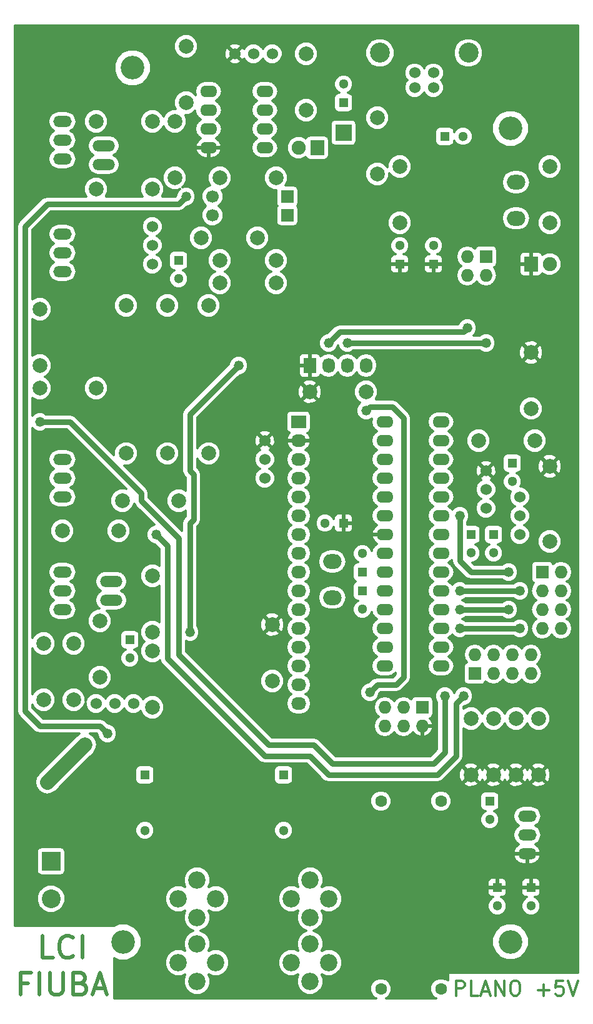
<source format=gtl>
G04 #@! TF.FileFunction,Copper,L1,Top,Signal*
%FSLAX46Y46*%
G04 Gerber Fmt 4.6, Leading zero omitted, Abs format (unit mm)*
G04 Created by KiCad (PCBNEW 4.0.4+e1-6308~48~ubuntu16.04.1-stable) date Sun Dec 18 11:50:34 2016*
%MOMM*%
%LPD*%
G01*
G04 APERTURE LIST*
%ADD10C,0.100000*%
%ADD11C,0.300000*%
%ADD12C,0.500000*%
%ADD13C,1.998980*%
%ADD14R,1.300000X1.300000*%
%ADD15C,1.300000*%
%ADD16R,1.900000X2.000000*%
%ADD17C,1.900000*%
%ADD18C,1.524000*%
%ADD19C,1.699260*%
%ADD20R,1.699260X1.699260*%
%ADD21R,2.032000X1.727200*%
%ADD22O,2.032000X1.727200*%
%ADD23C,2.349500*%
%ADD24O,2.300000X1.600000*%
%ADD25R,2.540000X2.540000*%
%ADD26C,2.540000*%
%ADD27R,1.727200X1.727200*%
%ADD28O,1.727200X1.727200*%
%ADD29R,1.727200X2.032000*%
%ADD30O,1.727200X2.032000*%
%ADD31C,2.700020*%
%ADD32R,2.235200X2.235200*%
%ADD33O,2.499360X1.501140*%
%ADD34C,2.000000*%
%ADD35O,2.499360X1.998980*%
%ADD36C,1.600000*%
%ADD37O,3.014980X1.506220*%
%ADD38C,3.200000*%
%ADD39C,1.320800*%
%ADD40C,2.032000*%
%ADD41C,0.762000*%
%ADD42C,0.304800*%
G04 APERTURE END LIST*
D10*
D11*
X261652761Y-152288762D02*
X261652761Y-150288762D01*
X262414666Y-150288762D01*
X262605142Y-150384000D01*
X262700381Y-150479238D01*
X262795619Y-150669714D01*
X262795619Y-150955429D01*
X262700381Y-151145905D01*
X262605142Y-151241143D01*
X262414666Y-151336381D01*
X261652761Y-151336381D01*
X264605142Y-152288762D02*
X263652761Y-152288762D01*
X263652761Y-150288762D01*
X265176571Y-151717333D02*
X266128952Y-151717333D01*
X264986095Y-152288762D02*
X265652762Y-150288762D01*
X266319429Y-152288762D01*
X266986095Y-152288762D02*
X266986095Y-150288762D01*
X268128953Y-152288762D01*
X268128953Y-150288762D01*
X269462286Y-150288762D02*
X269843238Y-150288762D01*
X270033714Y-150384000D01*
X270224191Y-150574476D01*
X270319429Y-150955429D01*
X270319429Y-151622095D01*
X270224191Y-152003048D01*
X270033714Y-152193524D01*
X269843238Y-152288762D01*
X269462286Y-152288762D01*
X269271810Y-152193524D01*
X269081333Y-152003048D01*
X268986095Y-151622095D01*
X268986095Y-150955429D01*
X269081333Y-150574476D01*
X269271810Y-150384000D01*
X269462286Y-150288762D01*
X272700381Y-151526857D02*
X274224191Y-151526857D01*
X273462286Y-152288762D02*
X273462286Y-150764952D01*
X276128952Y-150288762D02*
X275176571Y-150288762D01*
X275081333Y-151241143D01*
X275176571Y-151145905D01*
X275367048Y-151050667D01*
X275843238Y-151050667D01*
X276033714Y-151145905D01*
X276128952Y-151241143D01*
X276224191Y-151431619D01*
X276224191Y-151907810D01*
X276128952Y-152098286D01*
X276033714Y-152193524D01*
X275843238Y-152288762D01*
X275367048Y-152288762D01*
X275176571Y-152193524D01*
X275081333Y-152098286D01*
X276795619Y-150288762D02*
X277462286Y-152288762D01*
X278128953Y-150288762D01*
D12*
X206994286Y-147193143D02*
X205565715Y-147193143D01*
X205565715Y-144193143D01*
X209708571Y-146907429D02*
X209565714Y-147050286D01*
X209137143Y-147193143D01*
X208851429Y-147193143D01*
X208422857Y-147050286D01*
X208137143Y-146764571D01*
X207994286Y-146478857D01*
X207851429Y-145907429D01*
X207851429Y-145478857D01*
X207994286Y-144907429D01*
X208137143Y-144621714D01*
X208422857Y-144336000D01*
X208851429Y-144193143D01*
X209137143Y-144193143D01*
X209565714Y-144336000D01*
X209708571Y-144478857D01*
X210994286Y-147193143D02*
X210994286Y-144193143D01*
X203637143Y-150621714D02*
X202637143Y-150621714D01*
X202637143Y-152193143D02*
X202637143Y-149193143D01*
X204065714Y-149193143D01*
X205208572Y-152193143D02*
X205208572Y-149193143D01*
X206637143Y-149193143D02*
X206637143Y-151621714D01*
X206780000Y-151907429D01*
X206922857Y-152050286D01*
X207208571Y-152193143D01*
X207780000Y-152193143D01*
X208065714Y-152050286D01*
X208208571Y-151907429D01*
X208351428Y-151621714D01*
X208351428Y-149193143D01*
X210780000Y-150621714D02*
X211208571Y-150764571D01*
X211351428Y-150907429D01*
X211494285Y-151193143D01*
X211494285Y-151621714D01*
X211351428Y-151907429D01*
X211208571Y-152050286D01*
X210922857Y-152193143D01*
X209780000Y-152193143D01*
X209780000Y-149193143D01*
X210780000Y-149193143D01*
X211065714Y-149336000D01*
X211208571Y-149478857D01*
X211351428Y-149764571D01*
X211351428Y-150050286D01*
X211208571Y-150336000D01*
X211065714Y-150478857D01*
X210780000Y-150621714D01*
X209780000Y-150621714D01*
X212637143Y-151336000D02*
X214065714Y-151336000D01*
X212351428Y-152193143D02*
X213351428Y-149193143D01*
X214351428Y-152193143D01*
D13*
X227076000Y-49784000D03*
X234696000Y-49784000D03*
D14*
X224028000Y-52832000D03*
D15*
X224028000Y-55332000D03*
D13*
X220472000Y-34036000D03*
X212852000Y-34036000D03*
D16*
X271780000Y-53340000D03*
D17*
X274320000Y-53340000D03*
D18*
X235712000Y-79756000D03*
X235712000Y-82296000D03*
X235712000Y-77216000D03*
D13*
X222504000Y-58928000D03*
X222504000Y-78928000D03*
D14*
X266192000Y-125984000D03*
D15*
X266192000Y-128484000D03*
D14*
X267208000Y-137668000D03*
D15*
X267208000Y-140168000D03*
D14*
X271780000Y-137668000D03*
D15*
X271780000Y-140168000D03*
D14*
X246380000Y-31496000D03*
D15*
X246380000Y-28996000D03*
D14*
X254000000Y-53340000D03*
D15*
X254000000Y-50840000D03*
D14*
X217424000Y-104140000D03*
D15*
X217424000Y-106640000D03*
D14*
X238252000Y-122428000D03*
D15*
X238252000Y-129928000D03*
D16*
X242824000Y-37592000D03*
D17*
X240284000Y-37592000D03*
D19*
X228599480Y-46738540D03*
D20*
X238759480Y-46738540D03*
D19*
X228599480Y-44198540D03*
D20*
X238759480Y-44198540D03*
D21*
X240284000Y-74676000D03*
D22*
X240284000Y-77216000D03*
X240284000Y-79756000D03*
X240284000Y-82296000D03*
X240284000Y-84836000D03*
X240284000Y-87376000D03*
X240284000Y-89916000D03*
X240284000Y-92456000D03*
X240284000Y-94996000D03*
X240284000Y-97536000D03*
X240284000Y-100076000D03*
X240284000Y-102616000D03*
X240284000Y-105156000D03*
X240284000Y-107696000D03*
X240284000Y-110236000D03*
X240284000Y-112776000D03*
D23*
X239308640Y-139192000D03*
X244388640Y-139192000D03*
X229069900Y-139192000D03*
X223989900Y-139192000D03*
X241848640Y-136652000D03*
X241848640Y-141732000D03*
X226529900Y-136652000D03*
X226529900Y-141732000D03*
X239308640Y-147828000D03*
X244388640Y-147828000D03*
X229069900Y-147828000D03*
X223989900Y-147828000D03*
X241848640Y-145288000D03*
X241848640Y-150368000D03*
X226529900Y-145288000D03*
X226529900Y-150368000D03*
D24*
X251968000Y-74676000D03*
X251968000Y-77216000D03*
X251968000Y-79756000D03*
X251968000Y-82296000D03*
X251968000Y-84836000D03*
X251968000Y-87376000D03*
X251968000Y-89916000D03*
X251968000Y-92456000D03*
X251968000Y-94996000D03*
X251968000Y-97536000D03*
X251968000Y-100076000D03*
X251968000Y-102616000D03*
X251968000Y-105156000D03*
X251968000Y-107696000D03*
X259588000Y-107696000D03*
X259588000Y-105156000D03*
X259588000Y-102616000D03*
X259588000Y-100076000D03*
X259588000Y-97536000D03*
X259588000Y-94996000D03*
X259588000Y-92456000D03*
X259588000Y-89916000D03*
X259588000Y-87376000D03*
X259588000Y-84836000D03*
X259588000Y-82296000D03*
X259588000Y-79756000D03*
X259588000Y-77216000D03*
X259588000Y-74676000D03*
D13*
X274320000Y-90853260D03*
X274320000Y-80693260D03*
D25*
X206756000Y-134112000D03*
D26*
X206756000Y-139192000D03*
D27*
X257048000Y-113284000D03*
D28*
X257048000Y-115824000D03*
X254508000Y-113284000D03*
X254508000Y-115824000D03*
X251968000Y-113284000D03*
X251968000Y-115824000D03*
D29*
X241808000Y-67056000D03*
D30*
X244348000Y-67056000D03*
X246888000Y-67056000D03*
X249428000Y-67056000D03*
D27*
X265684000Y-52324000D03*
D28*
X265684000Y-54864000D03*
X263144000Y-52324000D03*
X263144000Y-54864000D03*
D18*
X258572000Y-29464000D03*
X256032000Y-29464000D03*
X256032000Y-27465020D03*
X258572000Y-27465020D03*
D31*
X263301480Y-24765000D03*
X251302520Y-24765000D03*
D32*
X246380000Y-35560000D03*
D27*
X273304000Y-94996000D03*
D28*
X275844000Y-94996000D03*
X273304000Y-97536000D03*
X275844000Y-97536000D03*
X273304000Y-100076000D03*
X275844000Y-100076000D03*
X273304000Y-102616000D03*
X275844000Y-102616000D03*
D33*
X208280000Y-36576000D03*
X208280000Y-39116000D03*
X208280000Y-34036000D03*
X208280000Y-97536000D03*
X208280000Y-100076000D03*
X208280000Y-94996000D03*
D18*
X220472000Y-50800000D03*
X220472000Y-48260000D03*
X220472000Y-53340000D03*
X215392000Y-112776000D03*
X212852000Y-112776000D03*
X217932000Y-112776000D03*
D33*
X208280000Y-51816000D03*
X208280000Y-54356000D03*
X208280000Y-49276000D03*
X208280000Y-82296000D03*
X208280000Y-84836000D03*
X208280000Y-79756000D03*
D13*
X225044000Y-23876000D03*
X225044000Y-31496000D03*
X223520000Y-41656000D03*
X223520000Y-34036000D03*
X229616000Y-55880000D03*
X237236000Y-55880000D03*
X237236000Y-41656000D03*
X229616000Y-41656000D03*
X229616000Y-52832000D03*
X237236000Y-52832000D03*
X205232000Y-70104000D03*
X212852000Y-70104000D03*
X205232000Y-59436000D03*
X205232000Y-67056000D03*
X220472000Y-43180000D03*
X212852000Y-43180000D03*
X228092000Y-58928000D03*
X228092000Y-78928000D03*
X216916000Y-58928000D03*
X216916000Y-78928000D03*
X209804000Y-112268000D03*
X209804000Y-104648000D03*
X208280000Y-89408000D03*
X215900000Y-89408000D03*
X205740000Y-112268000D03*
X205740000Y-104648000D03*
X216408000Y-85344000D03*
X224028000Y-85344000D03*
X213360000Y-109220000D03*
X213360000Y-101600000D03*
X220472000Y-113284000D03*
X220472000Y-105664000D03*
X241808000Y-70612000D03*
X249428000Y-70612000D03*
X272796000Y-122428000D03*
X272796000Y-114808000D03*
X269748000Y-122428000D03*
X269748000Y-114808000D03*
X266700000Y-122428000D03*
X266700000Y-114808000D03*
X272288000Y-77216000D03*
X264668000Y-77216000D03*
X263652000Y-122428000D03*
X263652000Y-114808000D03*
X250952000Y-33528000D03*
X250952000Y-41148000D03*
X254000000Y-40132000D03*
X254000000Y-47752000D03*
X274320000Y-47752000D03*
X274320000Y-40132000D03*
X236728000Y-102108000D03*
X236728000Y-109728000D03*
X241300000Y-24892000D03*
X241300000Y-32512000D03*
X220472000Y-95504000D03*
X220472000Y-103124000D03*
D18*
X265684000Y-83820000D03*
X265684000Y-81280000D03*
X265684000Y-86360000D03*
X234188000Y-24892000D03*
X236728000Y-24892000D03*
X231648000Y-24892000D03*
D34*
X271780000Y-65288160D03*
X271780000Y-72887840D03*
D24*
X235712000Y-37592000D03*
X235712000Y-35052000D03*
X235712000Y-32512000D03*
X235712000Y-29972000D03*
X228092000Y-29972000D03*
X228092000Y-32512000D03*
X228092000Y-35052000D03*
X228092000Y-37592000D03*
D35*
X244856000Y-93571060D03*
X244856000Y-98452940D03*
X269748000Y-47144940D03*
X269748000Y-42263060D03*
D33*
X271272000Y-130556000D03*
X271272000Y-128016000D03*
X271272000Y-133096000D03*
D36*
X259588000Y-125984000D03*
X259588000Y-151384000D03*
X251460000Y-125984000D03*
X251460000Y-151384000D03*
D14*
X219456000Y-122428000D03*
D15*
X219456000Y-129928000D03*
D14*
X248920000Y-94996000D03*
D15*
X248920000Y-92496000D03*
D14*
X248920000Y-97536000D03*
D15*
X248920000Y-100036000D03*
D14*
X266700000Y-89916000D03*
D15*
X266700000Y-92416000D03*
D14*
X263652000Y-89916000D03*
D15*
X263652000Y-92416000D03*
D14*
X246380000Y-88392000D03*
D15*
X243880000Y-88392000D03*
D14*
X269240000Y-80264000D03*
D15*
X269240000Y-82764000D03*
D14*
X258572000Y-53340000D03*
D15*
X258572000Y-50840000D03*
D14*
X260096000Y-36068000D03*
D15*
X262596000Y-36068000D03*
D18*
X270256000Y-87376000D03*
X270256000Y-89916000D03*
X270256000Y-84836000D03*
D37*
X213868000Y-39878000D03*
X213868000Y-37338000D03*
X214884000Y-98806000D03*
X214884000Y-96266000D03*
D27*
X264160000Y-108712000D03*
D28*
X264160000Y-106172000D03*
X266700000Y-108712000D03*
X266700000Y-106172000D03*
X269240000Y-108712000D03*
X269240000Y-106172000D03*
X271780000Y-108712000D03*
X271780000Y-106172000D03*
D38*
X217805000Y-26797000D03*
X269000000Y-35000000D03*
X269000000Y-145000000D03*
X216535000Y-145034000D03*
D39*
X206248000Y-123444000D03*
X211328000Y-118364000D03*
X226060000Y-39624000D03*
X228092000Y-25908000D03*
X248920000Y-81788000D03*
X248920000Y-88392000D03*
X269748000Y-61468000D03*
X258572000Y-55880000D03*
X236728000Y-99568000D03*
X257048000Y-118872000D03*
X246380000Y-118872000D03*
X232664000Y-76200000D03*
X225044000Y-44196000D03*
X214376000Y-116840000D03*
X249428000Y-73152000D03*
X249936000Y-111252000D03*
X265684000Y-64008000D03*
X246888000Y-64008000D03*
X263144000Y-61976000D03*
X244348000Y-64008000D03*
X260096000Y-111760000D03*
X205232000Y-74676000D03*
X220980000Y-89916000D03*
X262636000Y-111760000D03*
X262128000Y-102616000D03*
X270256000Y-102616000D03*
X268732000Y-100076000D03*
X262128000Y-100076000D03*
X262128000Y-97536000D03*
X270256000Y-97536000D03*
X232156000Y-67056000D03*
X225552000Y-103124000D03*
X262128000Y-87376000D03*
X268732000Y-94996000D03*
D40*
X206248000Y-123444000D02*
X211328000Y-118364000D01*
X246380000Y-118872000D02*
X243840000Y-116332000D01*
X237744000Y-116332000D02*
X232664000Y-111252000D01*
X243840000Y-116332000D02*
X237744000Y-116332000D01*
D41*
X231648000Y-39624000D02*
X232156000Y-39116000D01*
X226060000Y-39624000D02*
X231648000Y-39624000D01*
X229616000Y-27432000D02*
X228092000Y-25908000D01*
X248920000Y-88392000D02*
X248920000Y-81788000D01*
X269748000Y-58928000D02*
X269748000Y-61468000D01*
X258572000Y-55880000D02*
X258572000Y-58928000D01*
X258572000Y-58928000D02*
X258572000Y-58420000D01*
X258572000Y-58420000D02*
X258572000Y-58928000D01*
D40*
X263144000Y-58928000D02*
X269748000Y-58928000D01*
X269748000Y-58928000D02*
X276860000Y-58928000D01*
X258572000Y-58928000D02*
X263144000Y-58928000D01*
X232156000Y-58928000D02*
X258572000Y-58928000D01*
X232156000Y-29972000D02*
X232156000Y-39116000D01*
D41*
X229616000Y-27432000D02*
X232156000Y-29972000D01*
X229616000Y-27432000D02*
X229616000Y-27432000D01*
D40*
X232664000Y-76200000D02*
X232664000Y-70612000D01*
X232156000Y-58928000D02*
X232156000Y-44704000D01*
X232156000Y-44704000D02*
X232156000Y-39116000D01*
X234696000Y-61468000D02*
X232156000Y-58928000D01*
X234696000Y-68580000D02*
X234696000Y-66548000D01*
X234696000Y-66548000D02*
X234696000Y-61468000D01*
X232664000Y-70612000D02*
X234696000Y-68580000D01*
D41*
X236728000Y-99568000D02*
X232664000Y-99568000D01*
X232664000Y-99568000D02*
X233172000Y-99568000D01*
X233172000Y-99568000D02*
X232664000Y-99568000D01*
X257048000Y-118872000D02*
X246380000Y-118872000D01*
D40*
X232664000Y-111252000D02*
X232664000Y-99568000D01*
X232664000Y-99568000D02*
X232664000Y-76200000D01*
D41*
X207264000Y-115824000D02*
X205232000Y-115824000D01*
X203200000Y-113792000D02*
X203200000Y-111760000D01*
X205232000Y-115824000D02*
X203200000Y-113792000D01*
X203200000Y-66040000D02*
X203200000Y-48260000D01*
X224028000Y-45212000D02*
X225044000Y-44196000D01*
X206248000Y-45212000D02*
X224028000Y-45212000D01*
X203200000Y-48260000D02*
X206248000Y-45212000D01*
X213360000Y-115824000D02*
X207264000Y-115824000D01*
X214376000Y-116840000D02*
X213360000Y-115824000D01*
X203200000Y-71628000D02*
X203200000Y-66040000D01*
X203200000Y-71628000D02*
X203200000Y-111760000D01*
X252984000Y-72644000D02*
X254508000Y-74168000D01*
X249936000Y-72644000D02*
X252984000Y-72644000D01*
X249428000Y-73152000D02*
X249936000Y-72644000D01*
X254508000Y-77724000D02*
X254508000Y-74168000D01*
X254508000Y-109220000D02*
X254508000Y-77724000D01*
X253492000Y-110236000D02*
X254508000Y-109220000D01*
X250952000Y-110236000D02*
X253492000Y-110236000D01*
X249936000Y-111252000D02*
X250952000Y-110236000D01*
X258064000Y-64008000D02*
X265684000Y-64008000D01*
X246888000Y-64008000D02*
X258064000Y-64008000D01*
X244348000Y-64008000D02*
X245872000Y-62484000D01*
X262636000Y-62484000D02*
X263144000Y-61976000D01*
X245872000Y-62484000D02*
X262636000Y-62484000D01*
X244856000Y-120904000D02*
X242316000Y-118364000D01*
X236220000Y-118364000D02*
X224028000Y-106172000D01*
X242316000Y-118364000D02*
X236220000Y-118364000D01*
X224028000Y-97536000D02*
X224028000Y-90424000D01*
X224028000Y-106172000D02*
X224028000Y-97536000D01*
X258572000Y-120904000D02*
X244856000Y-120904000D01*
X260096000Y-119380000D02*
X258572000Y-120904000D01*
X260096000Y-111760000D02*
X260096000Y-119380000D01*
X209296000Y-74676000D02*
X205232000Y-74676000D01*
X218948000Y-84328000D02*
X209296000Y-74676000D01*
X218948000Y-85344000D02*
X218948000Y-84328000D01*
X224028000Y-90424000D02*
X218948000Y-85344000D01*
X244348000Y-122428000D02*
X241808000Y-119888000D01*
X235712000Y-119888000D02*
X222504000Y-106680000D01*
X241808000Y-119888000D02*
X235712000Y-119888000D01*
X258064000Y-122428000D02*
X259080000Y-122428000D01*
X259080000Y-122428000D02*
X261620000Y-119888000D01*
X222504000Y-91440000D02*
X220980000Y-89916000D01*
X222504000Y-106680000D02*
X222504000Y-91440000D01*
X258064000Y-122428000D02*
X244348000Y-122428000D01*
X262636000Y-111760000D02*
X261620000Y-112776000D01*
X261620000Y-112776000D02*
X261620000Y-115824000D01*
X261620000Y-115824000D02*
X261620000Y-119888000D01*
X270256000Y-102616000D02*
X262128000Y-102616000D01*
X268732000Y-100076000D02*
X262128000Y-100076000D01*
X270256000Y-97536000D02*
X262128000Y-97536000D01*
X225552000Y-103124000D02*
X225552000Y-88392000D01*
X225552000Y-88392000D02*
X226060000Y-87884000D01*
X226060000Y-81788000D02*
X226060000Y-82296000D01*
X228854000Y-70358000D02*
X232156000Y-67056000D01*
X225552000Y-81280000D02*
X226060000Y-81788000D01*
X225552000Y-79756000D02*
X225552000Y-75692000D01*
X225552000Y-79756000D02*
X225552000Y-81280000D01*
X228854000Y-70358000D02*
X225552000Y-73660000D01*
X225552000Y-73660000D02*
X225552000Y-75692000D01*
X226060000Y-87884000D02*
X226060000Y-82296000D01*
X262128000Y-87376000D02*
X262128000Y-93472000D01*
X262128000Y-93472000D02*
X263652000Y-94996000D01*
X263652000Y-94996000D02*
X268732000Y-94996000D01*
D42*
G36*
X278156600Y-149173600D02*
X260516171Y-149173600D01*
X260516171Y-150246670D01*
X260416330Y-150146655D01*
X259879766Y-149923854D01*
X259298783Y-149923347D01*
X258761831Y-150145211D01*
X258350655Y-150555670D01*
X258127854Y-151092234D01*
X258127347Y-151673217D01*
X258349211Y-152210169D01*
X258759670Y-152621345D01*
X258902372Y-152680600D01*
X252146256Y-152680600D01*
X252286169Y-152622789D01*
X252697345Y-152212330D01*
X252920146Y-151675766D01*
X252920653Y-151094783D01*
X252698789Y-150557831D01*
X252288330Y-150146655D01*
X251751766Y-149923854D01*
X251170783Y-149923347D01*
X250633831Y-150145211D01*
X250222655Y-150555670D01*
X249999854Y-151092234D01*
X249999347Y-151673217D01*
X250221211Y-152210169D01*
X250631670Y-152621345D01*
X250774372Y-152680600D01*
X215297543Y-152680600D01*
X215297543Y-147238806D01*
X216033382Y-147544353D01*
X217032236Y-147545225D01*
X217955390Y-147163785D01*
X218662303Y-146458105D01*
X219045353Y-145535618D01*
X219046225Y-144536764D01*
X218664785Y-143613610D01*
X217959105Y-142906697D01*
X217036618Y-142523647D01*
X216037764Y-142522775D01*
X215297543Y-142828629D01*
X215297543Y-142825600D01*
X201903400Y-142825600D01*
X201903400Y-139574296D01*
X204825265Y-139574296D01*
X205118532Y-140284055D01*
X205661088Y-140827559D01*
X206370335Y-141122064D01*
X207138296Y-141122735D01*
X207848055Y-140829468D01*
X208391559Y-140286912D01*
X208686064Y-139577665D01*
X208686083Y-139555432D01*
X222154432Y-139555432D01*
X222433228Y-140230171D01*
X222949014Y-140746858D01*
X223623265Y-141026831D01*
X224353332Y-141027468D01*
X224935209Y-140787042D01*
X224695069Y-141365365D01*
X224694432Y-142095432D01*
X224973228Y-142770171D01*
X225489014Y-143286858D01*
X226026891Y-143510204D01*
X225491729Y-143731328D01*
X224975042Y-144247114D01*
X224695069Y-144921365D01*
X224694432Y-145651432D01*
X224934858Y-146233309D01*
X224356535Y-145993169D01*
X223626468Y-145992532D01*
X222951729Y-146271328D01*
X222435042Y-146787114D01*
X222155069Y-147461365D01*
X222154432Y-148191432D01*
X222433228Y-148866171D01*
X222949014Y-149382858D01*
X223623265Y-149662831D01*
X224353332Y-149663468D01*
X224935209Y-149423042D01*
X224695069Y-150001365D01*
X224694432Y-150731432D01*
X224973228Y-151406171D01*
X225489014Y-151922858D01*
X226163265Y-152202831D01*
X226893332Y-152203468D01*
X227568071Y-151924672D01*
X228084758Y-151408886D01*
X228364731Y-150734635D01*
X228365368Y-150004568D01*
X228124942Y-149422691D01*
X228703265Y-149662831D01*
X229433332Y-149663468D01*
X230108071Y-149384672D01*
X230624758Y-148868886D01*
X230904731Y-148194635D01*
X230905368Y-147464568D01*
X230626572Y-146789829D01*
X230110786Y-146273142D01*
X229436535Y-145993169D01*
X228706468Y-145992532D01*
X228124591Y-146232958D01*
X228364731Y-145654635D01*
X228365368Y-144924568D01*
X228086572Y-144249829D01*
X227570786Y-143733142D01*
X227032909Y-143509796D01*
X227568071Y-143288672D01*
X228084758Y-142772886D01*
X228364731Y-142098635D01*
X228365368Y-141368568D01*
X228124942Y-140786691D01*
X228703265Y-141026831D01*
X229433332Y-141027468D01*
X230108071Y-140748672D01*
X230624758Y-140232886D01*
X230904731Y-139558635D01*
X230904733Y-139555432D01*
X237473172Y-139555432D01*
X237751968Y-140230171D01*
X238267754Y-140746858D01*
X238942005Y-141026831D01*
X239672072Y-141027468D01*
X240253949Y-140787042D01*
X240013809Y-141365365D01*
X240013172Y-142095432D01*
X240291968Y-142770171D01*
X240807754Y-143286858D01*
X241345631Y-143510204D01*
X240810469Y-143731328D01*
X240293782Y-144247114D01*
X240013809Y-144921365D01*
X240013172Y-145651432D01*
X240253598Y-146233309D01*
X239675275Y-145993169D01*
X238945208Y-145992532D01*
X238270469Y-146271328D01*
X237753782Y-146787114D01*
X237473809Y-147461365D01*
X237473172Y-148191432D01*
X237751968Y-148866171D01*
X238267754Y-149382858D01*
X238942005Y-149662831D01*
X239672072Y-149663468D01*
X240253949Y-149423042D01*
X240013809Y-150001365D01*
X240013172Y-150731432D01*
X240291968Y-151406171D01*
X240807754Y-151922858D01*
X241482005Y-152202831D01*
X242212072Y-152203468D01*
X242886811Y-151924672D01*
X243403498Y-151408886D01*
X243683471Y-150734635D01*
X243684108Y-150004568D01*
X243443682Y-149422691D01*
X244022005Y-149662831D01*
X244752072Y-149663468D01*
X245426811Y-149384672D01*
X245943498Y-148868886D01*
X246223471Y-148194635D01*
X246224108Y-147464568D01*
X245945312Y-146789829D01*
X245429526Y-146273142D01*
X244755275Y-145993169D01*
X244025208Y-145992532D01*
X243443331Y-146232958D01*
X243683471Y-145654635D01*
X243683608Y-145497236D01*
X266488775Y-145497236D01*
X266870215Y-146420390D01*
X267575895Y-147127303D01*
X268498382Y-147510353D01*
X269497236Y-147511225D01*
X270420390Y-147129785D01*
X271127303Y-146424105D01*
X271510353Y-145501618D01*
X271511225Y-144502764D01*
X271129785Y-143579610D01*
X270424105Y-142872697D01*
X269501618Y-142489647D01*
X268502764Y-142488775D01*
X267579610Y-142870215D01*
X266872697Y-143575895D01*
X266489647Y-144498382D01*
X266488775Y-145497236D01*
X243683608Y-145497236D01*
X243684108Y-144924568D01*
X243405312Y-144249829D01*
X242889526Y-143733142D01*
X242351649Y-143509796D01*
X242886811Y-143288672D01*
X243403498Y-142772886D01*
X243683471Y-142098635D01*
X243684108Y-141368568D01*
X243443682Y-140786691D01*
X244022005Y-141026831D01*
X244752072Y-141027468D01*
X245426811Y-140748672D01*
X245748533Y-140427511D01*
X265897373Y-140427511D01*
X266096449Y-140909312D01*
X266464749Y-141278255D01*
X266946202Y-141478172D01*
X267467511Y-141478627D01*
X267949312Y-141279551D01*
X268318255Y-140911251D01*
X268518172Y-140429798D01*
X268518173Y-140427511D01*
X270469373Y-140427511D01*
X270668449Y-140909312D01*
X271036749Y-141278255D01*
X271518202Y-141478172D01*
X272039511Y-141478627D01*
X272521312Y-141279551D01*
X272890255Y-140911251D01*
X273090172Y-140429798D01*
X273090627Y-139908489D01*
X272891551Y-139426688D01*
X272523251Y-139057745D01*
X272332167Y-138978400D01*
X272561361Y-138978400D01*
X272804086Y-138877860D01*
X272989860Y-138692087D01*
X273090400Y-138449362D01*
X273090400Y-137934700D01*
X272925300Y-137769600D01*
X271881600Y-137769600D01*
X271881600Y-137789600D01*
X271678400Y-137789600D01*
X271678400Y-137769600D01*
X270634700Y-137769600D01*
X270469600Y-137934700D01*
X270469600Y-138449362D01*
X270570140Y-138692087D01*
X270755914Y-138877860D01*
X270998639Y-138978400D01*
X271227581Y-138978400D01*
X271038688Y-139056449D01*
X270669745Y-139424749D01*
X270469828Y-139906202D01*
X270469373Y-140427511D01*
X268518173Y-140427511D01*
X268518627Y-139908489D01*
X268319551Y-139426688D01*
X267951251Y-139057745D01*
X267760167Y-138978400D01*
X267989361Y-138978400D01*
X268232086Y-138877860D01*
X268417860Y-138692087D01*
X268518400Y-138449362D01*
X268518400Y-137934700D01*
X268353300Y-137769600D01*
X267309600Y-137769600D01*
X267309600Y-137789600D01*
X267106400Y-137789600D01*
X267106400Y-137769600D01*
X266062700Y-137769600D01*
X265897600Y-137934700D01*
X265897600Y-138449362D01*
X265998140Y-138692087D01*
X266183914Y-138877860D01*
X266426639Y-138978400D01*
X266655581Y-138978400D01*
X266466688Y-139056449D01*
X266097745Y-139424749D01*
X265897828Y-139906202D01*
X265897373Y-140427511D01*
X245748533Y-140427511D01*
X245943498Y-140232886D01*
X246223471Y-139558635D01*
X246224108Y-138828568D01*
X245945312Y-138153829D01*
X245429526Y-137637142D01*
X244755275Y-137357169D01*
X244025208Y-137356532D01*
X243443331Y-137596958D01*
X243683471Y-137018635D01*
X243683586Y-136886638D01*
X265897600Y-136886638D01*
X265897600Y-137401300D01*
X266062700Y-137566400D01*
X267106400Y-137566400D01*
X267106400Y-136522700D01*
X267309600Y-136522700D01*
X267309600Y-137566400D01*
X268353300Y-137566400D01*
X268518400Y-137401300D01*
X268518400Y-136886638D01*
X270469600Y-136886638D01*
X270469600Y-137401300D01*
X270634700Y-137566400D01*
X271678400Y-137566400D01*
X271678400Y-136522700D01*
X271881600Y-136522700D01*
X271881600Y-137566400D01*
X272925300Y-137566400D01*
X273090400Y-137401300D01*
X273090400Y-136886638D01*
X272989860Y-136643913D01*
X272804086Y-136458140D01*
X272561361Y-136357600D01*
X272046700Y-136357600D01*
X271881600Y-136522700D01*
X271678400Y-136522700D01*
X271513300Y-136357600D01*
X270998639Y-136357600D01*
X270755914Y-136458140D01*
X270570140Y-136643913D01*
X270469600Y-136886638D01*
X268518400Y-136886638D01*
X268417860Y-136643913D01*
X268232086Y-136458140D01*
X267989361Y-136357600D01*
X267474700Y-136357600D01*
X267309600Y-136522700D01*
X267106400Y-136522700D01*
X266941300Y-136357600D01*
X266426639Y-136357600D01*
X266183914Y-136458140D01*
X265998140Y-136643913D01*
X265897600Y-136886638D01*
X243683586Y-136886638D01*
X243684108Y-136288568D01*
X243405312Y-135613829D01*
X242889526Y-135097142D01*
X242215275Y-134817169D01*
X241485208Y-134816532D01*
X240810469Y-135095328D01*
X240293782Y-135611114D01*
X240013809Y-136285365D01*
X240013172Y-137015432D01*
X240253598Y-137597309D01*
X239675275Y-137357169D01*
X238945208Y-137356532D01*
X238270469Y-137635328D01*
X237753782Y-138151114D01*
X237473809Y-138825365D01*
X237473172Y-139555432D01*
X230904733Y-139555432D01*
X230905368Y-138828568D01*
X230626572Y-138153829D01*
X230110786Y-137637142D01*
X229436535Y-137357169D01*
X228706468Y-137356532D01*
X228124591Y-137596958D01*
X228364731Y-137018635D01*
X228365368Y-136288568D01*
X228086572Y-135613829D01*
X227570786Y-135097142D01*
X226896535Y-134817169D01*
X226166468Y-134816532D01*
X225491729Y-135095328D01*
X224975042Y-135611114D01*
X224695069Y-136285365D01*
X224694432Y-137015432D01*
X224934858Y-137597309D01*
X224356535Y-137357169D01*
X223626468Y-137356532D01*
X222951729Y-137635328D01*
X222435042Y-138151114D01*
X222155069Y-138825365D01*
X222154432Y-139555432D01*
X208686083Y-139555432D01*
X208686735Y-138809704D01*
X208393468Y-138099945D01*
X207850912Y-137556441D01*
X207141665Y-137261936D01*
X206373704Y-137261265D01*
X205663945Y-137554532D01*
X205120441Y-138097088D01*
X204825936Y-138806335D01*
X204825265Y-139574296D01*
X201903400Y-139574296D01*
X201903400Y-132842000D01*
X204812662Y-132842000D01*
X204812662Y-135382000D01*
X204858711Y-135626730D01*
X205003346Y-135851499D01*
X205224034Y-136002288D01*
X205486000Y-136055338D01*
X208026000Y-136055338D01*
X208270730Y-136009289D01*
X208495499Y-135864654D01*
X208646288Y-135643966D01*
X208699338Y-135382000D01*
X208699338Y-133416500D01*
X269398803Y-133416500D01*
X269430442Y-133542089D01*
X269703341Y-134021865D01*
X270139069Y-134360686D01*
X270671290Y-134506970D01*
X271170400Y-134506970D01*
X271170400Y-133197600D01*
X271373600Y-133197600D01*
X271373600Y-134506970D01*
X271872710Y-134506970D01*
X272404931Y-134360686D01*
X272840659Y-134021865D01*
X273113558Y-133542089D01*
X273145197Y-133416500D01*
X273012830Y-133197600D01*
X271373600Y-133197600D01*
X271170400Y-133197600D01*
X269531170Y-133197600D01*
X269398803Y-133416500D01*
X208699338Y-133416500D01*
X208699338Y-132842000D01*
X208653289Y-132597270D01*
X208508654Y-132372501D01*
X208287966Y-132221712D01*
X208026000Y-132168662D01*
X205486000Y-132168662D01*
X205241270Y-132214711D01*
X205016501Y-132359346D01*
X204865712Y-132580034D01*
X204812662Y-132842000D01*
X201903400Y-132842000D01*
X201903400Y-130187511D01*
X218145373Y-130187511D01*
X218344449Y-130669312D01*
X218712749Y-131038255D01*
X219194202Y-131238172D01*
X219715511Y-131238627D01*
X220197312Y-131039551D01*
X220566255Y-130671251D01*
X220766172Y-130189798D01*
X220766173Y-130187511D01*
X236941373Y-130187511D01*
X237140449Y-130669312D01*
X237508749Y-131038255D01*
X237990202Y-131238172D01*
X238511511Y-131238627D01*
X238993312Y-131039551D01*
X239362255Y-130671251D01*
X239562172Y-130189798D01*
X239562627Y-129668489D01*
X239363551Y-129186688D01*
X238995251Y-128817745D01*
X238513798Y-128617828D01*
X237992489Y-128617373D01*
X237510688Y-128816449D01*
X237141745Y-129184749D01*
X236941828Y-129666202D01*
X236941373Y-130187511D01*
X220766173Y-130187511D01*
X220766627Y-129668489D01*
X220567551Y-129186688D01*
X220199251Y-128817745D01*
X219717798Y-128617828D01*
X219196489Y-128617373D01*
X218714688Y-128816449D01*
X218345745Y-129184749D01*
X218145828Y-129666202D01*
X218145373Y-130187511D01*
X201903400Y-130187511D01*
X201903400Y-126273217D01*
X249999347Y-126273217D01*
X250221211Y-126810169D01*
X250631670Y-127221345D01*
X251168234Y-127444146D01*
X251749217Y-127444653D01*
X252286169Y-127222789D01*
X252697345Y-126812330D01*
X252920146Y-126275766D01*
X252920148Y-126273217D01*
X258127347Y-126273217D01*
X258349211Y-126810169D01*
X258759670Y-127221345D01*
X259296234Y-127444146D01*
X259877217Y-127444653D01*
X260414169Y-127222789D01*
X260825345Y-126812330D01*
X261048146Y-126275766D01*
X261048653Y-125694783D01*
X260899581Y-125334000D01*
X264868662Y-125334000D01*
X264868662Y-126634000D01*
X264914711Y-126878730D01*
X265059346Y-127103499D01*
X265280034Y-127254288D01*
X265542000Y-127307338D01*
X265608269Y-127307338D01*
X265450688Y-127372449D01*
X265081745Y-127740749D01*
X264881828Y-128222202D01*
X264881373Y-128743511D01*
X265080449Y-129225312D01*
X265448749Y-129594255D01*
X265930202Y-129794172D01*
X266451511Y-129794627D01*
X266933312Y-129595551D01*
X267302255Y-129227251D01*
X267502172Y-128745798D01*
X267502627Y-128224489D01*
X267416482Y-128016000D01*
X269324499Y-128016000D01*
X269431903Y-128555955D01*
X269737763Y-129013706D01*
X270145279Y-129286000D01*
X269737763Y-129558294D01*
X269431903Y-130016045D01*
X269324499Y-130556000D01*
X269431903Y-131095955D01*
X269737763Y-131553706D01*
X270149104Y-131828556D01*
X270139069Y-131831314D01*
X269703341Y-132170135D01*
X269430442Y-132649911D01*
X269398803Y-132775500D01*
X269531170Y-132994400D01*
X271170400Y-132994400D01*
X271170400Y-132974400D01*
X271373600Y-132974400D01*
X271373600Y-132994400D01*
X273012830Y-132994400D01*
X273145197Y-132775500D01*
X273113558Y-132649911D01*
X272840659Y-132170135D01*
X272404931Y-131831314D01*
X272394896Y-131828556D01*
X272806237Y-131553706D01*
X273112097Y-131095955D01*
X273219501Y-130556000D01*
X273112097Y-130016045D01*
X272806237Y-129558294D01*
X272398721Y-129286000D01*
X272806237Y-129013706D01*
X273112097Y-128555955D01*
X273219501Y-128016000D01*
X273112097Y-127476045D01*
X272806237Y-127018294D01*
X272348486Y-126712434D01*
X271808531Y-126605030D01*
X270735469Y-126605030D01*
X270195514Y-126712434D01*
X269737763Y-127018294D01*
X269431903Y-127476045D01*
X269324499Y-128016000D01*
X267416482Y-128016000D01*
X267303551Y-127742688D01*
X266935251Y-127373745D01*
X266775325Y-127307338D01*
X266842000Y-127307338D01*
X267086730Y-127261289D01*
X267311499Y-127116654D01*
X267462288Y-126895966D01*
X267515338Y-126634000D01*
X267515338Y-125334000D01*
X267469289Y-125089270D01*
X267324654Y-124864501D01*
X267103966Y-124713712D01*
X266842000Y-124660662D01*
X265542000Y-124660662D01*
X265297270Y-124706711D01*
X265072501Y-124851346D01*
X264921712Y-125072034D01*
X264868662Y-125334000D01*
X260899581Y-125334000D01*
X260826789Y-125157831D01*
X260416330Y-124746655D01*
X259879766Y-124523854D01*
X259298783Y-124523347D01*
X258761831Y-124745211D01*
X258350655Y-125155670D01*
X258127854Y-125692234D01*
X258127347Y-126273217D01*
X252920148Y-126273217D01*
X252920653Y-125694783D01*
X252698789Y-125157831D01*
X252288330Y-124746655D01*
X251751766Y-124523854D01*
X251170783Y-124523347D01*
X250633831Y-124745211D01*
X250222655Y-125155670D01*
X249999854Y-125692234D01*
X249999347Y-126273217D01*
X201903400Y-126273217D01*
X201903400Y-48260000D01*
X202158600Y-48260000D01*
X202158600Y-113792000D01*
X202237872Y-114190527D01*
X202423877Y-114468903D01*
X202463619Y-114528381D01*
X204495619Y-116560381D01*
X204833473Y-116786128D01*
X205232000Y-116865400D01*
X210611352Y-116865400D01*
X210142606Y-117178606D01*
X205062606Y-122258606D01*
X204699208Y-122802470D01*
X204571600Y-123444000D01*
X204699208Y-124085530D01*
X205062606Y-124629394D01*
X205606470Y-124992792D01*
X206248000Y-125120400D01*
X206889530Y-124992792D01*
X207433394Y-124629394D01*
X210284788Y-121778000D01*
X218132662Y-121778000D01*
X218132662Y-123078000D01*
X218178711Y-123322730D01*
X218323346Y-123547499D01*
X218544034Y-123698288D01*
X218806000Y-123751338D01*
X220106000Y-123751338D01*
X220350730Y-123705289D01*
X220575499Y-123560654D01*
X220726288Y-123339966D01*
X220779338Y-123078000D01*
X220779338Y-121778000D01*
X236928662Y-121778000D01*
X236928662Y-123078000D01*
X236974711Y-123322730D01*
X237119346Y-123547499D01*
X237340034Y-123698288D01*
X237602000Y-123751338D01*
X238902000Y-123751338D01*
X239146730Y-123705289D01*
X239345443Y-123577420D01*
X262646264Y-123577420D01*
X262741217Y-123854437D01*
X263356421Y-124094398D01*
X264016623Y-124080663D01*
X264562783Y-123854437D01*
X264657736Y-123577420D01*
X265694264Y-123577420D01*
X265789217Y-123854437D01*
X266404421Y-124094398D01*
X267064623Y-124080663D01*
X267610783Y-123854437D01*
X267705736Y-123577420D01*
X268742264Y-123577420D01*
X268837217Y-123854437D01*
X269452421Y-124094398D01*
X270112623Y-124080663D01*
X270658783Y-123854437D01*
X270753736Y-123577420D01*
X271790264Y-123577420D01*
X271885217Y-123854437D01*
X272500421Y-124094398D01*
X273160623Y-124080663D01*
X273706783Y-123854437D01*
X273801736Y-123577420D01*
X272796000Y-122571684D01*
X271790264Y-123577420D01*
X270753736Y-123577420D01*
X269748000Y-122571684D01*
X268742264Y-123577420D01*
X267705736Y-123577420D01*
X266700000Y-122571684D01*
X265694264Y-123577420D01*
X264657736Y-123577420D01*
X263652000Y-122571684D01*
X262646264Y-123577420D01*
X239345443Y-123577420D01*
X239371499Y-123560654D01*
X239522288Y-123339966D01*
X239575338Y-123078000D01*
X239575338Y-121778000D01*
X239529289Y-121533270D01*
X239384654Y-121308501D01*
X239163966Y-121157712D01*
X238902000Y-121104662D01*
X237602000Y-121104662D01*
X237357270Y-121150711D01*
X237132501Y-121295346D01*
X236981712Y-121516034D01*
X236928662Y-121778000D01*
X220779338Y-121778000D01*
X220733289Y-121533270D01*
X220588654Y-121308501D01*
X220367966Y-121157712D01*
X220106000Y-121104662D01*
X218806000Y-121104662D01*
X218561270Y-121150711D01*
X218336501Y-121295346D01*
X218185712Y-121516034D01*
X218132662Y-121778000D01*
X210284788Y-121778000D01*
X212513394Y-119549394D01*
X212876792Y-119005530D01*
X213004400Y-118364000D01*
X212876792Y-117722470D01*
X212513394Y-117178606D01*
X212044648Y-116865400D01*
X212928638Y-116865400D01*
X213055067Y-116991829D01*
X213054971Y-117101571D01*
X213255627Y-117587196D01*
X213626850Y-117959067D01*
X214112124Y-118160570D01*
X214637571Y-118161029D01*
X215123196Y-117960373D01*
X215495067Y-117589150D01*
X215696570Y-117103876D01*
X215697029Y-116578429D01*
X215496373Y-116092804D01*
X215125150Y-115720933D01*
X214639876Y-115519430D01*
X214528094Y-115519332D01*
X214096381Y-115087619D01*
X213758527Y-114861872D01*
X213360000Y-114782600D01*
X205663362Y-114782600D01*
X204241400Y-113360638D01*
X204241400Y-112987771D01*
X204331993Y-113207024D01*
X204798520Y-113674366D01*
X205408379Y-113927601D01*
X206068724Y-113928177D01*
X206679024Y-113676007D01*
X207146366Y-113209480D01*
X207399601Y-112599621D01*
X207399603Y-112596724D01*
X208143823Y-112596724D01*
X208395993Y-113207024D01*
X208862520Y-113674366D01*
X209472379Y-113927601D01*
X210132724Y-113928177D01*
X210743024Y-113676007D01*
X211210366Y-113209480D01*
X211429683Y-112681306D01*
X211429354Y-113057691D01*
X211645445Y-113580672D01*
X212045223Y-113981149D01*
X212567826Y-114198152D01*
X213133691Y-114198646D01*
X213656672Y-113982555D01*
X214057149Y-113582777D01*
X214121891Y-113426860D01*
X214185445Y-113580672D01*
X214585223Y-113981149D01*
X215107826Y-114198152D01*
X215673691Y-114198646D01*
X216196672Y-113982555D01*
X216597149Y-113582777D01*
X216661891Y-113426860D01*
X216725445Y-113580672D01*
X217125223Y-113981149D01*
X217647826Y-114198152D01*
X218213691Y-114198646D01*
X218736672Y-113982555D01*
X218898064Y-113821444D01*
X219063993Y-114223024D01*
X219530520Y-114690366D01*
X220140379Y-114943601D01*
X220800724Y-114944177D01*
X221411024Y-114692007D01*
X221878366Y-114225480D01*
X222131601Y-113615621D01*
X222132177Y-112955276D01*
X221880007Y-112344976D01*
X221413480Y-111877634D01*
X220803621Y-111624399D01*
X220143276Y-111623823D01*
X219532976Y-111875993D01*
X219225846Y-112182588D01*
X219138555Y-111971328D01*
X218738777Y-111570851D01*
X218216174Y-111353848D01*
X217650309Y-111353354D01*
X217127328Y-111569445D01*
X216726851Y-111969223D01*
X216662109Y-112125140D01*
X216598555Y-111971328D01*
X216198777Y-111570851D01*
X215676174Y-111353848D01*
X215110309Y-111353354D01*
X214587328Y-111569445D01*
X214186851Y-111969223D01*
X214122109Y-112125140D01*
X214058555Y-111971328D01*
X213658777Y-111570851D01*
X213136174Y-111353848D01*
X212570309Y-111353354D01*
X212047328Y-111569445D01*
X211646851Y-111969223D01*
X211463766Y-112410141D01*
X211464177Y-111939276D01*
X211212007Y-111328976D01*
X210745480Y-110861634D01*
X210135621Y-110608399D01*
X209475276Y-110607823D01*
X208864976Y-110859993D01*
X208397634Y-111326520D01*
X208144399Y-111936379D01*
X208143823Y-112596724D01*
X207399603Y-112596724D01*
X207400177Y-111939276D01*
X207148007Y-111328976D01*
X206681480Y-110861634D01*
X206071621Y-110608399D01*
X205411276Y-110607823D01*
X204800976Y-110859993D01*
X204333634Y-111326520D01*
X204241400Y-111548645D01*
X204241400Y-109548724D01*
X211699823Y-109548724D01*
X211951993Y-110159024D01*
X212418520Y-110626366D01*
X213028379Y-110879601D01*
X213688724Y-110880177D01*
X214299024Y-110628007D01*
X214766366Y-110161480D01*
X215019601Y-109551621D01*
X215020177Y-108891276D01*
X214768007Y-108280976D01*
X214301480Y-107813634D01*
X213691621Y-107560399D01*
X213031276Y-107559823D01*
X212420976Y-107811993D01*
X211953634Y-108278520D01*
X211700399Y-108888379D01*
X211699823Y-109548724D01*
X204241400Y-109548724D01*
X204241400Y-105367771D01*
X204331993Y-105587024D01*
X204798520Y-106054366D01*
X205408379Y-106307601D01*
X206068724Y-106308177D01*
X206679024Y-106056007D01*
X207146366Y-105589480D01*
X207399601Y-104979621D01*
X207399603Y-104976724D01*
X208143823Y-104976724D01*
X208395993Y-105587024D01*
X208862520Y-106054366D01*
X209472379Y-106307601D01*
X210132724Y-106308177D01*
X210743024Y-106056007D01*
X211210366Y-105589480D01*
X211463601Y-104979621D01*
X211464177Y-104319276D01*
X211212007Y-103708976D01*
X210993413Y-103490000D01*
X216100662Y-103490000D01*
X216100662Y-104790000D01*
X216146711Y-105034730D01*
X216291346Y-105259499D01*
X216512034Y-105410288D01*
X216774000Y-105463338D01*
X216840269Y-105463338D01*
X216682688Y-105528449D01*
X216313745Y-105896749D01*
X216113828Y-106378202D01*
X216113373Y-106899511D01*
X216312449Y-107381312D01*
X216680749Y-107750255D01*
X217162202Y-107950172D01*
X217683511Y-107950627D01*
X218165312Y-107751551D01*
X218534255Y-107383251D01*
X218734172Y-106901798D01*
X218734627Y-106380489D01*
X218535551Y-105898688D01*
X218167251Y-105529745D01*
X218007325Y-105463338D01*
X218074000Y-105463338D01*
X218318730Y-105417289D01*
X218543499Y-105272654D01*
X218694288Y-105051966D01*
X218747338Y-104790000D01*
X218747338Y-103490000D01*
X218701289Y-103245270D01*
X218556654Y-103020501D01*
X218335966Y-102869712D01*
X218074000Y-102816662D01*
X216774000Y-102816662D01*
X216529270Y-102862711D01*
X216304501Y-103007346D01*
X216153712Y-103228034D01*
X216100662Y-103490000D01*
X210993413Y-103490000D01*
X210745480Y-103241634D01*
X210135621Y-102988399D01*
X209475276Y-102987823D01*
X208864976Y-103239993D01*
X208397634Y-103706520D01*
X208144399Y-104316379D01*
X208143823Y-104976724D01*
X207399603Y-104976724D01*
X207400177Y-104319276D01*
X207148007Y-103708976D01*
X206681480Y-103241634D01*
X206071621Y-102988399D01*
X205411276Y-102987823D01*
X204800976Y-103239993D01*
X204333634Y-103706520D01*
X204241400Y-103928645D01*
X204241400Y-101928724D01*
X211699823Y-101928724D01*
X211951993Y-102539024D01*
X212418520Y-103006366D01*
X213028379Y-103259601D01*
X213688724Y-103260177D01*
X214299024Y-103008007D01*
X214766366Y-102541480D01*
X215019601Y-101931621D01*
X215020177Y-101271276D01*
X214768007Y-100660976D01*
X214327311Y-100219510D01*
X215680851Y-100219510D01*
X216221778Y-100111913D01*
X216680354Y-99805503D01*
X216986764Y-99346927D01*
X217094361Y-98806000D01*
X216986764Y-98265073D01*
X216680354Y-97806497D01*
X216275526Y-97536000D01*
X216680354Y-97265503D01*
X216986764Y-96806927D01*
X217094361Y-96266000D01*
X216986764Y-95725073D01*
X216680354Y-95266497D01*
X216221778Y-94960087D01*
X215680851Y-94852490D01*
X214087149Y-94852490D01*
X213546222Y-94960087D01*
X213087646Y-95266497D01*
X212781236Y-95725073D01*
X212673639Y-96266000D01*
X212781236Y-96806927D01*
X213087646Y-97265503D01*
X213492474Y-97536000D01*
X213087646Y-97806497D01*
X212781236Y-98265073D01*
X212673639Y-98806000D01*
X212781236Y-99346927D01*
X213087646Y-99805503D01*
X213289007Y-99940048D01*
X213031276Y-99939823D01*
X212420976Y-100191993D01*
X211953634Y-100658520D01*
X211700399Y-101268379D01*
X211699823Y-101928724D01*
X204241400Y-101928724D01*
X204241400Y-94996000D01*
X206332499Y-94996000D01*
X206439903Y-95535955D01*
X206745763Y-95993706D01*
X207153279Y-96266000D01*
X206745763Y-96538294D01*
X206439903Y-96996045D01*
X206332499Y-97536000D01*
X206439903Y-98075955D01*
X206745763Y-98533706D01*
X207153279Y-98806000D01*
X206745763Y-99078294D01*
X206439903Y-99536045D01*
X206332499Y-100076000D01*
X206439903Y-100615955D01*
X206745763Y-101073706D01*
X207203514Y-101379566D01*
X207743469Y-101486970D01*
X208816531Y-101486970D01*
X209356486Y-101379566D01*
X209814237Y-101073706D01*
X210120097Y-100615955D01*
X210227501Y-100076000D01*
X210120097Y-99536045D01*
X209814237Y-99078294D01*
X209406721Y-98806000D01*
X209814237Y-98533706D01*
X210120097Y-98075955D01*
X210227501Y-97536000D01*
X210120097Y-96996045D01*
X209814237Y-96538294D01*
X209406721Y-96266000D01*
X209814237Y-95993706D01*
X210120097Y-95535955D01*
X210227501Y-94996000D01*
X210120097Y-94456045D01*
X209814237Y-93998294D01*
X209356486Y-93692434D01*
X208816531Y-93585030D01*
X207743469Y-93585030D01*
X207203514Y-93692434D01*
X206745763Y-93998294D01*
X206439903Y-94456045D01*
X206332499Y-94996000D01*
X204241400Y-94996000D01*
X204241400Y-89736724D01*
X206619823Y-89736724D01*
X206871993Y-90347024D01*
X207338520Y-90814366D01*
X207948379Y-91067601D01*
X208608724Y-91068177D01*
X209219024Y-90816007D01*
X209686366Y-90349480D01*
X209939601Y-89739621D01*
X209939603Y-89736724D01*
X214239823Y-89736724D01*
X214491993Y-90347024D01*
X214958520Y-90814366D01*
X215568379Y-91067601D01*
X216228724Y-91068177D01*
X216839024Y-90816007D01*
X217306366Y-90349480D01*
X217559601Y-89739621D01*
X217560177Y-89079276D01*
X217308007Y-88468976D01*
X216841480Y-88001634D01*
X216231621Y-87748399D01*
X215571276Y-87747823D01*
X214960976Y-87999993D01*
X214493634Y-88466520D01*
X214240399Y-89076379D01*
X214239823Y-89736724D01*
X209939603Y-89736724D01*
X209940177Y-89079276D01*
X209688007Y-88468976D01*
X209221480Y-88001634D01*
X208611621Y-87748399D01*
X207951276Y-87747823D01*
X207340976Y-87999993D01*
X206873634Y-88466520D01*
X206620399Y-89076379D01*
X206619823Y-89736724D01*
X204241400Y-89736724D01*
X204241400Y-79756000D01*
X206332499Y-79756000D01*
X206439903Y-80295955D01*
X206745763Y-80753706D01*
X207153279Y-81026000D01*
X206745763Y-81298294D01*
X206439903Y-81756045D01*
X206332499Y-82296000D01*
X206439903Y-82835955D01*
X206745763Y-83293706D01*
X207153279Y-83566000D01*
X206745763Y-83838294D01*
X206439903Y-84296045D01*
X206332499Y-84836000D01*
X206439903Y-85375955D01*
X206745763Y-85833706D01*
X207203514Y-86139566D01*
X207743469Y-86246970D01*
X208816531Y-86246970D01*
X209356486Y-86139566D01*
X209814237Y-85833706D01*
X210120097Y-85375955D01*
X210227501Y-84836000D01*
X210120097Y-84296045D01*
X209814237Y-83838294D01*
X209406721Y-83566000D01*
X209814237Y-83293706D01*
X210120097Y-82835955D01*
X210227501Y-82296000D01*
X210120097Y-81756045D01*
X209814237Y-81298294D01*
X209406721Y-81026000D01*
X209814237Y-80753706D01*
X210120097Y-80295955D01*
X210227501Y-79756000D01*
X210120097Y-79216045D01*
X209814237Y-78758294D01*
X209356486Y-78452434D01*
X208816531Y-78345030D01*
X207743469Y-78345030D01*
X207203514Y-78452434D01*
X206745763Y-78758294D01*
X206439903Y-79216045D01*
X206332499Y-79756000D01*
X204241400Y-79756000D01*
X204241400Y-75553196D01*
X204482850Y-75795067D01*
X204968124Y-75996570D01*
X205493571Y-75997029D01*
X205979196Y-75796373D01*
X206058307Y-75717400D01*
X208864638Y-75717400D01*
X216896977Y-83749739D01*
X216739621Y-83684399D01*
X216079276Y-83683823D01*
X215468976Y-83935993D01*
X215001634Y-84402520D01*
X214748399Y-85012379D01*
X214747823Y-85672724D01*
X214999993Y-86283024D01*
X215466520Y-86750366D01*
X216076379Y-87003601D01*
X216736724Y-87004177D01*
X217347024Y-86752007D01*
X217814366Y-86285480D01*
X218019143Y-85792321D01*
X218194641Y-86054971D01*
X218211619Y-86080381D01*
X220726216Y-88594978D01*
X220718429Y-88594971D01*
X220232804Y-88795627D01*
X219860933Y-89166850D01*
X219659430Y-89652124D01*
X219658971Y-90177571D01*
X219859627Y-90663196D01*
X220230850Y-91035067D01*
X220716124Y-91236570D01*
X220827906Y-91236668D01*
X221462600Y-91871362D01*
X221462600Y-94146840D01*
X221413480Y-94097634D01*
X220803621Y-93844399D01*
X220143276Y-93843823D01*
X219532976Y-94095993D01*
X219065634Y-94562520D01*
X218812399Y-95172379D01*
X218811823Y-95832724D01*
X219063993Y-96443024D01*
X219530520Y-96910366D01*
X220140379Y-97163601D01*
X220800724Y-97164177D01*
X221411024Y-96912007D01*
X221462600Y-96860521D01*
X221462600Y-101766840D01*
X221413480Y-101717634D01*
X220803621Y-101464399D01*
X220143276Y-101463823D01*
X219532976Y-101715993D01*
X219065634Y-102182520D01*
X218812399Y-102792379D01*
X218811823Y-103452724D01*
X219063993Y-104063024D01*
X219394560Y-104394168D01*
X219065634Y-104722520D01*
X218812399Y-105332379D01*
X218811823Y-105992724D01*
X219063993Y-106603024D01*
X219530520Y-107070366D01*
X220140379Y-107323601D01*
X220800724Y-107324177D01*
X221411024Y-107072007D01*
X221519112Y-106964107D01*
X221541872Y-107078527D01*
X221706010Y-107324177D01*
X221767619Y-107416381D01*
X234975619Y-120624381D01*
X235313474Y-120850129D01*
X235712000Y-120929400D01*
X241376638Y-120929400D01*
X243611619Y-123164381D01*
X243949473Y-123390128D01*
X244348000Y-123469400D01*
X259080000Y-123469400D01*
X259478527Y-123390128D01*
X259816381Y-123164381D01*
X260848341Y-122132421D01*
X261985602Y-122132421D01*
X261999337Y-122792623D01*
X262225563Y-123338783D01*
X262502580Y-123433736D01*
X263508316Y-122428000D01*
X263795684Y-122428000D01*
X264801420Y-123433736D01*
X265078437Y-123338783D01*
X265173069Y-123096168D01*
X265273563Y-123338783D01*
X265550580Y-123433736D01*
X266556316Y-122428000D01*
X266843684Y-122428000D01*
X267849420Y-123433736D01*
X268126437Y-123338783D01*
X268221069Y-123096168D01*
X268321563Y-123338783D01*
X268598580Y-123433736D01*
X269604316Y-122428000D01*
X269891684Y-122428000D01*
X270897420Y-123433736D01*
X271174437Y-123338783D01*
X271269069Y-123096168D01*
X271369563Y-123338783D01*
X271646580Y-123433736D01*
X272652316Y-122428000D01*
X272939684Y-122428000D01*
X273945420Y-123433736D01*
X274222437Y-123338783D01*
X274462398Y-122723579D01*
X274448663Y-122063377D01*
X274222437Y-121517217D01*
X273945420Y-121422264D01*
X272939684Y-122428000D01*
X272652316Y-122428000D01*
X271646580Y-121422264D01*
X271369563Y-121517217D01*
X271274931Y-121759832D01*
X271174437Y-121517217D01*
X270897420Y-121422264D01*
X269891684Y-122428000D01*
X269604316Y-122428000D01*
X268598580Y-121422264D01*
X268321563Y-121517217D01*
X268226931Y-121759832D01*
X268126437Y-121517217D01*
X267849420Y-121422264D01*
X266843684Y-122428000D01*
X266556316Y-122428000D01*
X265550580Y-121422264D01*
X265273563Y-121517217D01*
X265178931Y-121759832D01*
X265078437Y-121517217D01*
X264801420Y-121422264D01*
X263795684Y-122428000D01*
X263508316Y-122428000D01*
X262502580Y-121422264D01*
X262225563Y-121517217D01*
X261985602Y-122132421D01*
X260848341Y-122132421D01*
X261702182Y-121278580D01*
X262646264Y-121278580D01*
X263652000Y-122284316D01*
X264657736Y-121278580D01*
X265694264Y-121278580D01*
X266700000Y-122284316D01*
X267705736Y-121278580D01*
X268742264Y-121278580D01*
X269748000Y-122284316D01*
X270753736Y-121278580D01*
X271790264Y-121278580D01*
X272796000Y-122284316D01*
X273801736Y-121278580D01*
X273706783Y-121001563D01*
X273091579Y-120761602D01*
X272431377Y-120775337D01*
X271885217Y-121001563D01*
X271790264Y-121278580D01*
X270753736Y-121278580D01*
X270658783Y-121001563D01*
X270043579Y-120761602D01*
X269383377Y-120775337D01*
X268837217Y-121001563D01*
X268742264Y-121278580D01*
X267705736Y-121278580D01*
X267610783Y-121001563D01*
X266995579Y-120761602D01*
X266335377Y-120775337D01*
X265789217Y-121001563D01*
X265694264Y-121278580D01*
X264657736Y-121278580D01*
X264562783Y-121001563D01*
X263947579Y-120761602D01*
X263287377Y-120775337D01*
X262741217Y-121001563D01*
X262646264Y-121278580D01*
X261702182Y-121278580D01*
X262356381Y-120624381D01*
X262435833Y-120505473D01*
X262582128Y-120286527D01*
X262661400Y-119888000D01*
X262661400Y-116165160D01*
X262710520Y-116214366D01*
X263320379Y-116467601D01*
X263980724Y-116468177D01*
X264591024Y-116216007D01*
X265058366Y-115749480D01*
X265175977Y-115466242D01*
X265291993Y-115747024D01*
X265758520Y-116214366D01*
X266368379Y-116467601D01*
X267028724Y-116468177D01*
X267639024Y-116216007D01*
X268106366Y-115749480D01*
X268223977Y-115466242D01*
X268339993Y-115747024D01*
X268806520Y-116214366D01*
X269416379Y-116467601D01*
X270076724Y-116468177D01*
X270687024Y-116216007D01*
X271154366Y-115749480D01*
X271271977Y-115466242D01*
X271387993Y-115747024D01*
X271854520Y-116214366D01*
X272464379Y-116467601D01*
X273124724Y-116468177D01*
X273735024Y-116216007D01*
X274202366Y-115749480D01*
X274455601Y-115139621D01*
X274456177Y-114479276D01*
X274204007Y-113868976D01*
X273737480Y-113401634D01*
X273127621Y-113148399D01*
X272467276Y-113147823D01*
X271856976Y-113399993D01*
X271389634Y-113866520D01*
X271272023Y-114149758D01*
X271156007Y-113868976D01*
X270689480Y-113401634D01*
X270079621Y-113148399D01*
X269419276Y-113147823D01*
X268808976Y-113399993D01*
X268341634Y-113866520D01*
X268224023Y-114149758D01*
X268108007Y-113868976D01*
X267641480Y-113401634D01*
X267031621Y-113148399D01*
X266371276Y-113147823D01*
X265760976Y-113399993D01*
X265293634Y-113866520D01*
X265176023Y-114149758D01*
X265060007Y-113868976D01*
X264593480Y-113401634D01*
X263983621Y-113148399D01*
X263323276Y-113147823D01*
X262712976Y-113399993D01*
X262661400Y-113451479D01*
X262661400Y-113207362D01*
X262787829Y-113080933D01*
X262897571Y-113081029D01*
X263383196Y-112880373D01*
X263755067Y-112509150D01*
X263956570Y-112023876D01*
X263957029Y-111498429D01*
X263756373Y-111012804D01*
X263385150Y-110640933D01*
X262899876Y-110439430D01*
X262374429Y-110438971D01*
X261888804Y-110639627D01*
X261516933Y-111010850D01*
X261365877Y-111374633D01*
X261216373Y-111012804D01*
X260845150Y-110640933D01*
X260359876Y-110439430D01*
X259834429Y-110438971D01*
X259348804Y-110639627D01*
X258976933Y-111010850D01*
X258775430Y-111496124D01*
X258774971Y-112021571D01*
X258975627Y-112507196D01*
X259054600Y-112586307D01*
X259054600Y-118948638D01*
X258140638Y-119862600D01*
X245287362Y-119862600D01*
X243052381Y-117627619D01*
X242975698Y-117576381D01*
X242714527Y-117401872D01*
X242316000Y-117322600D01*
X236651362Y-117322600D01*
X229385486Y-110056724D01*
X235067823Y-110056724D01*
X235319993Y-110667024D01*
X235786520Y-111134366D01*
X236396379Y-111387601D01*
X237056724Y-111388177D01*
X237667024Y-111136007D01*
X238134366Y-110669480D01*
X238387601Y-110059621D01*
X238388177Y-109399276D01*
X238136007Y-108788976D01*
X237669480Y-108321634D01*
X237059621Y-108068399D01*
X236399276Y-108067823D01*
X235788976Y-108319993D01*
X235321634Y-108786520D01*
X235068399Y-109396379D01*
X235067823Y-110056724D01*
X229385486Y-110056724D01*
X225069400Y-105740638D01*
X225069400Y-104353748D01*
X225288124Y-104444570D01*
X225813571Y-104445029D01*
X226299196Y-104244373D01*
X226671067Y-103873150D01*
X226872570Y-103387876D01*
X226872683Y-103257420D01*
X235722264Y-103257420D01*
X235817217Y-103534437D01*
X236432421Y-103774398D01*
X237092623Y-103760663D01*
X237638783Y-103534437D01*
X237733736Y-103257420D01*
X236728000Y-102251684D01*
X235722264Y-103257420D01*
X226872683Y-103257420D01*
X226873029Y-102862429D01*
X226672373Y-102376804D01*
X226593400Y-102297693D01*
X226593400Y-101812421D01*
X235061602Y-101812421D01*
X235075337Y-102472623D01*
X235301563Y-103018783D01*
X235578580Y-103113736D01*
X236584316Y-102108000D01*
X236871684Y-102108000D01*
X237877420Y-103113736D01*
X238154437Y-103018783D01*
X238394398Y-102403579D01*
X238380663Y-101743377D01*
X238154437Y-101197217D01*
X237877420Y-101102264D01*
X236871684Y-102108000D01*
X236584316Y-102108000D01*
X235578580Y-101102264D01*
X235301563Y-101197217D01*
X235061602Y-101812421D01*
X226593400Y-101812421D01*
X226593400Y-100958580D01*
X235722264Y-100958580D01*
X236728000Y-101964316D01*
X237733736Y-100958580D01*
X237638783Y-100681563D01*
X237023579Y-100441602D01*
X236363377Y-100455337D01*
X235817217Y-100681563D01*
X235722264Y-100958580D01*
X226593400Y-100958580D01*
X226593400Y-88823362D01*
X226796381Y-88620381D01*
X226814902Y-88592662D01*
X227022128Y-88282527D01*
X227101400Y-87884000D01*
X227101400Y-81788000D01*
X227022128Y-81389473D01*
X226796381Y-81051619D01*
X226593400Y-80848638D01*
X226593400Y-79647771D01*
X226683993Y-79867024D01*
X227150520Y-80334366D01*
X227760379Y-80587601D01*
X228420724Y-80588177D01*
X229031024Y-80336007D01*
X229329861Y-80037691D01*
X234289354Y-80037691D01*
X234505445Y-80560672D01*
X234905223Y-80961149D01*
X235061140Y-81025891D01*
X234907328Y-81089445D01*
X234506851Y-81489223D01*
X234289848Y-82011826D01*
X234289354Y-82577691D01*
X234505445Y-83100672D01*
X234905223Y-83501149D01*
X235427826Y-83718152D01*
X235993691Y-83718646D01*
X236516672Y-83502555D01*
X236917149Y-83102777D01*
X237134152Y-82580174D01*
X237134646Y-82014309D01*
X236918555Y-81491328D01*
X236518777Y-81090851D01*
X236362860Y-81026109D01*
X236516672Y-80962555D01*
X236917149Y-80562777D01*
X237134152Y-80040174D01*
X237134400Y-79756000D01*
X238574757Y-79756000D01*
X238690765Y-80339210D01*
X239021126Y-80833631D01*
X239309027Y-81026000D01*
X239021126Y-81218369D01*
X238690765Y-81712790D01*
X238574757Y-82296000D01*
X238690765Y-82879210D01*
X239021126Y-83373631D01*
X239309027Y-83566000D01*
X239021126Y-83758369D01*
X238690765Y-84252790D01*
X238574757Y-84836000D01*
X238690765Y-85419210D01*
X239021126Y-85913631D01*
X239309027Y-86106000D01*
X239021126Y-86298369D01*
X238690765Y-86792790D01*
X238574757Y-87376000D01*
X238690765Y-87959210D01*
X239021126Y-88453631D01*
X239309027Y-88646000D01*
X239021126Y-88838369D01*
X238690765Y-89332790D01*
X238574757Y-89916000D01*
X238690765Y-90499210D01*
X239021126Y-90993631D01*
X239309027Y-91186000D01*
X239021126Y-91378369D01*
X238690765Y-91872790D01*
X238574757Y-92456000D01*
X238690765Y-93039210D01*
X239021126Y-93533631D01*
X239309027Y-93726000D01*
X239021126Y-93918369D01*
X238690765Y-94412790D01*
X238574757Y-94996000D01*
X238690765Y-95579210D01*
X239021126Y-96073631D01*
X239309027Y-96266000D01*
X239021126Y-96458369D01*
X238690765Y-96952790D01*
X238574757Y-97536000D01*
X238690765Y-98119210D01*
X239021126Y-98613631D01*
X239309027Y-98806000D01*
X239021126Y-98998369D01*
X238690765Y-99492790D01*
X238574757Y-100076000D01*
X238690765Y-100659210D01*
X239021126Y-101153631D01*
X239309027Y-101346000D01*
X239021126Y-101538369D01*
X238690765Y-102032790D01*
X238574757Y-102616000D01*
X238690765Y-103199210D01*
X239021126Y-103693631D01*
X239309027Y-103886000D01*
X239021126Y-104078369D01*
X238690765Y-104572790D01*
X238574757Y-105156000D01*
X238690765Y-105739210D01*
X239021126Y-106233631D01*
X239309027Y-106426000D01*
X239021126Y-106618369D01*
X238690765Y-107112790D01*
X238574757Y-107696000D01*
X238690765Y-108279210D01*
X239021126Y-108773631D01*
X239309027Y-108966000D01*
X239021126Y-109158369D01*
X238690765Y-109652790D01*
X238574757Y-110236000D01*
X238690765Y-110819210D01*
X239021126Y-111313631D01*
X239309027Y-111506000D01*
X239021126Y-111698369D01*
X238690765Y-112192790D01*
X238574757Y-112776000D01*
X238690765Y-113359210D01*
X239021126Y-113853631D01*
X239515547Y-114183992D01*
X240098757Y-114300000D01*
X240469243Y-114300000D01*
X241052453Y-114183992D01*
X241546874Y-113853631D01*
X241877235Y-113359210D01*
X241898134Y-113254143D01*
X250444000Y-113254143D01*
X250444000Y-113313857D01*
X250560008Y-113897067D01*
X250890369Y-114391488D01*
X251133586Y-114554000D01*
X250890369Y-114716512D01*
X250560008Y-115210933D01*
X250444000Y-115794143D01*
X250444000Y-115853857D01*
X250560008Y-116437067D01*
X250890369Y-116931488D01*
X251384790Y-117261849D01*
X251968000Y-117377857D01*
X252551210Y-117261849D01*
X253045631Y-116931488D01*
X253238000Y-116643587D01*
X253430369Y-116931488D01*
X253924790Y-117261849D01*
X254508000Y-117377857D01*
X255091210Y-117261849D01*
X255585631Y-116931488D01*
X255777428Y-116644444D01*
X255804547Y-116705148D01*
X256236400Y-117113923D01*
X256709775Y-117309995D01*
X256946400Y-117179097D01*
X256946400Y-115925600D01*
X257149600Y-115925600D01*
X257149600Y-117179097D01*
X257386225Y-117309995D01*
X257859600Y-117113923D01*
X258291453Y-116705148D01*
X258534002Y-116162226D01*
X258403517Y-115925600D01*
X257149600Y-115925600D01*
X256946400Y-115925600D01*
X256926400Y-115925600D01*
X256926400Y-115722400D01*
X256946400Y-115722400D01*
X256946400Y-115702400D01*
X257149600Y-115702400D01*
X257149600Y-115722400D01*
X258403517Y-115722400D01*
X258534002Y-115485774D01*
X258291453Y-114942852D01*
X258121025Y-114781532D01*
X258156330Y-114774889D01*
X258381099Y-114630254D01*
X258531888Y-114409566D01*
X258584938Y-114147600D01*
X258584938Y-112420400D01*
X258538889Y-112175670D01*
X258394254Y-111950901D01*
X258173566Y-111800112D01*
X257911600Y-111747062D01*
X256184400Y-111747062D01*
X255939670Y-111793111D01*
X255714901Y-111937746D01*
X255564112Y-112158434D01*
X255563452Y-112161693D01*
X255091210Y-111846151D01*
X254508000Y-111730143D01*
X253924790Y-111846151D01*
X253430369Y-112176512D01*
X253238000Y-112464413D01*
X253045631Y-112176512D01*
X252551210Y-111846151D01*
X251968000Y-111730143D01*
X251384790Y-111846151D01*
X250890369Y-112176512D01*
X250560008Y-112670933D01*
X250444000Y-113254143D01*
X241898134Y-113254143D01*
X241993243Y-112776000D01*
X241877235Y-112192790D01*
X241546874Y-111698369D01*
X241258973Y-111506000D01*
X241546874Y-111313631D01*
X241877235Y-110819210D01*
X241993243Y-110236000D01*
X241877235Y-109652790D01*
X241546874Y-109158369D01*
X241258973Y-108966000D01*
X241546874Y-108773631D01*
X241877235Y-108279210D01*
X241993243Y-107696000D01*
X241877235Y-107112790D01*
X241546874Y-106618369D01*
X241258973Y-106426000D01*
X241546874Y-106233631D01*
X241877235Y-105739210D01*
X241993243Y-105156000D01*
X241877235Y-104572790D01*
X241546874Y-104078369D01*
X241258973Y-103886000D01*
X241546874Y-103693631D01*
X241877235Y-103199210D01*
X241993243Y-102616000D01*
X241877235Y-102032790D01*
X241546874Y-101538369D01*
X241258973Y-101346000D01*
X241546874Y-101153631D01*
X241877235Y-100659210D01*
X241993243Y-100076000D01*
X241877235Y-99492790D01*
X241546874Y-98998369D01*
X241258973Y-98806000D01*
X241546874Y-98613631D01*
X241654244Y-98452940D01*
X242908499Y-98452940D01*
X243034851Y-99088152D01*
X243394670Y-99626659D01*
X243933177Y-99986478D01*
X244568389Y-100112830D01*
X245143611Y-100112830D01*
X245778823Y-99986478D01*
X246317330Y-99626659D01*
X246677149Y-99088152D01*
X246803501Y-98452940D01*
X246677149Y-97817728D01*
X246317330Y-97279221D01*
X245778823Y-96919402D01*
X245143611Y-96793050D01*
X244568389Y-96793050D01*
X243933177Y-96919402D01*
X243394670Y-97279221D01*
X243034851Y-97817728D01*
X242908499Y-98452940D01*
X241654244Y-98452940D01*
X241877235Y-98119210D01*
X241993243Y-97536000D01*
X241877235Y-96952790D01*
X241546874Y-96458369D01*
X241258973Y-96266000D01*
X241546874Y-96073631D01*
X241877235Y-95579210D01*
X241993243Y-94996000D01*
X241877235Y-94412790D01*
X241546874Y-93918369D01*
X241258973Y-93726000D01*
X241490857Y-93571060D01*
X242908499Y-93571060D01*
X243034851Y-94206272D01*
X243394670Y-94744779D01*
X243933177Y-95104598D01*
X244568389Y-95230950D01*
X245143611Y-95230950D01*
X245778823Y-95104598D01*
X246317330Y-94744779D01*
X246583785Y-94346000D01*
X247596662Y-94346000D01*
X247596662Y-95646000D01*
X247642711Y-95890730D01*
X247787346Y-96115499D01*
X248008034Y-96266288D01*
X248012188Y-96267129D01*
X247800501Y-96403346D01*
X247649712Y-96624034D01*
X247596662Y-96886000D01*
X247596662Y-98186000D01*
X247642711Y-98430730D01*
X247787346Y-98655499D01*
X248008034Y-98806288D01*
X248270000Y-98859338D01*
X248336269Y-98859338D01*
X248178688Y-98924449D01*
X247809745Y-99292749D01*
X247609828Y-99774202D01*
X247609373Y-100295511D01*
X247808449Y-100777312D01*
X248176749Y-101146255D01*
X248658202Y-101346172D01*
X249179511Y-101346627D01*
X249661312Y-101147551D01*
X250030255Y-100779251D01*
X250186953Y-100401880D01*
X250233298Y-100634871D01*
X250549873Y-101108659D01*
X250905079Y-101346000D01*
X250549873Y-101583341D01*
X250233298Y-102057129D01*
X250122132Y-102616000D01*
X250233298Y-103174871D01*
X250549873Y-103648659D01*
X250905079Y-103886000D01*
X250549873Y-104123341D01*
X250233298Y-104597129D01*
X250122132Y-105156000D01*
X250233298Y-105714871D01*
X250549873Y-106188659D01*
X250905079Y-106426000D01*
X250549873Y-106663341D01*
X250233298Y-107137129D01*
X250122132Y-107696000D01*
X250233298Y-108254871D01*
X250549873Y-108728659D01*
X251023661Y-109045234D01*
X251582532Y-109156400D01*
X252353468Y-109156400D01*
X252912339Y-109045234D01*
X253386127Y-108728659D01*
X253466600Y-108608223D01*
X253466600Y-108788638D01*
X253060638Y-109194600D01*
X250952000Y-109194600D01*
X250553473Y-109273872D01*
X250365793Y-109399276D01*
X250215619Y-109499619D01*
X249784171Y-109931067D01*
X249674429Y-109930971D01*
X249188804Y-110131627D01*
X248816933Y-110502850D01*
X248615430Y-110988124D01*
X248614971Y-111513571D01*
X248815627Y-111999196D01*
X249186850Y-112371067D01*
X249672124Y-112572570D01*
X250197571Y-112573029D01*
X250683196Y-112372373D01*
X251055067Y-112001150D01*
X251256570Y-111515876D01*
X251256668Y-111404094D01*
X251383362Y-111277400D01*
X253492000Y-111277400D01*
X253890527Y-111198128D01*
X254228381Y-110972381D01*
X255244381Y-109956381D01*
X255261359Y-109930971D01*
X255470128Y-109618527D01*
X255549400Y-109220000D01*
X255549400Y-74676000D01*
X257742132Y-74676000D01*
X257853298Y-75234871D01*
X258169873Y-75708659D01*
X258525079Y-75946000D01*
X258169873Y-76183341D01*
X257853298Y-76657129D01*
X257742132Y-77216000D01*
X257853298Y-77774871D01*
X258169873Y-78248659D01*
X258525079Y-78486000D01*
X258169873Y-78723341D01*
X257853298Y-79197129D01*
X257742132Y-79756000D01*
X257853298Y-80314871D01*
X258169873Y-80788659D01*
X258525079Y-81026000D01*
X258169873Y-81263341D01*
X257853298Y-81737129D01*
X257742132Y-82296000D01*
X257853298Y-82854871D01*
X258169873Y-83328659D01*
X258525079Y-83566000D01*
X258169873Y-83803341D01*
X257853298Y-84277129D01*
X257742132Y-84836000D01*
X257853298Y-85394871D01*
X258169873Y-85868659D01*
X258525079Y-86106000D01*
X258169873Y-86343341D01*
X257853298Y-86817129D01*
X257742132Y-87376000D01*
X257853298Y-87934871D01*
X258169873Y-88408659D01*
X258525079Y-88646000D01*
X258169873Y-88883341D01*
X257853298Y-89357129D01*
X257742132Y-89916000D01*
X257853298Y-90474871D01*
X258169873Y-90948659D01*
X258525079Y-91186000D01*
X258169873Y-91423341D01*
X257853298Y-91897129D01*
X257742132Y-92456000D01*
X257853298Y-93014871D01*
X258169873Y-93488659D01*
X258525079Y-93726000D01*
X258169873Y-93963341D01*
X257853298Y-94437129D01*
X257742132Y-94996000D01*
X257853298Y-95554871D01*
X258169873Y-96028659D01*
X258525079Y-96266000D01*
X258169873Y-96503341D01*
X257853298Y-96977129D01*
X257742132Y-97536000D01*
X257853298Y-98094871D01*
X258169873Y-98568659D01*
X258525079Y-98806000D01*
X258169873Y-99043341D01*
X257853298Y-99517129D01*
X257742132Y-100076000D01*
X257853298Y-100634871D01*
X258169873Y-101108659D01*
X258525079Y-101346000D01*
X258169873Y-101583341D01*
X257853298Y-102057129D01*
X257742132Y-102616000D01*
X257853298Y-103174871D01*
X258169873Y-103648659D01*
X258525079Y-103886000D01*
X258169873Y-104123341D01*
X257853298Y-104597129D01*
X257742132Y-105156000D01*
X257853298Y-105714871D01*
X258169873Y-106188659D01*
X258525079Y-106426000D01*
X258169873Y-106663341D01*
X257853298Y-107137129D01*
X257742132Y-107696000D01*
X257853298Y-108254871D01*
X258169873Y-108728659D01*
X258643661Y-109045234D01*
X259202532Y-109156400D01*
X259973468Y-109156400D01*
X260532339Y-109045234D01*
X261006127Y-108728659D01*
X261322702Y-108254871D01*
X261403553Y-107848400D01*
X262623062Y-107848400D01*
X262623062Y-109575600D01*
X262669111Y-109820330D01*
X262813746Y-110045099D01*
X263034434Y-110195888D01*
X263296400Y-110248938D01*
X265023600Y-110248938D01*
X265268330Y-110202889D01*
X265493099Y-110058254D01*
X265643888Y-109837566D01*
X265644548Y-109834307D01*
X266116790Y-110149849D01*
X266700000Y-110265857D01*
X267283210Y-110149849D01*
X267777631Y-109819488D01*
X267970000Y-109531587D01*
X268162369Y-109819488D01*
X268656790Y-110149849D01*
X269240000Y-110265857D01*
X269823210Y-110149849D01*
X270317631Y-109819488D01*
X270510000Y-109531587D01*
X270702369Y-109819488D01*
X271196790Y-110149849D01*
X271780000Y-110265857D01*
X272363210Y-110149849D01*
X272857631Y-109819488D01*
X273187992Y-109325067D01*
X273304000Y-108741857D01*
X273304000Y-108682143D01*
X273187992Y-108098933D01*
X272857631Y-107604512D01*
X272614414Y-107442000D01*
X272857631Y-107279488D01*
X273187992Y-106785067D01*
X273304000Y-106201857D01*
X273304000Y-106142143D01*
X273187992Y-105558933D01*
X272857631Y-105064512D01*
X272363210Y-104734151D01*
X271780000Y-104618143D01*
X271196790Y-104734151D01*
X270702369Y-105064512D01*
X270510000Y-105352413D01*
X270317631Y-105064512D01*
X269823210Y-104734151D01*
X269240000Y-104618143D01*
X268656790Y-104734151D01*
X268162369Y-105064512D01*
X267970000Y-105352413D01*
X267777631Y-105064512D01*
X267283210Y-104734151D01*
X266700000Y-104618143D01*
X266116790Y-104734151D01*
X265622369Y-105064512D01*
X265430000Y-105352413D01*
X265237631Y-105064512D01*
X264743210Y-104734151D01*
X264160000Y-104618143D01*
X263576790Y-104734151D01*
X263082369Y-105064512D01*
X262752008Y-105558933D01*
X262636000Y-106142143D01*
X262636000Y-106201857D01*
X262752008Y-106785067D01*
X263045861Y-107224849D01*
X262826901Y-107365746D01*
X262676112Y-107586434D01*
X262623062Y-107848400D01*
X261403553Y-107848400D01*
X261433868Y-107696000D01*
X261322702Y-107137129D01*
X261006127Y-106663341D01*
X260650921Y-106426000D01*
X261006127Y-106188659D01*
X261322702Y-105714871D01*
X261433868Y-105156000D01*
X261322702Y-104597129D01*
X261006127Y-104123341D01*
X260650921Y-103886000D01*
X261006127Y-103648659D01*
X261120989Y-103476756D01*
X261378850Y-103735067D01*
X261864124Y-103936570D01*
X262389571Y-103937029D01*
X262875196Y-103736373D01*
X262954307Y-103657400D01*
X269429318Y-103657400D01*
X269506850Y-103735067D01*
X269992124Y-103936570D01*
X270517571Y-103937029D01*
X271003196Y-103736373D01*
X271375067Y-103365150D01*
X271576570Y-102879876D01*
X271577029Y-102354429D01*
X271376373Y-101868804D01*
X271005150Y-101496933D01*
X270519876Y-101295430D01*
X269994429Y-101294971D01*
X269508804Y-101495627D01*
X269429693Y-101574600D01*
X262954682Y-101574600D01*
X262877150Y-101496933D01*
X262513367Y-101345877D01*
X262875196Y-101196373D01*
X262954307Y-101117400D01*
X267905318Y-101117400D01*
X267982850Y-101195067D01*
X268468124Y-101396570D01*
X268993571Y-101397029D01*
X269479196Y-101196373D01*
X269851067Y-100825150D01*
X270052570Y-100339876D01*
X270053029Y-99814429D01*
X269852373Y-99328804D01*
X269481150Y-98956933D01*
X268995876Y-98755430D01*
X268470429Y-98754971D01*
X267984804Y-98955627D01*
X267905693Y-99034600D01*
X262954682Y-99034600D01*
X262877150Y-98956933D01*
X262513367Y-98805877D01*
X262875196Y-98656373D01*
X262954307Y-98577400D01*
X269429318Y-98577400D01*
X269506850Y-98655067D01*
X269992124Y-98856570D01*
X270517571Y-98857029D01*
X271003196Y-98656373D01*
X271375067Y-98285150D01*
X271576570Y-97799876D01*
X271576800Y-97536000D01*
X271750143Y-97536000D01*
X271866151Y-98119210D01*
X272196512Y-98613631D01*
X272484413Y-98806000D01*
X272196512Y-98998369D01*
X271866151Y-99492790D01*
X271750143Y-100076000D01*
X271866151Y-100659210D01*
X272196512Y-101153631D01*
X272484413Y-101346000D01*
X272196512Y-101538369D01*
X271866151Y-102032790D01*
X271750143Y-102616000D01*
X271866151Y-103199210D01*
X272196512Y-103693631D01*
X272690933Y-104023992D01*
X273274143Y-104140000D01*
X273333857Y-104140000D01*
X273917067Y-104023992D01*
X274411488Y-103693631D01*
X274574000Y-103450414D01*
X274736512Y-103693631D01*
X275230933Y-104023992D01*
X275814143Y-104140000D01*
X275873857Y-104140000D01*
X276457067Y-104023992D01*
X276951488Y-103693631D01*
X277281849Y-103199210D01*
X277397857Y-102616000D01*
X277281849Y-102032790D01*
X276951488Y-101538369D01*
X276663587Y-101346000D01*
X276951488Y-101153631D01*
X277281849Y-100659210D01*
X277397857Y-100076000D01*
X277281849Y-99492790D01*
X276951488Y-98998369D01*
X276663587Y-98806000D01*
X276951488Y-98613631D01*
X277281849Y-98119210D01*
X277397857Y-97536000D01*
X277281849Y-96952790D01*
X276951488Y-96458369D01*
X276663587Y-96266000D01*
X276951488Y-96073631D01*
X277281849Y-95579210D01*
X277397857Y-94996000D01*
X277281849Y-94412790D01*
X276951488Y-93918369D01*
X276457067Y-93588008D01*
X275873857Y-93472000D01*
X275814143Y-93472000D01*
X275230933Y-93588008D01*
X274791151Y-93881861D01*
X274650254Y-93662901D01*
X274429566Y-93512112D01*
X274167600Y-93459062D01*
X272440400Y-93459062D01*
X272195670Y-93505111D01*
X271970901Y-93649746D01*
X271820112Y-93870434D01*
X271767062Y-94132400D01*
X271767062Y-95859600D01*
X271813111Y-96104330D01*
X271957746Y-96329099D01*
X272178434Y-96479888D01*
X272181693Y-96480548D01*
X271866151Y-96952790D01*
X271750143Y-97536000D01*
X271576800Y-97536000D01*
X271577029Y-97274429D01*
X271376373Y-96788804D01*
X271005150Y-96416933D01*
X270519876Y-96215430D01*
X269994429Y-96214971D01*
X269508804Y-96415627D01*
X269429693Y-96494600D01*
X262954682Y-96494600D01*
X262877150Y-96416933D01*
X262391876Y-96215430D01*
X261866429Y-96214971D01*
X261380804Y-96415627D01*
X261120887Y-96675091D01*
X261006127Y-96503341D01*
X260650921Y-96266000D01*
X261006127Y-96028659D01*
X261322702Y-95554871D01*
X261433868Y-94996000D01*
X261322702Y-94437129D01*
X261006127Y-93963341D01*
X260650921Y-93726000D01*
X261006127Y-93488659D01*
X261086600Y-93368223D01*
X261086600Y-93472000D01*
X261165872Y-93870527D01*
X261275016Y-94033872D01*
X261391619Y-94208381D01*
X262915619Y-95732381D01*
X263253473Y-95958128D01*
X263652000Y-96037400D01*
X267905318Y-96037400D01*
X267982850Y-96115067D01*
X268468124Y-96316570D01*
X268993571Y-96317029D01*
X269479196Y-96116373D01*
X269851067Y-95745150D01*
X270052570Y-95259876D01*
X270053029Y-94734429D01*
X269852373Y-94248804D01*
X269481150Y-93876933D01*
X268995876Y-93675430D01*
X268470429Y-93674971D01*
X267984804Y-93875627D01*
X267905693Y-93954600D01*
X264083362Y-93954600D01*
X263855340Y-93726578D01*
X263911511Y-93726627D01*
X264393312Y-93527551D01*
X264762255Y-93159251D01*
X264962172Y-92677798D01*
X264962627Y-92156489D01*
X264763551Y-91674688D01*
X264395251Y-91305745D01*
X264235325Y-91239338D01*
X264302000Y-91239338D01*
X264546730Y-91193289D01*
X264771499Y-91048654D01*
X264922288Y-90827966D01*
X264975338Y-90566000D01*
X264975338Y-89266000D01*
X265376662Y-89266000D01*
X265376662Y-90566000D01*
X265422711Y-90810730D01*
X265567346Y-91035499D01*
X265788034Y-91186288D01*
X266050000Y-91239338D01*
X266116269Y-91239338D01*
X265958688Y-91304449D01*
X265589745Y-91672749D01*
X265389828Y-92154202D01*
X265389373Y-92675511D01*
X265588449Y-93157312D01*
X265956749Y-93526255D01*
X266438202Y-93726172D01*
X266959511Y-93726627D01*
X267441312Y-93527551D01*
X267810255Y-93159251D01*
X268010172Y-92677798D01*
X268010627Y-92156489D01*
X267811551Y-91674688D01*
X267443251Y-91305745D01*
X267283325Y-91239338D01*
X267350000Y-91239338D01*
X267594730Y-91193289D01*
X267819499Y-91048654D01*
X267970288Y-90827966D01*
X268023338Y-90566000D01*
X268023338Y-89266000D01*
X267977289Y-89021270D01*
X267832654Y-88796501D01*
X267611966Y-88645712D01*
X267350000Y-88592662D01*
X266050000Y-88592662D01*
X265805270Y-88638711D01*
X265580501Y-88783346D01*
X265429712Y-89004034D01*
X265376662Y-89266000D01*
X264975338Y-89266000D01*
X264929289Y-89021270D01*
X264784654Y-88796501D01*
X264563966Y-88645712D01*
X264302000Y-88592662D01*
X263169400Y-88592662D01*
X263169400Y-88202682D01*
X263247067Y-88125150D01*
X263448570Y-87639876D01*
X263449029Y-87114429D01*
X263248373Y-86628804D01*
X262877150Y-86256933D01*
X262391876Y-86055430D01*
X261866429Y-86054971D01*
X261380804Y-86255627D01*
X261120887Y-86515091D01*
X261006127Y-86343341D01*
X260650921Y-86106000D01*
X261006127Y-85868659D01*
X261322702Y-85394871D01*
X261433868Y-84836000D01*
X261322702Y-84277129D01*
X261205479Y-84101691D01*
X264261354Y-84101691D01*
X264477445Y-84624672D01*
X264877223Y-85025149D01*
X265033140Y-85089891D01*
X264879328Y-85153445D01*
X264478851Y-85553223D01*
X264261848Y-86075826D01*
X264261354Y-86641691D01*
X264477445Y-87164672D01*
X264877223Y-87565149D01*
X265399826Y-87782152D01*
X265965691Y-87782646D01*
X266488672Y-87566555D01*
X266889149Y-87166777D01*
X267106152Y-86644174D01*
X267106646Y-86078309D01*
X266890555Y-85555328D01*
X266490777Y-85154851D01*
X266334860Y-85090109D01*
X266488672Y-85026555D01*
X266889149Y-84626777D01*
X267106152Y-84104174D01*
X267106646Y-83538309D01*
X266890555Y-83015328D01*
X266490777Y-82614851D01*
X266345231Y-82554415D01*
X266452155Y-82510126D01*
X266518064Y-82257748D01*
X265684000Y-81423684D01*
X264849936Y-82257748D01*
X264915845Y-82510126D01*
X265027287Y-82552309D01*
X264879328Y-82613445D01*
X264478851Y-83013223D01*
X264261848Y-83535826D01*
X264261354Y-84101691D01*
X261205479Y-84101691D01*
X261006127Y-83803341D01*
X260650921Y-83566000D01*
X261006127Y-83328659D01*
X261322702Y-82854871D01*
X261433868Y-82296000D01*
X261322702Y-81737129D01*
X261006127Y-81263341D01*
X260673469Y-81041066D01*
X264253552Y-81041066D01*
X264271002Y-81606663D01*
X264453874Y-82048155D01*
X264706252Y-82114064D01*
X265540316Y-81280000D01*
X265827684Y-81280000D01*
X266661748Y-82114064D01*
X266914126Y-82048155D01*
X267114448Y-81518934D01*
X267096998Y-80953337D01*
X266914126Y-80511845D01*
X266661748Y-80445936D01*
X265827684Y-81280000D01*
X265540316Y-81280000D01*
X264706252Y-80445936D01*
X264453874Y-80511845D01*
X264253552Y-81041066D01*
X260673469Y-81041066D01*
X260650921Y-81026000D01*
X261006127Y-80788659D01*
X261322702Y-80314871D01*
X261325212Y-80302252D01*
X264849936Y-80302252D01*
X265684000Y-81136316D01*
X266518064Y-80302252D01*
X266452155Y-80049874D01*
X265922934Y-79849552D01*
X265357337Y-79867002D01*
X264915845Y-80049874D01*
X264849936Y-80302252D01*
X261325212Y-80302252D01*
X261433868Y-79756000D01*
X261405623Y-79614000D01*
X267916662Y-79614000D01*
X267916662Y-80914000D01*
X267962711Y-81158730D01*
X268107346Y-81383499D01*
X268328034Y-81534288D01*
X268590000Y-81587338D01*
X268656269Y-81587338D01*
X268498688Y-81652449D01*
X268129745Y-82020749D01*
X267929828Y-82502202D01*
X267929373Y-83023511D01*
X268128449Y-83505312D01*
X268496749Y-83874255D01*
X268978202Y-84074172D01*
X269032167Y-84074219D01*
X268833848Y-84551826D01*
X268833354Y-85117691D01*
X269049445Y-85640672D01*
X269449223Y-86041149D01*
X269605140Y-86105891D01*
X269451328Y-86169445D01*
X269050851Y-86569223D01*
X268833848Y-87091826D01*
X268833354Y-87657691D01*
X269049445Y-88180672D01*
X269449223Y-88581149D01*
X269605140Y-88645891D01*
X269451328Y-88709445D01*
X269050851Y-89109223D01*
X268833848Y-89631826D01*
X268833354Y-90197691D01*
X269049445Y-90720672D01*
X269449223Y-91121149D01*
X269971826Y-91338152D01*
X270537691Y-91338646D01*
X270916842Y-91181984D01*
X272659823Y-91181984D01*
X272911993Y-91792284D01*
X273378520Y-92259626D01*
X273988379Y-92512861D01*
X274648724Y-92513437D01*
X275259024Y-92261267D01*
X275726366Y-91794740D01*
X275979601Y-91184881D01*
X275980177Y-90524536D01*
X275728007Y-89914236D01*
X275261480Y-89446894D01*
X274651621Y-89193659D01*
X273991276Y-89193083D01*
X273380976Y-89445253D01*
X272913634Y-89911780D01*
X272660399Y-90521639D01*
X272659823Y-91181984D01*
X270916842Y-91181984D01*
X271060672Y-91122555D01*
X271461149Y-90722777D01*
X271678152Y-90200174D01*
X271678646Y-89634309D01*
X271462555Y-89111328D01*
X271062777Y-88710851D01*
X270906860Y-88646109D01*
X271060672Y-88582555D01*
X271461149Y-88182777D01*
X271678152Y-87660174D01*
X271678646Y-87094309D01*
X271462555Y-86571328D01*
X271062777Y-86170851D01*
X270906860Y-86106109D01*
X271060672Y-86042555D01*
X271461149Y-85642777D01*
X271678152Y-85120174D01*
X271678646Y-84554309D01*
X271462555Y-84031328D01*
X271062777Y-83630851D01*
X270540174Y-83413848D01*
X270389094Y-83413716D01*
X270550172Y-83025798D01*
X270550627Y-82504489D01*
X270351551Y-82022688D01*
X270171857Y-81842680D01*
X273314264Y-81842680D01*
X273409217Y-82119697D01*
X274024421Y-82359658D01*
X274684623Y-82345923D01*
X275230783Y-82119697D01*
X275325736Y-81842680D01*
X274320000Y-80836944D01*
X273314264Y-81842680D01*
X270171857Y-81842680D01*
X269983251Y-81653745D01*
X269823325Y-81587338D01*
X269890000Y-81587338D01*
X270134730Y-81541289D01*
X270359499Y-81396654D01*
X270510288Y-81175966D01*
X270563338Y-80914000D01*
X270563338Y-80397681D01*
X272653602Y-80397681D01*
X272667337Y-81057883D01*
X272893563Y-81604043D01*
X273170580Y-81698996D01*
X274176316Y-80693260D01*
X274463684Y-80693260D01*
X275469420Y-81698996D01*
X275746437Y-81604043D01*
X275986398Y-80988839D01*
X275972663Y-80328637D01*
X275746437Y-79782477D01*
X275469420Y-79687524D01*
X274463684Y-80693260D01*
X274176316Y-80693260D01*
X273170580Y-79687524D01*
X272893563Y-79782477D01*
X272653602Y-80397681D01*
X270563338Y-80397681D01*
X270563338Y-79614000D01*
X270550137Y-79543840D01*
X273314264Y-79543840D01*
X274320000Y-80549576D01*
X275325736Y-79543840D01*
X275230783Y-79266823D01*
X274615579Y-79026862D01*
X273955377Y-79040597D01*
X273409217Y-79266823D01*
X273314264Y-79543840D01*
X270550137Y-79543840D01*
X270517289Y-79369270D01*
X270372654Y-79144501D01*
X270151966Y-78993712D01*
X269890000Y-78940662D01*
X268590000Y-78940662D01*
X268345270Y-78986711D01*
X268120501Y-79131346D01*
X267969712Y-79352034D01*
X267916662Y-79614000D01*
X261405623Y-79614000D01*
X261322702Y-79197129D01*
X261006127Y-78723341D01*
X260650921Y-78486000D01*
X261006127Y-78248659D01*
X261322702Y-77774871D01*
X261368480Y-77544724D01*
X263007823Y-77544724D01*
X263259993Y-78155024D01*
X263726520Y-78622366D01*
X264336379Y-78875601D01*
X264996724Y-78876177D01*
X265607024Y-78624007D01*
X266074366Y-78157480D01*
X266327601Y-77547621D01*
X266327603Y-77544724D01*
X270627823Y-77544724D01*
X270879993Y-78155024D01*
X271346520Y-78622366D01*
X271956379Y-78875601D01*
X272616724Y-78876177D01*
X273227024Y-78624007D01*
X273694366Y-78157480D01*
X273947601Y-77547621D01*
X273948177Y-76887276D01*
X273696007Y-76276976D01*
X273229480Y-75809634D01*
X272619621Y-75556399D01*
X271959276Y-75555823D01*
X271348976Y-75807993D01*
X270881634Y-76274520D01*
X270628399Y-76884379D01*
X270627823Y-77544724D01*
X266327603Y-77544724D01*
X266328177Y-76887276D01*
X266076007Y-76276976D01*
X265609480Y-75809634D01*
X264999621Y-75556399D01*
X264339276Y-75555823D01*
X263728976Y-75807993D01*
X263261634Y-76274520D01*
X263008399Y-76884379D01*
X263007823Y-77544724D01*
X261368480Y-77544724D01*
X261433868Y-77216000D01*
X261322702Y-76657129D01*
X261006127Y-76183341D01*
X260650921Y-75946000D01*
X261006127Y-75708659D01*
X261322702Y-75234871D01*
X261433868Y-74676000D01*
X261322702Y-74117129D01*
X261006127Y-73643341D01*
X260532339Y-73326766D01*
X259978823Y-73216665D01*
X270119313Y-73216665D01*
X270371561Y-73827152D01*
X270838231Y-74294638D01*
X271448277Y-74547951D01*
X272108825Y-74548527D01*
X272719312Y-74296279D01*
X273186798Y-73829609D01*
X273440111Y-73219563D01*
X273440687Y-72559015D01*
X273188439Y-71948528D01*
X272721769Y-71481042D01*
X272111723Y-71227729D01*
X271451175Y-71227153D01*
X270840688Y-71479401D01*
X270373202Y-71946071D01*
X270119889Y-72556117D01*
X270119313Y-73216665D01*
X259978823Y-73216665D01*
X259973468Y-73215600D01*
X259202532Y-73215600D01*
X258643661Y-73326766D01*
X258169873Y-73643341D01*
X257853298Y-74117129D01*
X257742132Y-74676000D01*
X255549400Y-74676000D01*
X255549400Y-74168000D01*
X255470128Y-73769473D01*
X255244381Y-73431619D01*
X253720381Y-71907619D01*
X253605669Y-71830971D01*
X253382527Y-71681872D01*
X252984000Y-71602600D01*
X250785160Y-71602600D01*
X250834366Y-71553480D01*
X251087601Y-70943621D01*
X251088177Y-70283276D01*
X250836007Y-69672976D01*
X250369480Y-69205634D01*
X249759621Y-68952399D01*
X249099276Y-68951823D01*
X248488976Y-69203993D01*
X248021634Y-69670520D01*
X247768399Y-70280379D01*
X247767823Y-70940724D01*
X248019993Y-71551024D01*
X248486520Y-72018366D01*
X248633112Y-72079236D01*
X248308933Y-72402850D01*
X248107430Y-72888124D01*
X248106971Y-73413571D01*
X248307627Y-73899196D01*
X248678850Y-74271067D01*
X249164124Y-74472570D01*
X249689571Y-74473029D01*
X250175196Y-74272373D01*
X250209163Y-74238465D01*
X250122132Y-74676000D01*
X250233298Y-75234871D01*
X250549873Y-75708659D01*
X250905079Y-75946000D01*
X250549873Y-76183341D01*
X250233298Y-76657129D01*
X250122132Y-77216000D01*
X250233298Y-77774871D01*
X250549873Y-78248659D01*
X250905079Y-78486000D01*
X250549873Y-78723341D01*
X250233298Y-79197129D01*
X250122132Y-79756000D01*
X250233298Y-80314871D01*
X250549873Y-80788659D01*
X250905079Y-81026000D01*
X250549873Y-81263341D01*
X250233298Y-81737129D01*
X250122132Y-82296000D01*
X250233298Y-82854871D01*
X250549873Y-83328659D01*
X250905079Y-83566000D01*
X250549873Y-83803341D01*
X250233298Y-84277129D01*
X250122132Y-84836000D01*
X250233298Y-85394871D01*
X250549873Y-85868659D01*
X250905079Y-86106000D01*
X250549873Y-86343341D01*
X250233298Y-86817129D01*
X250122132Y-87376000D01*
X250233298Y-87934871D01*
X250549873Y-88408659D01*
X250909387Y-88648879D01*
X250513499Y-88955183D01*
X250229885Y-89450995D01*
X250194968Y-89587747D01*
X250326691Y-89814400D01*
X251866400Y-89814400D01*
X251866400Y-89794400D01*
X252069600Y-89794400D01*
X252069600Y-89814400D01*
X252089600Y-89814400D01*
X252089600Y-90017600D01*
X252069600Y-90017600D01*
X252069600Y-90037600D01*
X251866400Y-90037600D01*
X251866400Y-90017600D01*
X250326691Y-90017600D01*
X250194968Y-90244253D01*
X250229885Y-90381005D01*
X250513499Y-90876817D01*
X250909387Y-91183121D01*
X250549873Y-91423341D01*
X250233298Y-91897129D01*
X250186863Y-92130573D01*
X250031551Y-91754688D01*
X249663251Y-91385745D01*
X249181798Y-91185828D01*
X248660489Y-91185373D01*
X248178688Y-91384449D01*
X247809745Y-91752749D01*
X247609828Y-92234202D01*
X247609373Y-92755511D01*
X247808449Y-93237312D01*
X248176749Y-93606255D01*
X248336675Y-93672662D01*
X248270000Y-93672662D01*
X248025270Y-93718711D01*
X247800501Y-93863346D01*
X247649712Y-94084034D01*
X247596662Y-94346000D01*
X246583785Y-94346000D01*
X246677149Y-94206272D01*
X246803501Y-93571060D01*
X246677149Y-92935848D01*
X246317330Y-92397341D01*
X245778823Y-92037522D01*
X245143611Y-91911170D01*
X244568389Y-91911170D01*
X243933177Y-92037522D01*
X243394670Y-92397341D01*
X243034851Y-92935848D01*
X242908499Y-93571060D01*
X241490857Y-93571060D01*
X241546874Y-93533631D01*
X241877235Y-93039210D01*
X241993243Y-92456000D01*
X241877235Y-91872790D01*
X241546874Y-91378369D01*
X241258973Y-91186000D01*
X241546874Y-90993631D01*
X241877235Y-90499210D01*
X241993243Y-89916000D01*
X241877235Y-89332790D01*
X241546874Y-88838369D01*
X241267221Y-88651511D01*
X242569373Y-88651511D01*
X242768449Y-89133312D01*
X243136749Y-89502255D01*
X243618202Y-89702172D01*
X244139511Y-89702627D01*
X244621312Y-89503551D01*
X244990255Y-89135251D01*
X245069600Y-88944167D01*
X245069600Y-89173361D01*
X245170140Y-89416086D01*
X245355913Y-89601860D01*
X245598638Y-89702400D01*
X246113300Y-89702400D01*
X246278400Y-89537300D01*
X246278400Y-88493600D01*
X246481600Y-88493600D01*
X246481600Y-89537300D01*
X246646700Y-89702400D01*
X247161362Y-89702400D01*
X247404087Y-89601860D01*
X247589860Y-89416086D01*
X247690400Y-89173361D01*
X247690400Y-88658700D01*
X247525300Y-88493600D01*
X246481600Y-88493600D01*
X246278400Y-88493600D01*
X246258400Y-88493600D01*
X246258400Y-88290400D01*
X246278400Y-88290400D01*
X246278400Y-87246700D01*
X246481600Y-87246700D01*
X246481600Y-88290400D01*
X247525300Y-88290400D01*
X247690400Y-88125300D01*
X247690400Y-87610639D01*
X247589860Y-87367914D01*
X247404087Y-87182140D01*
X247161362Y-87081600D01*
X246646700Y-87081600D01*
X246481600Y-87246700D01*
X246278400Y-87246700D01*
X246113300Y-87081600D01*
X245598638Y-87081600D01*
X245355913Y-87182140D01*
X245170140Y-87367914D01*
X245069600Y-87610639D01*
X245069600Y-87839581D01*
X244991551Y-87650688D01*
X244623251Y-87281745D01*
X244141798Y-87081828D01*
X243620489Y-87081373D01*
X243138688Y-87280449D01*
X242769745Y-87648749D01*
X242569828Y-88130202D01*
X242569373Y-88651511D01*
X241267221Y-88651511D01*
X241258973Y-88646000D01*
X241546874Y-88453631D01*
X241877235Y-87959210D01*
X241993243Y-87376000D01*
X241877235Y-86792790D01*
X241546874Y-86298369D01*
X241258973Y-86106000D01*
X241546874Y-85913631D01*
X241877235Y-85419210D01*
X241993243Y-84836000D01*
X241877235Y-84252790D01*
X241546874Y-83758369D01*
X241258973Y-83566000D01*
X241546874Y-83373631D01*
X241877235Y-82879210D01*
X241993243Y-82296000D01*
X241877235Y-81712790D01*
X241546874Y-81218369D01*
X241258973Y-81026000D01*
X241546874Y-80833631D01*
X241877235Y-80339210D01*
X241993243Y-79756000D01*
X241877235Y-79172790D01*
X241546874Y-78678369D01*
X241257669Y-78485129D01*
X241640848Y-78153875D01*
X241908074Y-77621561D01*
X241922395Y-77554225D01*
X241791497Y-77317600D01*
X240385600Y-77317600D01*
X240385600Y-77337600D01*
X240182400Y-77337600D01*
X240182400Y-77317600D01*
X238776503Y-77317600D01*
X238645605Y-77554225D01*
X238659926Y-77621561D01*
X238927152Y-78153875D01*
X239310331Y-78485129D01*
X239021126Y-78678369D01*
X238690765Y-79172790D01*
X238574757Y-79756000D01*
X237134400Y-79756000D01*
X237134646Y-79474309D01*
X236918555Y-78951328D01*
X236518777Y-78550851D01*
X236373231Y-78490415D01*
X236480155Y-78446126D01*
X236546064Y-78193748D01*
X235712000Y-77359684D01*
X234877936Y-78193748D01*
X234943845Y-78446126D01*
X235055287Y-78488309D01*
X234907328Y-78549445D01*
X234506851Y-78949223D01*
X234289848Y-79471826D01*
X234289354Y-80037691D01*
X229329861Y-80037691D01*
X229498366Y-79869480D01*
X229751601Y-79259621D01*
X229752177Y-78599276D01*
X229500007Y-77988976D01*
X229033480Y-77521634D01*
X228423621Y-77268399D01*
X227763276Y-77267823D01*
X227152976Y-77519993D01*
X226685634Y-77986520D01*
X226593400Y-78208645D01*
X226593400Y-76977066D01*
X234281552Y-76977066D01*
X234299002Y-77542663D01*
X234481874Y-77984155D01*
X234734252Y-78050064D01*
X235568316Y-77216000D01*
X235855684Y-77216000D01*
X236689748Y-78050064D01*
X236942126Y-77984155D01*
X237142448Y-77454934D01*
X237124998Y-76889337D01*
X236942126Y-76447845D01*
X236689748Y-76381936D01*
X235855684Y-77216000D01*
X235568316Y-77216000D01*
X234734252Y-76381936D01*
X234481874Y-76447845D01*
X234281552Y-76977066D01*
X226593400Y-76977066D01*
X226593400Y-76238252D01*
X234877936Y-76238252D01*
X235712000Y-77072316D01*
X236546064Y-76238252D01*
X236480155Y-75985874D01*
X235950934Y-75785552D01*
X235385337Y-75803002D01*
X234943845Y-75985874D01*
X234877936Y-76238252D01*
X226593400Y-76238252D01*
X226593400Y-74091362D01*
X226872362Y-73812400D01*
X238594662Y-73812400D01*
X238594662Y-75539600D01*
X238640711Y-75784330D01*
X238785346Y-76009099D01*
X239006034Y-76159888D01*
X239052936Y-76169386D01*
X238927152Y-76278125D01*
X238659926Y-76810439D01*
X238645605Y-76877775D01*
X238776503Y-77114400D01*
X240182400Y-77114400D01*
X240182400Y-77094400D01*
X240385600Y-77094400D01*
X240385600Y-77114400D01*
X241791497Y-77114400D01*
X241922395Y-76877775D01*
X241908074Y-76810439D01*
X241640848Y-76278125D01*
X241517994Y-76171920D01*
X241544730Y-76166889D01*
X241769499Y-76022254D01*
X241920288Y-75801566D01*
X241973338Y-75539600D01*
X241973338Y-73812400D01*
X241927289Y-73567670D01*
X241782654Y-73342901D01*
X241561966Y-73192112D01*
X241300000Y-73139062D01*
X239268000Y-73139062D01*
X239023270Y-73185111D01*
X238798501Y-73329746D01*
X238647712Y-73550434D01*
X238594662Y-73812400D01*
X226872362Y-73812400D01*
X228923342Y-71761420D01*
X240802264Y-71761420D01*
X240897217Y-72038437D01*
X241512421Y-72278398D01*
X242172623Y-72264663D01*
X242718783Y-72038437D01*
X242813736Y-71761420D01*
X241808000Y-70755684D01*
X240802264Y-71761420D01*
X228923342Y-71761420D01*
X230368341Y-70316421D01*
X240141602Y-70316421D01*
X240155337Y-70976623D01*
X240381563Y-71522783D01*
X240658580Y-71617736D01*
X241664316Y-70612000D01*
X241951684Y-70612000D01*
X242957420Y-71617736D01*
X243234437Y-71522783D01*
X243474398Y-70907579D01*
X243460663Y-70247377D01*
X243234437Y-69701217D01*
X242957420Y-69606264D01*
X241951684Y-70612000D01*
X241664316Y-70612000D01*
X240658580Y-69606264D01*
X240381563Y-69701217D01*
X240141602Y-70316421D01*
X230368341Y-70316421D01*
X231222182Y-69462580D01*
X240802264Y-69462580D01*
X241808000Y-70468316D01*
X242813736Y-69462580D01*
X242718783Y-69185563D01*
X242103579Y-68945602D01*
X241443377Y-68959337D01*
X240897217Y-69185563D01*
X240802264Y-69462580D01*
X231222182Y-69462580D01*
X232307829Y-68376933D01*
X232417571Y-68377029D01*
X232903196Y-68176373D01*
X233275067Y-67805150D01*
X233475397Y-67322700D01*
X240284000Y-67322700D01*
X240284000Y-68203362D01*
X240384540Y-68446087D01*
X240570314Y-68631860D01*
X240813039Y-68732400D01*
X241541300Y-68732400D01*
X241706400Y-68567300D01*
X241706400Y-67157600D01*
X240449100Y-67157600D01*
X240284000Y-67322700D01*
X233475397Y-67322700D01*
X233476570Y-67319876D01*
X233477029Y-66794429D01*
X233276373Y-66308804D01*
X232905150Y-65936933D01*
X232837008Y-65908638D01*
X240284000Y-65908638D01*
X240284000Y-66789300D01*
X240449100Y-66954400D01*
X241706400Y-66954400D01*
X241706400Y-65544700D01*
X241909600Y-65544700D01*
X241909600Y-66954400D01*
X241929600Y-66954400D01*
X241929600Y-67157600D01*
X241909600Y-67157600D01*
X241909600Y-68567300D01*
X242074700Y-68732400D01*
X242802961Y-68732400D01*
X243045686Y-68631860D01*
X243231460Y-68446087D01*
X243281165Y-68326088D01*
X243764790Y-68649235D01*
X244348000Y-68765243D01*
X244931210Y-68649235D01*
X245425631Y-68318874D01*
X245618000Y-68030973D01*
X245810369Y-68318874D01*
X246304790Y-68649235D01*
X246888000Y-68765243D01*
X247471210Y-68649235D01*
X247965631Y-68318874D01*
X248158000Y-68030973D01*
X248350369Y-68318874D01*
X248844790Y-68649235D01*
X249428000Y-68765243D01*
X250011210Y-68649235D01*
X250505631Y-68318874D01*
X250835992Y-67824453D01*
X250952000Y-67241243D01*
X250952000Y-66870757D01*
X250865909Y-66437949D01*
X270773895Y-66437949D01*
X270868911Y-66715019D01*
X271484299Y-66955065D01*
X272144704Y-66941339D01*
X272691089Y-66715019D01*
X272786105Y-66437949D01*
X271780000Y-65431844D01*
X270773895Y-66437949D01*
X250865909Y-66437949D01*
X250835992Y-66287547D01*
X250505631Y-65793126D01*
X250011210Y-65462765D01*
X249428000Y-65346757D01*
X248844790Y-65462765D01*
X248350369Y-65793126D01*
X248158000Y-66081027D01*
X247965631Y-65793126D01*
X247471210Y-65462765D01*
X246888000Y-65346757D01*
X246304790Y-65462765D01*
X245810369Y-65793126D01*
X245618000Y-66081027D01*
X245425631Y-65793126D01*
X244931210Y-65462765D01*
X244348000Y-65346757D01*
X243764790Y-65462765D01*
X243281165Y-65785912D01*
X243231460Y-65665913D01*
X243045686Y-65480140D01*
X242802961Y-65379600D01*
X242074700Y-65379600D01*
X241909600Y-65544700D01*
X241706400Y-65544700D01*
X241541300Y-65379600D01*
X240813039Y-65379600D01*
X240570314Y-65480140D01*
X240384540Y-65665913D01*
X240284000Y-65908638D01*
X232837008Y-65908638D01*
X232419876Y-65735430D01*
X231894429Y-65734971D01*
X231408804Y-65935627D01*
X231036933Y-66306850D01*
X230835430Y-66792124D01*
X230835332Y-66903906D01*
X224815619Y-72923619D01*
X224589872Y-73261473D01*
X224510600Y-73660000D01*
X224510600Y-81280000D01*
X224589872Y-81678527D01*
X224612766Y-81712790D01*
X224815619Y-82016381D01*
X225018600Y-82219362D01*
X225018600Y-83986840D01*
X224969480Y-83937634D01*
X224359621Y-83684399D01*
X223699276Y-83683823D01*
X223088976Y-83935993D01*
X222621634Y-84402520D01*
X222368399Y-85012379D01*
X222367823Y-85672724D01*
X222619993Y-86283024D01*
X223086520Y-86750366D01*
X223696379Y-87003601D01*
X224356724Y-87004177D01*
X224967024Y-86752007D01*
X225018600Y-86700521D01*
X225018600Y-87452638D01*
X224815619Y-87655619D01*
X224589872Y-87993473D01*
X224510600Y-88392000D01*
X224510600Y-89433838D01*
X219989400Y-84912638D01*
X219989400Y-84328000D01*
X219910128Y-83929473D01*
X219684381Y-83591619D01*
X216680447Y-80587685D01*
X217244724Y-80588177D01*
X217855024Y-80336007D01*
X218322366Y-79869480D01*
X218575601Y-79259621D01*
X218575603Y-79256724D01*
X220843823Y-79256724D01*
X221095993Y-79867024D01*
X221562520Y-80334366D01*
X222172379Y-80587601D01*
X222832724Y-80588177D01*
X223443024Y-80336007D01*
X223910366Y-79869480D01*
X224163601Y-79259621D01*
X224164177Y-78599276D01*
X223912007Y-77988976D01*
X223445480Y-77521634D01*
X222835621Y-77268399D01*
X222175276Y-77267823D01*
X221564976Y-77519993D01*
X221097634Y-77986520D01*
X220844399Y-78596379D01*
X220843823Y-79256724D01*
X218575603Y-79256724D01*
X218576177Y-78599276D01*
X218324007Y-77988976D01*
X217857480Y-77521634D01*
X217247621Y-77268399D01*
X216587276Y-77267823D01*
X215976976Y-77519993D01*
X215509634Y-77986520D01*
X215256399Y-78596379D01*
X215255905Y-79163143D01*
X210032381Y-73939619D01*
X209955698Y-73888381D01*
X209694527Y-73713872D01*
X209296000Y-73634600D01*
X206058682Y-73634600D01*
X205981150Y-73556933D01*
X205495876Y-73355430D01*
X204970429Y-73354971D01*
X204484804Y-73555627D01*
X204241400Y-73798607D01*
X204241400Y-71461160D01*
X204290520Y-71510366D01*
X204900379Y-71763601D01*
X205560724Y-71764177D01*
X206171024Y-71512007D01*
X206638366Y-71045480D01*
X206891601Y-70435621D01*
X206891603Y-70432724D01*
X211191823Y-70432724D01*
X211443993Y-71043024D01*
X211910520Y-71510366D01*
X212520379Y-71763601D01*
X213180724Y-71764177D01*
X213791024Y-71512007D01*
X214258366Y-71045480D01*
X214511601Y-70435621D01*
X214512177Y-69775276D01*
X214260007Y-69164976D01*
X213793480Y-68697634D01*
X213183621Y-68444399D01*
X212523276Y-68443823D01*
X211912976Y-68695993D01*
X211445634Y-69162520D01*
X211192399Y-69772379D01*
X211191823Y-70432724D01*
X206891603Y-70432724D01*
X206892177Y-69775276D01*
X206640007Y-69164976D01*
X206173480Y-68697634D01*
X205890242Y-68580023D01*
X206171024Y-68464007D01*
X206638366Y-67997480D01*
X206891601Y-67387621D01*
X206892177Y-66727276D01*
X206640007Y-66116976D01*
X206173480Y-65649634D01*
X205563621Y-65396399D01*
X204903276Y-65395823D01*
X204292976Y-65647993D01*
X204241400Y-65699479D01*
X204241400Y-64269571D01*
X243026971Y-64269571D01*
X243227627Y-64755196D01*
X243598850Y-65127067D01*
X244084124Y-65328570D01*
X244609571Y-65329029D01*
X245095196Y-65128373D01*
X245467067Y-64757150D01*
X245618123Y-64393367D01*
X245767627Y-64755196D01*
X246138850Y-65127067D01*
X246624124Y-65328570D01*
X247149571Y-65329029D01*
X247635196Y-65128373D01*
X247714307Y-65049400D01*
X264857318Y-65049400D01*
X264934850Y-65127067D01*
X265420124Y-65328570D01*
X265945571Y-65329029D01*
X266431196Y-65128373D01*
X266567347Y-64992459D01*
X270113095Y-64992459D01*
X270126821Y-65652864D01*
X270353141Y-66199249D01*
X270630211Y-66294265D01*
X271636316Y-65288160D01*
X271923684Y-65288160D01*
X272929789Y-66294265D01*
X273206859Y-66199249D01*
X273446905Y-65583861D01*
X273433179Y-64923456D01*
X273206859Y-64377071D01*
X272929789Y-64282055D01*
X271923684Y-65288160D01*
X271636316Y-65288160D01*
X270630211Y-64282055D01*
X270353141Y-64377071D01*
X270113095Y-64992459D01*
X266567347Y-64992459D01*
X266803067Y-64757150D01*
X267004570Y-64271876D01*
X267004686Y-64138371D01*
X270773895Y-64138371D01*
X271780000Y-65144476D01*
X272786105Y-64138371D01*
X272691089Y-63861301D01*
X272075701Y-63621255D01*
X271415296Y-63634981D01*
X270868911Y-63861301D01*
X270773895Y-64138371D01*
X267004686Y-64138371D01*
X267005029Y-63746429D01*
X266804373Y-63260804D01*
X266433150Y-62888933D01*
X265947876Y-62687430D01*
X265422429Y-62686971D01*
X264936804Y-62887627D01*
X264857693Y-62966600D01*
X264021196Y-62966600D01*
X264263067Y-62725150D01*
X264464570Y-62239876D01*
X264465029Y-61714429D01*
X264264373Y-61228804D01*
X263893150Y-60856933D01*
X263407876Y-60655430D01*
X262882429Y-60654971D01*
X262396804Y-60855627D01*
X262024933Y-61226850D01*
X261935346Y-61442600D01*
X245872000Y-61442600D01*
X245473473Y-61521872D01*
X245188741Y-61712124D01*
X245135619Y-61747619D01*
X244196171Y-62687067D01*
X244086429Y-62686971D01*
X243600804Y-62887627D01*
X243228933Y-63258850D01*
X243027430Y-63744124D01*
X243026971Y-64269571D01*
X204241400Y-64269571D01*
X204241400Y-60793160D01*
X204290520Y-60842366D01*
X204900379Y-61095601D01*
X205560724Y-61096177D01*
X206171024Y-60844007D01*
X206638366Y-60377480D01*
X206891601Y-59767621D01*
X206892046Y-59256724D01*
X215255823Y-59256724D01*
X215507993Y-59867024D01*
X215974520Y-60334366D01*
X216584379Y-60587601D01*
X217244724Y-60588177D01*
X217855024Y-60336007D01*
X218322366Y-59869480D01*
X218575601Y-59259621D01*
X218575603Y-59256724D01*
X220843823Y-59256724D01*
X221095993Y-59867024D01*
X221562520Y-60334366D01*
X222172379Y-60587601D01*
X222832724Y-60588177D01*
X223443024Y-60336007D01*
X223910366Y-59869480D01*
X224163601Y-59259621D01*
X224163603Y-59256724D01*
X226431823Y-59256724D01*
X226683993Y-59867024D01*
X227150520Y-60334366D01*
X227760379Y-60587601D01*
X228420724Y-60588177D01*
X229031024Y-60336007D01*
X229498366Y-59869480D01*
X229751601Y-59259621D01*
X229752177Y-58599276D01*
X229500007Y-57988976D01*
X229033480Y-57521634D01*
X228423621Y-57268399D01*
X227763276Y-57267823D01*
X227152976Y-57519993D01*
X226685634Y-57986520D01*
X226432399Y-58596379D01*
X226431823Y-59256724D01*
X224163603Y-59256724D01*
X224164177Y-58599276D01*
X223912007Y-57988976D01*
X223445480Y-57521634D01*
X222835621Y-57268399D01*
X222175276Y-57267823D01*
X221564976Y-57519993D01*
X221097634Y-57986520D01*
X220844399Y-58596379D01*
X220843823Y-59256724D01*
X218575603Y-59256724D01*
X218576177Y-58599276D01*
X218324007Y-57988976D01*
X217857480Y-57521634D01*
X217247621Y-57268399D01*
X216587276Y-57267823D01*
X215976976Y-57519993D01*
X215509634Y-57986520D01*
X215256399Y-58596379D01*
X215255823Y-59256724D01*
X206892046Y-59256724D01*
X206892177Y-59107276D01*
X206640007Y-58496976D01*
X206173480Y-58029634D01*
X205563621Y-57776399D01*
X204903276Y-57775823D01*
X204292976Y-58027993D01*
X204241400Y-58079479D01*
X204241400Y-49276000D01*
X206332499Y-49276000D01*
X206439903Y-49815955D01*
X206745763Y-50273706D01*
X207153279Y-50546000D01*
X206745763Y-50818294D01*
X206439903Y-51276045D01*
X206332499Y-51816000D01*
X206439903Y-52355955D01*
X206745763Y-52813706D01*
X207153279Y-53086000D01*
X206745763Y-53358294D01*
X206439903Y-53816045D01*
X206332499Y-54356000D01*
X206439903Y-54895955D01*
X206745763Y-55353706D01*
X207203514Y-55659566D01*
X207743469Y-55766970D01*
X208816531Y-55766970D01*
X209356486Y-55659566D01*
X209814237Y-55353706D01*
X210120097Y-54895955D01*
X210227501Y-54356000D01*
X210120097Y-53816045D01*
X209814237Y-53358294D01*
X209406721Y-53086000D01*
X209814237Y-52813706D01*
X210120097Y-52355955D01*
X210227501Y-51816000D01*
X210120097Y-51276045D01*
X209814237Y-50818294D01*
X209406721Y-50546000D01*
X209814237Y-50273706D01*
X210120097Y-49815955D01*
X210227501Y-49276000D01*
X210120097Y-48736045D01*
X209990234Y-48541691D01*
X219049354Y-48541691D01*
X219265445Y-49064672D01*
X219665223Y-49465149D01*
X219821140Y-49529891D01*
X219667328Y-49593445D01*
X219266851Y-49993223D01*
X219049848Y-50515826D01*
X219049354Y-51081691D01*
X219265445Y-51604672D01*
X219665223Y-52005149D01*
X219821140Y-52069891D01*
X219667328Y-52133445D01*
X219266851Y-52533223D01*
X219049848Y-53055826D01*
X219049354Y-53621691D01*
X219265445Y-54144672D01*
X219665223Y-54545149D01*
X220187826Y-54762152D01*
X220753691Y-54762646D01*
X221276672Y-54546555D01*
X221677149Y-54146777D01*
X221894152Y-53624174D01*
X221894646Y-53058309D01*
X221678555Y-52535328D01*
X221325844Y-52182000D01*
X222704662Y-52182000D01*
X222704662Y-53482000D01*
X222750711Y-53726730D01*
X222895346Y-53951499D01*
X223116034Y-54102288D01*
X223378000Y-54155338D01*
X223444269Y-54155338D01*
X223286688Y-54220449D01*
X222917745Y-54588749D01*
X222717828Y-55070202D01*
X222717373Y-55591511D01*
X222916449Y-56073312D01*
X223284749Y-56442255D01*
X223766202Y-56642172D01*
X224287511Y-56642627D01*
X224769312Y-56443551D01*
X225138255Y-56075251D01*
X225338172Y-55593798D01*
X225338627Y-55072489D01*
X225139551Y-54590688D01*
X224771251Y-54221745D01*
X224611325Y-54155338D01*
X224678000Y-54155338D01*
X224922730Y-54109289D01*
X225147499Y-53964654D01*
X225298288Y-53743966D01*
X225351338Y-53482000D01*
X225351338Y-53160724D01*
X227955823Y-53160724D01*
X228207993Y-53771024D01*
X228674520Y-54238366D01*
X228957758Y-54355977D01*
X228676976Y-54471993D01*
X228209634Y-54938520D01*
X227956399Y-55548379D01*
X227955823Y-56208724D01*
X228207993Y-56819024D01*
X228674520Y-57286366D01*
X229284379Y-57539601D01*
X229944724Y-57540177D01*
X230555024Y-57288007D01*
X231022366Y-56821480D01*
X231275601Y-56211621D01*
X231276177Y-55551276D01*
X231024007Y-54940976D01*
X230557480Y-54473634D01*
X230274242Y-54356023D01*
X230555024Y-54240007D01*
X231022366Y-53773480D01*
X231275601Y-53163621D01*
X231275603Y-53160724D01*
X235575823Y-53160724D01*
X235827993Y-53771024D01*
X236294520Y-54238366D01*
X236577758Y-54355977D01*
X236296976Y-54471993D01*
X235829634Y-54938520D01*
X235576399Y-55548379D01*
X235575823Y-56208724D01*
X235827993Y-56819024D01*
X236294520Y-57286366D01*
X236904379Y-57539601D01*
X237564724Y-57540177D01*
X238175024Y-57288007D01*
X238642366Y-56821480D01*
X238895601Y-56211621D01*
X238896177Y-55551276D01*
X238644007Y-54940976D01*
X238177480Y-54473634D01*
X237894242Y-54356023D01*
X238175024Y-54240007D01*
X238642366Y-53773480D01*
X238711618Y-53606700D01*
X252689600Y-53606700D01*
X252689600Y-54121362D01*
X252790140Y-54364087D01*
X252975914Y-54549860D01*
X253218639Y-54650400D01*
X253733300Y-54650400D01*
X253898400Y-54485300D01*
X253898400Y-53441600D01*
X254101600Y-53441600D01*
X254101600Y-54485300D01*
X254266700Y-54650400D01*
X254781361Y-54650400D01*
X255024086Y-54549860D01*
X255209860Y-54364087D01*
X255310400Y-54121362D01*
X255310400Y-53606700D01*
X257261600Y-53606700D01*
X257261600Y-54121362D01*
X257362140Y-54364087D01*
X257547914Y-54549860D01*
X257790639Y-54650400D01*
X258305300Y-54650400D01*
X258470400Y-54485300D01*
X258470400Y-53441600D01*
X258673600Y-53441600D01*
X258673600Y-54485300D01*
X258838700Y-54650400D01*
X259353361Y-54650400D01*
X259596086Y-54549860D01*
X259781860Y-54364087D01*
X259882400Y-54121362D01*
X259882400Y-53606700D01*
X259717300Y-53441600D01*
X258673600Y-53441600D01*
X258470400Y-53441600D01*
X257426700Y-53441600D01*
X257261600Y-53606700D01*
X255310400Y-53606700D01*
X255145300Y-53441600D01*
X254101600Y-53441600D01*
X253898400Y-53441600D01*
X252854700Y-53441600D01*
X252689600Y-53606700D01*
X238711618Y-53606700D01*
X238895601Y-53163621D01*
X238896177Y-52503276D01*
X238644007Y-51892976D01*
X238177480Y-51425634D01*
X237567621Y-51172399D01*
X236907276Y-51171823D01*
X236296976Y-51423993D01*
X235829634Y-51890520D01*
X235576399Y-52500379D01*
X235575823Y-53160724D01*
X231275603Y-53160724D01*
X231276177Y-52503276D01*
X231024007Y-51892976D01*
X230557480Y-51425634D01*
X229947621Y-51172399D01*
X229287276Y-51171823D01*
X228676976Y-51423993D01*
X228209634Y-51890520D01*
X227956399Y-52500379D01*
X227955823Y-53160724D01*
X225351338Y-53160724D01*
X225351338Y-52182000D01*
X225305289Y-51937270D01*
X225160654Y-51712501D01*
X224939966Y-51561712D01*
X224678000Y-51508662D01*
X223378000Y-51508662D01*
X223133270Y-51554711D01*
X222908501Y-51699346D01*
X222757712Y-51920034D01*
X222704662Y-52182000D01*
X221325844Y-52182000D01*
X221278777Y-52134851D01*
X221122860Y-52070109D01*
X221276672Y-52006555D01*
X221677149Y-51606777D01*
X221894152Y-51084174D01*
X221894646Y-50518309D01*
X221727062Y-50112724D01*
X225415823Y-50112724D01*
X225667993Y-50723024D01*
X226134520Y-51190366D01*
X226744379Y-51443601D01*
X227404724Y-51444177D01*
X228015024Y-51192007D01*
X228482366Y-50725480D01*
X228735601Y-50115621D01*
X228735603Y-50112724D01*
X233035823Y-50112724D01*
X233287993Y-50723024D01*
X233754520Y-51190366D01*
X234364379Y-51443601D01*
X235024724Y-51444177D01*
X235635024Y-51192007D01*
X235727681Y-51099511D01*
X252689373Y-51099511D01*
X252888449Y-51581312D01*
X253256749Y-51950255D01*
X253447833Y-52029600D01*
X253218639Y-52029600D01*
X252975914Y-52130140D01*
X252790140Y-52315913D01*
X252689600Y-52558638D01*
X252689600Y-53073300D01*
X252854700Y-53238400D01*
X253898400Y-53238400D01*
X253898400Y-53218400D01*
X254101600Y-53218400D01*
X254101600Y-53238400D01*
X255145300Y-53238400D01*
X255310400Y-53073300D01*
X255310400Y-52558638D01*
X255209860Y-52315913D01*
X255024086Y-52130140D01*
X254781361Y-52029600D01*
X254552419Y-52029600D01*
X254741312Y-51951551D01*
X255110255Y-51583251D01*
X255310172Y-51101798D01*
X255310173Y-51099511D01*
X257261373Y-51099511D01*
X257460449Y-51581312D01*
X257828749Y-51950255D01*
X258019833Y-52029600D01*
X257790639Y-52029600D01*
X257547914Y-52130140D01*
X257362140Y-52315913D01*
X257261600Y-52558638D01*
X257261600Y-53073300D01*
X257426700Y-53238400D01*
X258470400Y-53238400D01*
X258470400Y-53218400D01*
X258673600Y-53218400D01*
X258673600Y-53238400D01*
X259717300Y-53238400D01*
X259882400Y-53073300D01*
X259882400Y-52558638D01*
X259781860Y-52315913D01*
X259760090Y-52294143D01*
X261620000Y-52294143D01*
X261620000Y-52353857D01*
X261736008Y-52937067D01*
X262066369Y-53431488D01*
X262309586Y-53594000D01*
X262066369Y-53756512D01*
X261736008Y-54250933D01*
X261620000Y-54834143D01*
X261620000Y-54893857D01*
X261736008Y-55477067D01*
X262066369Y-55971488D01*
X262560790Y-56301849D01*
X263144000Y-56417857D01*
X263727210Y-56301849D01*
X264221631Y-55971488D01*
X264414000Y-55683587D01*
X264606369Y-55971488D01*
X265100790Y-56301849D01*
X265684000Y-56417857D01*
X266267210Y-56301849D01*
X266761631Y-55971488D01*
X267091992Y-55477067D01*
X267208000Y-54893857D01*
X267208000Y-54834143D01*
X267091992Y-54250933D01*
X266798139Y-53811151D01*
X267017099Y-53670254D01*
X267060523Y-53606700D01*
X270169600Y-53606700D01*
X270169600Y-54471362D01*
X270270140Y-54714087D01*
X270455914Y-54899860D01*
X270698639Y-55000400D01*
X271513300Y-55000400D01*
X271678400Y-54835300D01*
X271678400Y-53441600D01*
X270334700Y-53441600D01*
X270169600Y-53606700D01*
X267060523Y-53606700D01*
X267167888Y-53449566D01*
X267220938Y-53187600D01*
X267220938Y-52208638D01*
X270169600Y-52208638D01*
X270169600Y-53073300D01*
X270334700Y-53238400D01*
X271678400Y-53238400D01*
X271678400Y-51844700D01*
X271881600Y-51844700D01*
X271881600Y-53238400D01*
X271901600Y-53238400D01*
X271901600Y-53441600D01*
X271881600Y-53441600D01*
X271881600Y-54835300D01*
X272046700Y-55000400D01*
X272861361Y-55000400D01*
X273104086Y-54899860D01*
X273289860Y-54714087D01*
X273326917Y-54624623D01*
X273406590Y-54704435D01*
X273998266Y-54950120D01*
X274638923Y-54950679D01*
X275231027Y-54706027D01*
X275684435Y-54253410D01*
X275930120Y-53661734D01*
X275930679Y-53021077D01*
X275686027Y-52428973D01*
X275233410Y-51975565D01*
X274641734Y-51729880D01*
X274001077Y-51729321D01*
X273408973Y-51973973D01*
X273327066Y-52055737D01*
X273289860Y-51965913D01*
X273104086Y-51780140D01*
X272861361Y-51679600D01*
X272046700Y-51679600D01*
X271881600Y-51844700D01*
X271678400Y-51844700D01*
X271513300Y-51679600D01*
X270698639Y-51679600D01*
X270455914Y-51780140D01*
X270270140Y-51965913D01*
X270169600Y-52208638D01*
X267220938Y-52208638D01*
X267220938Y-51460400D01*
X267174889Y-51215670D01*
X267030254Y-50990901D01*
X266809566Y-50840112D01*
X266547600Y-50787062D01*
X264820400Y-50787062D01*
X264575670Y-50833111D01*
X264350901Y-50977746D01*
X264200112Y-51198434D01*
X264199452Y-51201693D01*
X263727210Y-50886151D01*
X263144000Y-50770143D01*
X262560790Y-50886151D01*
X262066369Y-51216512D01*
X261736008Y-51710933D01*
X261620000Y-52294143D01*
X259760090Y-52294143D01*
X259596086Y-52130140D01*
X259353361Y-52029600D01*
X259124419Y-52029600D01*
X259313312Y-51951551D01*
X259682255Y-51583251D01*
X259882172Y-51101798D01*
X259882627Y-50580489D01*
X259683551Y-50098688D01*
X259315251Y-49729745D01*
X258833798Y-49529828D01*
X258312489Y-49529373D01*
X257830688Y-49728449D01*
X257461745Y-50096749D01*
X257261828Y-50578202D01*
X257261373Y-51099511D01*
X255310173Y-51099511D01*
X255310627Y-50580489D01*
X255111551Y-50098688D01*
X254743251Y-49729745D01*
X254261798Y-49529828D01*
X253740489Y-49529373D01*
X253258688Y-49728449D01*
X252889745Y-50096749D01*
X252689828Y-50578202D01*
X252689373Y-51099511D01*
X235727681Y-51099511D01*
X236102366Y-50725480D01*
X236355601Y-50115621D01*
X236356177Y-49455276D01*
X236104007Y-48844976D01*
X235637480Y-48377634D01*
X235027621Y-48124399D01*
X234367276Y-48123823D01*
X233756976Y-48375993D01*
X233289634Y-48842520D01*
X233036399Y-49452379D01*
X233035823Y-50112724D01*
X228735603Y-50112724D01*
X228736177Y-49455276D01*
X228484007Y-48844976D01*
X228017480Y-48377634D01*
X227407621Y-48124399D01*
X226747276Y-48123823D01*
X226136976Y-48375993D01*
X225669634Y-48842520D01*
X225416399Y-49452379D01*
X225415823Y-50112724D01*
X221727062Y-50112724D01*
X221678555Y-49995328D01*
X221278777Y-49594851D01*
X221122860Y-49530109D01*
X221276672Y-49466555D01*
X221677149Y-49066777D01*
X221894152Y-48544174D01*
X221894646Y-47978309D01*
X221678555Y-47455328D01*
X221278777Y-47054851D01*
X220756174Y-46837848D01*
X220190309Y-46837354D01*
X219667328Y-47053445D01*
X219266851Y-47453223D01*
X219049848Y-47975826D01*
X219049354Y-48541691D01*
X209990234Y-48541691D01*
X209814237Y-48278294D01*
X209356486Y-47972434D01*
X208816531Y-47865030D01*
X207743469Y-47865030D01*
X207203514Y-47972434D01*
X206745763Y-48278294D01*
X206439903Y-48736045D01*
X206332499Y-49276000D01*
X204241400Y-49276000D01*
X204241400Y-48691362D01*
X206679362Y-46253400D01*
X224028000Y-46253400D01*
X224426527Y-46174128D01*
X224764381Y-45948381D01*
X225195829Y-45516933D01*
X225305571Y-45517029D01*
X225791196Y-45316373D01*
X226163067Y-44945150D01*
X226348911Y-44497586D01*
X227089189Y-44497586D01*
X227318593Y-45052786D01*
X227733975Y-45468893D01*
X227320086Y-45882060D01*
X227089713Y-46436859D01*
X227089189Y-47037586D01*
X227318593Y-47592786D01*
X227743000Y-48017934D01*
X228297799Y-48248307D01*
X228898526Y-48248831D01*
X229453726Y-48019427D01*
X229878874Y-47595020D01*
X230109247Y-47040221D01*
X230109771Y-46439494D01*
X229880367Y-45884294D01*
X229464985Y-45468187D01*
X229878874Y-45055020D01*
X230109247Y-44500221D01*
X230109771Y-43899494D01*
X229880367Y-43344294D01*
X229852218Y-43316096D01*
X229944724Y-43316177D01*
X230555024Y-43064007D01*
X231022366Y-42597480D01*
X231275601Y-41987621D01*
X231275603Y-41984724D01*
X235575823Y-41984724D01*
X235827993Y-42595024D01*
X236294520Y-43062366D01*
X236904379Y-43315601D01*
X237243197Y-43315897D01*
X237236512Y-43348910D01*
X237236512Y-45048170D01*
X237282561Y-45292900D01*
X237396655Y-45470207D01*
X237289562Y-45626944D01*
X237236512Y-45888910D01*
X237236512Y-47588170D01*
X237282561Y-47832900D01*
X237427196Y-48057669D01*
X237647884Y-48208458D01*
X237909850Y-48261508D01*
X239609110Y-48261508D01*
X239853840Y-48215459D01*
X240063223Y-48080724D01*
X252339823Y-48080724D01*
X252591993Y-48691024D01*
X253058520Y-49158366D01*
X253668379Y-49411601D01*
X254328724Y-49412177D01*
X254939024Y-49160007D01*
X255406366Y-48693480D01*
X255659601Y-48083621D01*
X255660177Y-47423276D01*
X255545172Y-47144940D01*
X267800499Y-47144940D01*
X267926851Y-47780152D01*
X268286670Y-48318659D01*
X268825177Y-48678478D01*
X269460389Y-48804830D01*
X270035611Y-48804830D01*
X270670823Y-48678478D01*
X271209330Y-48318659D01*
X271368313Y-48080724D01*
X272659823Y-48080724D01*
X272911993Y-48691024D01*
X273378520Y-49158366D01*
X273988379Y-49411601D01*
X274648724Y-49412177D01*
X275259024Y-49160007D01*
X275726366Y-48693480D01*
X275979601Y-48083621D01*
X275980177Y-47423276D01*
X275728007Y-46812976D01*
X275261480Y-46345634D01*
X274651621Y-46092399D01*
X273991276Y-46091823D01*
X273380976Y-46343993D01*
X272913634Y-46810520D01*
X272660399Y-47420379D01*
X272659823Y-48080724D01*
X271368313Y-48080724D01*
X271569149Y-47780152D01*
X271695501Y-47144940D01*
X271569149Y-46509728D01*
X271209330Y-45971221D01*
X270670823Y-45611402D01*
X270035611Y-45485050D01*
X269460389Y-45485050D01*
X268825177Y-45611402D01*
X268286670Y-45971221D01*
X267926851Y-46509728D01*
X267800499Y-47144940D01*
X255545172Y-47144940D01*
X255408007Y-46812976D01*
X254941480Y-46345634D01*
X254331621Y-46092399D01*
X253671276Y-46091823D01*
X253060976Y-46343993D01*
X252593634Y-46810520D01*
X252340399Y-47420379D01*
X252339823Y-48080724D01*
X240063223Y-48080724D01*
X240078609Y-48070824D01*
X240229398Y-47850136D01*
X240282448Y-47588170D01*
X240282448Y-45888910D01*
X240236399Y-45644180D01*
X240122305Y-45466873D01*
X240229398Y-45310136D01*
X240282448Y-45048170D01*
X240282448Y-43348910D01*
X240236399Y-43104180D01*
X240091764Y-42879411D01*
X239871076Y-42728622D01*
X239609110Y-42675572D01*
X238564138Y-42675572D01*
X238642366Y-42597480D01*
X238895601Y-41987621D01*
X238896046Y-41476724D01*
X249291823Y-41476724D01*
X249543993Y-42087024D01*
X250010520Y-42554366D01*
X250620379Y-42807601D01*
X251280724Y-42808177D01*
X251891024Y-42556007D01*
X252184482Y-42263060D01*
X267800499Y-42263060D01*
X267926851Y-42898272D01*
X268286670Y-43436779D01*
X268825177Y-43796598D01*
X269460389Y-43922950D01*
X270035611Y-43922950D01*
X270670823Y-43796598D01*
X271209330Y-43436779D01*
X271569149Y-42898272D01*
X271695501Y-42263060D01*
X271569149Y-41627848D01*
X271209330Y-41089341D01*
X270670823Y-40729522D01*
X270035611Y-40603170D01*
X269460389Y-40603170D01*
X268825177Y-40729522D01*
X268286670Y-41089341D01*
X267926851Y-41627848D01*
X267800499Y-42263060D01*
X252184482Y-42263060D01*
X252358366Y-42089480D01*
X252611601Y-41479621D01*
X252611940Y-41091006D01*
X253058520Y-41538366D01*
X253668379Y-41791601D01*
X254328724Y-41792177D01*
X254939024Y-41540007D01*
X255406366Y-41073480D01*
X255659601Y-40463621D01*
X255659603Y-40460724D01*
X272659823Y-40460724D01*
X272911993Y-41071024D01*
X273378520Y-41538366D01*
X273988379Y-41791601D01*
X274648724Y-41792177D01*
X275259024Y-41540007D01*
X275726366Y-41073480D01*
X275979601Y-40463621D01*
X275980177Y-39803276D01*
X275728007Y-39192976D01*
X275261480Y-38725634D01*
X274651621Y-38472399D01*
X273991276Y-38471823D01*
X273380976Y-38723993D01*
X272913634Y-39190520D01*
X272660399Y-39800379D01*
X272659823Y-40460724D01*
X255659603Y-40460724D01*
X255660177Y-39803276D01*
X255408007Y-39192976D01*
X254941480Y-38725634D01*
X254331621Y-38472399D01*
X253671276Y-38471823D01*
X253060976Y-38723993D01*
X252593634Y-39190520D01*
X252340399Y-39800379D01*
X252340060Y-40188994D01*
X251893480Y-39741634D01*
X251283621Y-39488399D01*
X250623276Y-39487823D01*
X250012976Y-39739993D01*
X249545634Y-40206520D01*
X249292399Y-40816379D01*
X249291823Y-41476724D01*
X238896046Y-41476724D01*
X238896177Y-41327276D01*
X238644007Y-40716976D01*
X238177480Y-40249634D01*
X237567621Y-39996399D01*
X236907276Y-39995823D01*
X236296976Y-40247993D01*
X235829634Y-40714520D01*
X235576399Y-41324379D01*
X235575823Y-41984724D01*
X231275603Y-41984724D01*
X231276177Y-41327276D01*
X231024007Y-40716976D01*
X230557480Y-40249634D01*
X229947621Y-39996399D01*
X229287276Y-39995823D01*
X228676976Y-40247993D01*
X228209634Y-40714520D01*
X227956399Y-41324379D01*
X227955823Y-41984724D01*
X228207993Y-42595024D01*
X228301056Y-42688250D01*
X228300434Y-42688249D01*
X227745234Y-42917653D01*
X227320086Y-43342060D01*
X227089713Y-43896859D01*
X227089189Y-44497586D01*
X226348911Y-44497586D01*
X226364570Y-44459876D01*
X226365029Y-43934429D01*
X226164373Y-43448804D01*
X225793150Y-43076933D01*
X225307876Y-42875430D01*
X224782429Y-42874971D01*
X224553728Y-42969468D01*
X224926366Y-42597480D01*
X225179601Y-41987621D01*
X225180177Y-41327276D01*
X224928007Y-40716976D01*
X224461480Y-40249634D01*
X223851621Y-39996399D01*
X223191276Y-39995823D01*
X222580976Y-40247993D01*
X222113634Y-40714520D01*
X221860399Y-41324379D01*
X221859823Y-41984724D01*
X222111993Y-42595024D01*
X222578520Y-43062366D01*
X223188379Y-43315601D01*
X223848724Y-43316177D01*
X224202101Y-43170165D01*
X223924933Y-43446850D01*
X223723430Y-43932124D01*
X223723332Y-44043906D01*
X223596638Y-44170600D01*
X221829160Y-44170600D01*
X221878366Y-44121480D01*
X222131601Y-43511621D01*
X222132177Y-42851276D01*
X221880007Y-42240976D01*
X221413480Y-41773634D01*
X220803621Y-41520399D01*
X220143276Y-41519823D01*
X219532976Y-41771993D01*
X219065634Y-42238520D01*
X218812399Y-42848379D01*
X218811823Y-43508724D01*
X219063993Y-44119024D01*
X219115479Y-44170600D01*
X214209160Y-44170600D01*
X214258366Y-44121480D01*
X214511601Y-43511621D01*
X214512177Y-42851276D01*
X214260007Y-42240976D01*
X213793480Y-41773634D01*
X213183621Y-41520399D01*
X212523276Y-41519823D01*
X211912976Y-41771993D01*
X211445634Y-42238520D01*
X211192399Y-42848379D01*
X211191823Y-43508724D01*
X211443993Y-44119024D01*
X211495479Y-44170600D01*
X206248000Y-44170600D01*
X205849473Y-44249872D01*
X205538630Y-44457571D01*
X205511619Y-44475619D01*
X202463619Y-47523619D01*
X202237872Y-47861473D01*
X202158600Y-48260000D01*
X201903400Y-48260000D01*
X201903400Y-34036000D01*
X206332499Y-34036000D01*
X206439903Y-34575955D01*
X206745763Y-35033706D01*
X207153279Y-35306000D01*
X206745763Y-35578294D01*
X206439903Y-36036045D01*
X206332499Y-36576000D01*
X206439903Y-37115955D01*
X206745763Y-37573706D01*
X207153279Y-37846000D01*
X206745763Y-38118294D01*
X206439903Y-38576045D01*
X206332499Y-39116000D01*
X206439903Y-39655955D01*
X206745763Y-40113706D01*
X207203514Y-40419566D01*
X207743469Y-40526970D01*
X208816531Y-40526970D01*
X209356486Y-40419566D01*
X209814237Y-40113706D01*
X210120097Y-39655955D01*
X210227501Y-39116000D01*
X210120097Y-38576045D01*
X209814237Y-38118294D01*
X209406721Y-37846000D01*
X209814237Y-37573706D01*
X209971731Y-37338000D01*
X211657639Y-37338000D01*
X211765236Y-37878927D01*
X212071646Y-38337503D01*
X212476474Y-38608000D01*
X212071646Y-38878497D01*
X211765236Y-39337073D01*
X211657639Y-39878000D01*
X211765236Y-40418927D01*
X212071646Y-40877503D01*
X212530222Y-41183913D01*
X213071149Y-41291510D01*
X214664851Y-41291510D01*
X215205778Y-41183913D01*
X215664354Y-40877503D01*
X215970764Y-40418927D01*
X216078361Y-39878000D01*
X215970764Y-39337073D01*
X215664354Y-38878497D01*
X215259526Y-38608000D01*
X215664354Y-38337503D01*
X215943150Y-37920253D01*
X226318968Y-37920253D01*
X226353885Y-38057005D01*
X226637499Y-38552817D01*
X227089263Y-38902353D01*
X227640400Y-39052400D01*
X227990400Y-39052400D01*
X227990400Y-37693600D01*
X228193600Y-37693600D01*
X228193600Y-39052400D01*
X228543600Y-39052400D01*
X229094737Y-38902353D01*
X229546501Y-38552817D01*
X229830115Y-38057005D01*
X229865032Y-37920253D01*
X229733309Y-37693600D01*
X228193600Y-37693600D01*
X227990400Y-37693600D01*
X226450691Y-37693600D01*
X226318968Y-37920253D01*
X215943150Y-37920253D01*
X215970764Y-37878927D01*
X216078361Y-37338000D01*
X215970764Y-36797073D01*
X215664354Y-36338497D01*
X215205778Y-36032087D01*
X214664851Y-35924490D01*
X213071149Y-35924490D01*
X212530222Y-36032087D01*
X212071646Y-36338497D01*
X211765236Y-36797073D01*
X211657639Y-37338000D01*
X209971731Y-37338000D01*
X210120097Y-37115955D01*
X210227501Y-36576000D01*
X210120097Y-36036045D01*
X209814237Y-35578294D01*
X209406721Y-35306000D01*
X209814237Y-35033706D01*
X210120097Y-34575955D01*
X210162113Y-34364724D01*
X211191823Y-34364724D01*
X211443993Y-34975024D01*
X211910520Y-35442366D01*
X212520379Y-35695601D01*
X213180724Y-35696177D01*
X213791024Y-35444007D01*
X214258366Y-34977480D01*
X214511601Y-34367621D01*
X214511603Y-34364724D01*
X218811823Y-34364724D01*
X219063993Y-34975024D01*
X219530520Y-35442366D01*
X220140379Y-35695601D01*
X220800724Y-35696177D01*
X221411024Y-35444007D01*
X221878366Y-34977480D01*
X221995977Y-34694242D01*
X222111993Y-34975024D01*
X222578520Y-35442366D01*
X223188379Y-35695601D01*
X223848724Y-35696177D01*
X224459024Y-35444007D01*
X224926366Y-34977480D01*
X225179601Y-34367621D01*
X225180177Y-33707276D01*
X224952317Y-33155810D01*
X225372724Y-33156177D01*
X225983024Y-32904007D01*
X226267600Y-32619927D01*
X226357298Y-33070871D01*
X226673873Y-33544659D01*
X227029079Y-33782000D01*
X226673873Y-34019341D01*
X226357298Y-34493129D01*
X226246132Y-35052000D01*
X226357298Y-35610871D01*
X226673873Y-36084659D01*
X227033387Y-36324879D01*
X226637499Y-36631183D01*
X226353885Y-37126995D01*
X226318968Y-37263747D01*
X226450691Y-37490400D01*
X227990400Y-37490400D01*
X227990400Y-37470400D01*
X228193600Y-37470400D01*
X228193600Y-37490400D01*
X229733309Y-37490400D01*
X229865032Y-37263747D01*
X229830115Y-37126995D01*
X229546501Y-36631183D01*
X229150613Y-36324879D01*
X229510127Y-36084659D01*
X229826702Y-35610871D01*
X229937868Y-35052000D01*
X229826702Y-34493129D01*
X229510127Y-34019341D01*
X229154921Y-33782000D01*
X229510127Y-33544659D01*
X229826702Y-33070871D01*
X229937868Y-32512000D01*
X229826702Y-31953129D01*
X229510127Y-31479341D01*
X229154921Y-31242000D01*
X229510127Y-31004659D01*
X229826702Y-30530871D01*
X229937868Y-29972000D01*
X233866132Y-29972000D01*
X233977298Y-30530871D01*
X234293873Y-31004659D01*
X234649079Y-31242000D01*
X234293873Y-31479341D01*
X233977298Y-31953129D01*
X233866132Y-32512000D01*
X233977298Y-33070871D01*
X234293873Y-33544659D01*
X234649079Y-33782000D01*
X234293873Y-34019341D01*
X233977298Y-34493129D01*
X233866132Y-35052000D01*
X233977298Y-35610871D01*
X234293873Y-36084659D01*
X234649079Y-36322000D01*
X234293873Y-36559341D01*
X233977298Y-37033129D01*
X233866132Y-37592000D01*
X233977298Y-38150871D01*
X234293873Y-38624659D01*
X234767661Y-38941234D01*
X235326532Y-39052400D01*
X236097468Y-39052400D01*
X236656339Y-38941234D01*
X237130127Y-38624659D01*
X237446702Y-38150871D01*
X237494430Y-37910923D01*
X238673321Y-37910923D01*
X238917973Y-38503027D01*
X239370590Y-38956435D01*
X239962266Y-39202120D01*
X240602923Y-39202679D01*
X241195027Y-38958027D01*
X241274021Y-38879171D01*
X241391346Y-39061499D01*
X241612034Y-39212288D01*
X241874000Y-39265338D01*
X243774000Y-39265338D01*
X244018730Y-39219289D01*
X244243499Y-39074654D01*
X244394288Y-38853966D01*
X244447338Y-38592000D01*
X244447338Y-36592000D01*
X244401289Y-36347270D01*
X244256654Y-36122501D01*
X244035966Y-35971712D01*
X243774000Y-35918662D01*
X241874000Y-35918662D01*
X241629270Y-35964711D01*
X241404501Y-36109346D01*
X241272399Y-36302685D01*
X241197410Y-36227565D01*
X240605734Y-35981880D01*
X239965077Y-35981321D01*
X239372973Y-36225973D01*
X238919565Y-36678590D01*
X238673880Y-37270266D01*
X238673321Y-37910923D01*
X237494430Y-37910923D01*
X237557868Y-37592000D01*
X237446702Y-37033129D01*
X237130127Y-36559341D01*
X236774921Y-36322000D01*
X237130127Y-36084659D01*
X237446702Y-35610871D01*
X237557868Y-35052000D01*
X237446702Y-34493129D01*
X237412806Y-34442400D01*
X244589062Y-34442400D01*
X244589062Y-36677600D01*
X244635111Y-36922330D01*
X244779746Y-37147099D01*
X245000434Y-37297888D01*
X245262400Y-37350938D01*
X247497600Y-37350938D01*
X247742330Y-37304889D01*
X247967099Y-37160254D01*
X248117888Y-36939566D01*
X248170938Y-36677600D01*
X248170938Y-35418000D01*
X258772662Y-35418000D01*
X258772662Y-36718000D01*
X258818711Y-36962730D01*
X258963346Y-37187499D01*
X259184034Y-37338288D01*
X259446000Y-37391338D01*
X260746000Y-37391338D01*
X260990730Y-37345289D01*
X261215499Y-37200654D01*
X261366288Y-36979966D01*
X261419338Y-36718000D01*
X261419338Y-36651731D01*
X261484449Y-36809312D01*
X261852749Y-37178255D01*
X262334202Y-37378172D01*
X262855511Y-37378627D01*
X263337312Y-37179551D01*
X263706255Y-36811251D01*
X263906172Y-36329798D01*
X263906627Y-35808489D01*
X263778020Y-35497236D01*
X266488775Y-35497236D01*
X266870215Y-36420390D01*
X267575895Y-37127303D01*
X268498382Y-37510353D01*
X269497236Y-37511225D01*
X270420390Y-37129785D01*
X271127303Y-36424105D01*
X271510353Y-35501618D01*
X271511225Y-34502764D01*
X271129785Y-33579610D01*
X270424105Y-32872697D01*
X269501618Y-32489647D01*
X268502764Y-32488775D01*
X267579610Y-32870215D01*
X266872697Y-33575895D01*
X266489647Y-34498382D01*
X266488775Y-35497236D01*
X263778020Y-35497236D01*
X263707551Y-35326688D01*
X263339251Y-34957745D01*
X262857798Y-34757828D01*
X262336489Y-34757373D01*
X261854688Y-34956449D01*
X261485745Y-35324749D01*
X261419338Y-35484675D01*
X261419338Y-35418000D01*
X261373289Y-35173270D01*
X261228654Y-34948501D01*
X261007966Y-34797712D01*
X260746000Y-34744662D01*
X259446000Y-34744662D01*
X259201270Y-34790711D01*
X258976501Y-34935346D01*
X258825712Y-35156034D01*
X258772662Y-35418000D01*
X248170938Y-35418000D01*
X248170938Y-34442400D01*
X248124889Y-34197670D01*
X247980254Y-33972901D01*
X247810223Y-33856724D01*
X249291823Y-33856724D01*
X249543993Y-34467024D01*
X250010520Y-34934366D01*
X250620379Y-35187601D01*
X251280724Y-35188177D01*
X251891024Y-34936007D01*
X252358366Y-34469480D01*
X252611601Y-33859621D01*
X252612177Y-33199276D01*
X252360007Y-32588976D01*
X251893480Y-32121634D01*
X251283621Y-31868399D01*
X250623276Y-31867823D01*
X250012976Y-32119993D01*
X249545634Y-32586520D01*
X249292399Y-33196379D01*
X249291823Y-33856724D01*
X247810223Y-33856724D01*
X247759566Y-33822112D01*
X247497600Y-33769062D01*
X245262400Y-33769062D01*
X245017670Y-33815111D01*
X244792901Y-33959746D01*
X244642112Y-34180434D01*
X244589062Y-34442400D01*
X237412806Y-34442400D01*
X237130127Y-34019341D01*
X236774921Y-33782000D01*
X237130127Y-33544659D01*
X237446702Y-33070871D01*
X237492480Y-32840724D01*
X239639823Y-32840724D01*
X239891993Y-33451024D01*
X240358520Y-33918366D01*
X240968379Y-34171601D01*
X241628724Y-34172177D01*
X242239024Y-33920007D01*
X242706366Y-33453480D01*
X242959601Y-32843621D01*
X242960177Y-32183276D01*
X242708007Y-31572976D01*
X242241480Y-31105634D01*
X241631621Y-30852399D01*
X240971276Y-30851823D01*
X240360976Y-31103993D01*
X239893634Y-31570520D01*
X239640399Y-32180379D01*
X239639823Y-32840724D01*
X237492480Y-32840724D01*
X237557868Y-32512000D01*
X237446702Y-31953129D01*
X237130127Y-31479341D01*
X236774921Y-31242000D01*
X237130127Y-31004659D01*
X237236139Y-30846000D01*
X245056662Y-30846000D01*
X245056662Y-32146000D01*
X245102711Y-32390730D01*
X245247346Y-32615499D01*
X245468034Y-32766288D01*
X245730000Y-32819338D01*
X247030000Y-32819338D01*
X247274730Y-32773289D01*
X247499499Y-32628654D01*
X247650288Y-32407966D01*
X247703338Y-32146000D01*
X247703338Y-30846000D01*
X247657289Y-30601270D01*
X247512654Y-30376501D01*
X247291966Y-30225712D01*
X247030000Y-30172662D01*
X246963731Y-30172662D01*
X247121312Y-30107551D01*
X247490255Y-29739251D01*
X247690172Y-29257798D01*
X247690627Y-28736489D01*
X247491551Y-28254688D01*
X247123251Y-27885745D01*
X246788421Y-27746711D01*
X254609354Y-27746711D01*
X254825445Y-28269692D01*
X255019912Y-28464499D01*
X254826851Y-28657223D01*
X254609848Y-29179826D01*
X254609354Y-29745691D01*
X254825445Y-30268672D01*
X255225223Y-30669149D01*
X255747826Y-30886152D01*
X256313691Y-30886646D01*
X256836672Y-30670555D01*
X257237149Y-30270777D01*
X257301891Y-30114860D01*
X257365445Y-30268672D01*
X257765223Y-30669149D01*
X258287826Y-30886152D01*
X258853691Y-30886646D01*
X259376672Y-30670555D01*
X259777149Y-30270777D01*
X259994152Y-29748174D01*
X259994646Y-29182309D01*
X259778555Y-28659328D01*
X259584088Y-28464521D01*
X259777149Y-28271797D01*
X259994152Y-27749194D01*
X259994646Y-27183329D01*
X259778555Y-26660348D01*
X259378777Y-26259871D01*
X258856174Y-26042868D01*
X258290309Y-26042374D01*
X257767328Y-26258465D01*
X257366851Y-26658243D01*
X257302109Y-26814160D01*
X257238555Y-26660348D01*
X256838777Y-26259871D01*
X256316174Y-26042868D01*
X255750309Y-26042374D01*
X255227328Y-26258465D01*
X254826851Y-26658243D01*
X254609848Y-27180846D01*
X254609354Y-27746711D01*
X246788421Y-27746711D01*
X246641798Y-27685828D01*
X246120489Y-27685373D01*
X245638688Y-27884449D01*
X245269745Y-28252749D01*
X245069828Y-28734202D01*
X245069373Y-29255511D01*
X245268449Y-29737312D01*
X245636749Y-30106255D01*
X245796675Y-30172662D01*
X245730000Y-30172662D01*
X245485270Y-30218711D01*
X245260501Y-30363346D01*
X245109712Y-30584034D01*
X245056662Y-30846000D01*
X237236139Y-30846000D01*
X237446702Y-30530871D01*
X237557868Y-29972000D01*
X237446702Y-29413129D01*
X237130127Y-28939341D01*
X236656339Y-28622766D01*
X236097468Y-28511600D01*
X235326532Y-28511600D01*
X234767661Y-28622766D01*
X234293873Y-28939341D01*
X233977298Y-29413129D01*
X233866132Y-29972000D01*
X229937868Y-29972000D01*
X229826702Y-29413129D01*
X229510127Y-28939341D01*
X229036339Y-28622766D01*
X228477468Y-28511600D01*
X227706532Y-28511600D01*
X227147661Y-28622766D01*
X226673873Y-28939341D01*
X226357298Y-29413129D01*
X226246132Y-29972000D01*
X226340215Y-30444989D01*
X225985480Y-30089634D01*
X225375621Y-29836399D01*
X224715276Y-29835823D01*
X224104976Y-30087993D01*
X223637634Y-30554520D01*
X223384399Y-31164379D01*
X223383823Y-31824724D01*
X223611683Y-32376190D01*
X223191276Y-32375823D01*
X222580976Y-32627993D01*
X222113634Y-33094520D01*
X221996023Y-33377758D01*
X221880007Y-33096976D01*
X221413480Y-32629634D01*
X220803621Y-32376399D01*
X220143276Y-32375823D01*
X219532976Y-32627993D01*
X219065634Y-33094520D01*
X218812399Y-33704379D01*
X218811823Y-34364724D01*
X214511603Y-34364724D01*
X214512177Y-33707276D01*
X214260007Y-33096976D01*
X213793480Y-32629634D01*
X213183621Y-32376399D01*
X212523276Y-32375823D01*
X211912976Y-32627993D01*
X211445634Y-33094520D01*
X211192399Y-33704379D01*
X211191823Y-34364724D01*
X210162113Y-34364724D01*
X210227501Y-34036000D01*
X210120097Y-33496045D01*
X209814237Y-33038294D01*
X209356486Y-32732434D01*
X208816531Y-32625030D01*
X207743469Y-32625030D01*
X207203514Y-32732434D01*
X206745763Y-33038294D01*
X206439903Y-33496045D01*
X206332499Y-34036000D01*
X201903400Y-34036000D01*
X201903400Y-27294236D01*
X215293775Y-27294236D01*
X215675215Y-28217390D01*
X216380895Y-28924303D01*
X217303382Y-29307353D01*
X218302236Y-29308225D01*
X219225390Y-28926785D01*
X219932303Y-28221105D01*
X220315353Y-27298618D01*
X220316225Y-26299764D01*
X220138546Y-25869748D01*
X230813936Y-25869748D01*
X230879845Y-26122126D01*
X231409066Y-26322448D01*
X231974663Y-26304998D01*
X232416155Y-26122126D01*
X232482064Y-25869748D01*
X231648000Y-25035684D01*
X230813936Y-25869748D01*
X220138546Y-25869748D01*
X219934785Y-25376610D01*
X219229105Y-24669697D01*
X218306618Y-24286647D01*
X217307764Y-24285775D01*
X216384610Y-24667215D01*
X215677697Y-25372895D01*
X215294647Y-26295382D01*
X215293775Y-27294236D01*
X201903400Y-27294236D01*
X201903400Y-24204724D01*
X223383823Y-24204724D01*
X223635993Y-24815024D01*
X224102520Y-25282366D01*
X224712379Y-25535601D01*
X225372724Y-25536177D01*
X225983024Y-25284007D01*
X226450366Y-24817480D01*
X226518636Y-24653066D01*
X230217552Y-24653066D01*
X230235002Y-25218663D01*
X230417874Y-25660155D01*
X230670252Y-25726064D01*
X231504316Y-24892000D01*
X231791684Y-24892000D01*
X232625748Y-25726064D01*
X232878126Y-25660155D01*
X232920309Y-25548713D01*
X232981445Y-25696672D01*
X233381223Y-26097149D01*
X233903826Y-26314152D01*
X234469691Y-26314646D01*
X234992672Y-26098555D01*
X235393149Y-25698777D01*
X235457891Y-25542860D01*
X235521445Y-25696672D01*
X235921223Y-26097149D01*
X236443826Y-26314152D01*
X237009691Y-26314646D01*
X237532672Y-26098555D01*
X237933149Y-25698777D01*
X238131653Y-25220724D01*
X239639823Y-25220724D01*
X239891993Y-25831024D01*
X240358520Y-26298366D01*
X240968379Y-26551601D01*
X241628724Y-26552177D01*
X242239024Y-26300007D01*
X242706366Y-25833480D01*
X242959601Y-25223621D01*
X242959653Y-25163141D01*
X249291762Y-25163141D01*
X249597184Y-25902318D01*
X250162227Y-26468349D01*
X250900870Y-26775060D01*
X251700661Y-26775758D01*
X252439838Y-26470336D01*
X253005869Y-25905293D01*
X253312580Y-25166650D01*
X253312583Y-25163141D01*
X261290722Y-25163141D01*
X261596144Y-25902318D01*
X262161187Y-26468349D01*
X262899830Y-26775060D01*
X263699621Y-26775758D01*
X264438798Y-26470336D01*
X265004829Y-25905293D01*
X265311540Y-25166650D01*
X265312238Y-24366859D01*
X265006816Y-23627682D01*
X264441773Y-23061651D01*
X263703130Y-22754940D01*
X262903339Y-22754242D01*
X262164162Y-23059664D01*
X261598131Y-23624707D01*
X261291420Y-24363350D01*
X261290722Y-25163141D01*
X253312583Y-25163141D01*
X253313278Y-24366859D01*
X253007856Y-23627682D01*
X252442813Y-23061651D01*
X251704170Y-22754940D01*
X250904379Y-22754242D01*
X250165202Y-23059664D01*
X249599171Y-23624707D01*
X249292460Y-24363350D01*
X249291762Y-25163141D01*
X242959653Y-25163141D01*
X242960177Y-24563276D01*
X242708007Y-23952976D01*
X242241480Y-23485634D01*
X241631621Y-23232399D01*
X240971276Y-23231823D01*
X240360976Y-23483993D01*
X239893634Y-23950520D01*
X239640399Y-24560379D01*
X239639823Y-25220724D01*
X238131653Y-25220724D01*
X238150152Y-25176174D01*
X238150646Y-24610309D01*
X237934555Y-24087328D01*
X237534777Y-23686851D01*
X237012174Y-23469848D01*
X236446309Y-23469354D01*
X235923328Y-23685445D01*
X235522851Y-24085223D01*
X235458109Y-24241140D01*
X235394555Y-24087328D01*
X234994777Y-23686851D01*
X234472174Y-23469848D01*
X233906309Y-23469354D01*
X233383328Y-23685445D01*
X232982851Y-24085223D01*
X232922415Y-24230769D01*
X232878126Y-24123845D01*
X232625748Y-24057936D01*
X231791684Y-24892000D01*
X231504316Y-24892000D01*
X230670252Y-24057936D01*
X230417874Y-24123845D01*
X230217552Y-24653066D01*
X226518636Y-24653066D01*
X226703601Y-24207621D01*
X226703856Y-23914252D01*
X230813936Y-23914252D01*
X231648000Y-24748316D01*
X232482064Y-23914252D01*
X232416155Y-23661874D01*
X231886934Y-23461552D01*
X231321337Y-23479002D01*
X230879845Y-23661874D01*
X230813936Y-23914252D01*
X226703856Y-23914252D01*
X226704177Y-23547276D01*
X226452007Y-22936976D01*
X225985480Y-22469634D01*
X225375621Y-22216399D01*
X224715276Y-22215823D01*
X224104976Y-22467993D01*
X223637634Y-22934520D01*
X223384399Y-23544379D01*
X223383823Y-24204724D01*
X201903400Y-24204724D01*
X201903400Y-21055400D01*
X278156600Y-21055400D01*
X278156600Y-149173600D01*
X278156600Y-149173600D01*
G37*
X278156600Y-149173600D02*
X260516171Y-149173600D01*
X260516171Y-150246670D01*
X260416330Y-150146655D01*
X259879766Y-149923854D01*
X259298783Y-149923347D01*
X258761831Y-150145211D01*
X258350655Y-150555670D01*
X258127854Y-151092234D01*
X258127347Y-151673217D01*
X258349211Y-152210169D01*
X258759670Y-152621345D01*
X258902372Y-152680600D01*
X252146256Y-152680600D01*
X252286169Y-152622789D01*
X252697345Y-152212330D01*
X252920146Y-151675766D01*
X252920653Y-151094783D01*
X252698789Y-150557831D01*
X252288330Y-150146655D01*
X251751766Y-149923854D01*
X251170783Y-149923347D01*
X250633831Y-150145211D01*
X250222655Y-150555670D01*
X249999854Y-151092234D01*
X249999347Y-151673217D01*
X250221211Y-152210169D01*
X250631670Y-152621345D01*
X250774372Y-152680600D01*
X215297543Y-152680600D01*
X215297543Y-147238806D01*
X216033382Y-147544353D01*
X217032236Y-147545225D01*
X217955390Y-147163785D01*
X218662303Y-146458105D01*
X219045353Y-145535618D01*
X219046225Y-144536764D01*
X218664785Y-143613610D01*
X217959105Y-142906697D01*
X217036618Y-142523647D01*
X216037764Y-142522775D01*
X215297543Y-142828629D01*
X215297543Y-142825600D01*
X201903400Y-142825600D01*
X201903400Y-139574296D01*
X204825265Y-139574296D01*
X205118532Y-140284055D01*
X205661088Y-140827559D01*
X206370335Y-141122064D01*
X207138296Y-141122735D01*
X207848055Y-140829468D01*
X208391559Y-140286912D01*
X208686064Y-139577665D01*
X208686083Y-139555432D01*
X222154432Y-139555432D01*
X222433228Y-140230171D01*
X222949014Y-140746858D01*
X223623265Y-141026831D01*
X224353332Y-141027468D01*
X224935209Y-140787042D01*
X224695069Y-141365365D01*
X224694432Y-142095432D01*
X224973228Y-142770171D01*
X225489014Y-143286858D01*
X226026891Y-143510204D01*
X225491729Y-143731328D01*
X224975042Y-144247114D01*
X224695069Y-144921365D01*
X224694432Y-145651432D01*
X224934858Y-146233309D01*
X224356535Y-145993169D01*
X223626468Y-145992532D01*
X222951729Y-146271328D01*
X222435042Y-146787114D01*
X222155069Y-147461365D01*
X222154432Y-148191432D01*
X222433228Y-148866171D01*
X222949014Y-149382858D01*
X223623265Y-149662831D01*
X224353332Y-149663468D01*
X224935209Y-149423042D01*
X224695069Y-150001365D01*
X224694432Y-150731432D01*
X224973228Y-151406171D01*
X225489014Y-151922858D01*
X226163265Y-152202831D01*
X226893332Y-152203468D01*
X227568071Y-151924672D01*
X228084758Y-151408886D01*
X228364731Y-150734635D01*
X228365368Y-150004568D01*
X228124942Y-149422691D01*
X228703265Y-149662831D01*
X229433332Y-149663468D01*
X230108071Y-149384672D01*
X230624758Y-148868886D01*
X230904731Y-148194635D01*
X230905368Y-147464568D01*
X230626572Y-146789829D01*
X230110786Y-146273142D01*
X229436535Y-145993169D01*
X228706468Y-145992532D01*
X228124591Y-146232958D01*
X228364731Y-145654635D01*
X228365368Y-144924568D01*
X228086572Y-144249829D01*
X227570786Y-143733142D01*
X227032909Y-143509796D01*
X227568071Y-143288672D01*
X228084758Y-142772886D01*
X228364731Y-142098635D01*
X228365368Y-141368568D01*
X228124942Y-140786691D01*
X228703265Y-141026831D01*
X229433332Y-141027468D01*
X230108071Y-140748672D01*
X230624758Y-140232886D01*
X230904731Y-139558635D01*
X230904733Y-139555432D01*
X237473172Y-139555432D01*
X237751968Y-140230171D01*
X238267754Y-140746858D01*
X238942005Y-141026831D01*
X239672072Y-141027468D01*
X240253949Y-140787042D01*
X240013809Y-141365365D01*
X240013172Y-142095432D01*
X240291968Y-142770171D01*
X240807754Y-143286858D01*
X241345631Y-143510204D01*
X240810469Y-143731328D01*
X240293782Y-144247114D01*
X240013809Y-144921365D01*
X240013172Y-145651432D01*
X240253598Y-146233309D01*
X239675275Y-145993169D01*
X238945208Y-145992532D01*
X238270469Y-146271328D01*
X237753782Y-146787114D01*
X237473809Y-147461365D01*
X237473172Y-148191432D01*
X237751968Y-148866171D01*
X238267754Y-149382858D01*
X238942005Y-149662831D01*
X239672072Y-149663468D01*
X240253949Y-149423042D01*
X240013809Y-150001365D01*
X240013172Y-150731432D01*
X240291968Y-151406171D01*
X240807754Y-151922858D01*
X241482005Y-152202831D01*
X242212072Y-152203468D01*
X242886811Y-151924672D01*
X243403498Y-151408886D01*
X243683471Y-150734635D01*
X243684108Y-150004568D01*
X243443682Y-149422691D01*
X244022005Y-149662831D01*
X244752072Y-149663468D01*
X245426811Y-149384672D01*
X245943498Y-148868886D01*
X246223471Y-148194635D01*
X246224108Y-147464568D01*
X245945312Y-146789829D01*
X245429526Y-146273142D01*
X244755275Y-145993169D01*
X244025208Y-145992532D01*
X243443331Y-146232958D01*
X243683471Y-145654635D01*
X243683608Y-145497236D01*
X266488775Y-145497236D01*
X266870215Y-146420390D01*
X267575895Y-147127303D01*
X268498382Y-147510353D01*
X269497236Y-147511225D01*
X270420390Y-147129785D01*
X271127303Y-146424105D01*
X271510353Y-145501618D01*
X271511225Y-144502764D01*
X271129785Y-143579610D01*
X270424105Y-142872697D01*
X269501618Y-142489647D01*
X268502764Y-142488775D01*
X267579610Y-142870215D01*
X266872697Y-143575895D01*
X266489647Y-144498382D01*
X266488775Y-145497236D01*
X243683608Y-145497236D01*
X243684108Y-144924568D01*
X243405312Y-144249829D01*
X242889526Y-143733142D01*
X242351649Y-143509796D01*
X242886811Y-143288672D01*
X243403498Y-142772886D01*
X243683471Y-142098635D01*
X243684108Y-141368568D01*
X243443682Y-140786691D01*
X244022005Y-141026831D01*
X244752072Y-141027468D01*
X245426811Y-140748672D01*
X245748533Y-140427511D01*
X265897373Y-140427511D01*
X266096449Y-140909312D01*
X266464749Y-141278255D01*
X266946202Y-141478172D01*
X267467511Y-141478627D01*
X267949312Y-141279551D01*
X268318255Y-140911251D01*
X268518172Y-140429798D01*
X268518173Y-140427511D01*
X270469373Y-140427511D01*
X270668449Y-140909312D01*
X271036749Y-141278255D01*
X271518202Y-141478172D01*
X272039511Y-141478627D01*
X272521312Y-141279551D01*
X272890255Y-140911251D01*
X273090172Y-140429798D01*
X273090627Y-139908489D01*
X272891551Y-139426688D01*
X272523251Y-139057745D01*
X272332167Y-138978400D01*
X272561361Y-138978400D01*
X272804086Y-138877860D01*
X272989860Y-138692087D01*
X273090400Y-138449362D01*
X273090400Y-137934700D01*
X272925300Y-137769600D01*
X271881600Y-137769600D01*
X271881600Y-137789600D01*
X271678400Y-137789600D01*
X271678400Y-137769600D01*
X270634700Y-137769600D01*
X270469600Y-137934700D01*
X270469600Y-138449362D01*
X270570140Y-138692087D01*
X270755914Y-138877860D01*
X270998639Y-138978400D01*
X271227581Y-138978400D01*
X271038688Y-139056449D01*
X270669745Y-139424749D01*
X270469828Y-139906202D01*
X270469373Y-140427511D01*
X268518173Y-140427511D01*
X268518627Y-139908489D01*
X268319551Y-139426688D01*
X267951251Y-139057745D01*
X267760167Y-138978400D01*
X267989361Y-138978400D01*
X268232086Y-138877860D01*
X268417860Y-138692087D01*
X268518400Y-138449362D01*
X268518400Y-137934700D01*
X268353300Y-137769600D01*
X267309600Y-137769600D01*
X267309600Y-137789600D01*
X267106400Y-137789600D01*
X267106400Y-137769600D01*
X266062700Y-137769600D01*
X265897600Y-137934700D01*
X265897600Y-138449362D01*
X265998140Y-138692087D01*
X266183914Y-138877860D01*
X266426639Y-138978400D01*
X266655581Y-138978400D01*
X266466688Y-139056449D01*
X266097745Y-139424749D01*
X265897828Y-139906202D01*
X265897373Y-140427511D01*
X245748533Y-140427511D01*
X245943498Y-140232886D01*
X246223471Y-139558635D01*
X246224108Y-138828568D01*
X245945312Y-138153829D01*
X245429526Y-137637142D01*
X244755275Y-137357169D01*
X244025208Y-137356532D01*
X243443331Y-137596958D01*
X243683471Y-137018635D01*
X243683586Y-136886638D01*
X265897600Y-136886638D01*
X265897600Y-137401300D01*
X266062700Y-137566400D01*
X267106400Y-137566400D01*
X267106400Y-136522700D01*
X267309600Y-136522700D01*
X267309600Y-137566400D01*
X268353300Y-137566400D01*
X268518400Y-137401300D01*
X268518400Y-136886638D01*
X270469600Y-136886638D01*
X270469600Y-137401300D01*
X270634700Y-137566400D01*
X271678400Y-137566400D01*
X271678400Y-136522700D01*
X271881600Y-136522700D01*
X271881600Y-137566400D01*
X272925300Y-137566400D01*
X273090400Y-137401300D01*
X273090400Y-136886638D01*
X272989860Y-136643913D01*
X272804086Y-136458140D01*
X272561361Y-136357600D01*
X272046700Y-136357600D01*
X271881600Y-136522700D01*
X271678400Y-136522700D01*
X271513300Y-136357600D01*
X270998639Y-136357600D01*
X270755914Y-136458140D01*
X270570140Y-136643913D01*
X270469600Y-136886638D01*
X268518400Y-136886638D01*
X268417860Y-136643913D01*
X268232086Y-136458140D01*
X267989361Y-136357600D01*
X267474700Y-136357600D01*
X267309600Y-136522700D01*
X267106400Y-136522700D01*
X266941300Y-136357600D01*
X266426639Y-136357600D01*
X266183914Y-136458140D01*
X265998140Y-136643913D01*
X265897600Y-136886638D01*
X243683586Y-136886638D01*
X243684108Y-136288568D01*
X243405312Y-135613829D01*
X242889526Y-135097142D01*
X242215275Y-134817169D01*
X241485208Y-134816532D01*
X240810469Y-135095328D01*
X240293782Y-135611114D01*
X240013809Y-136285365D01*
X240013172Y-137015432D01*
X240253598Y-137597309D01*
X239675275Y-137357169D01*
X238945208Y-137356532D01*
X238270469Y-137635328D01*
X237753782Y-138151114D01*
X237473809Y-138825365D01*
X237473172Y-139555432D01*
X230904733Y-139555432D01*
X230905368Y-138828568D01*
X230626572Y-138153829D01*
X230110786Y-137637142D01*
X229436535Y-137357169D01*
X228706468Y-137356532D01*
X228124591Y-137596958D01*
X228364731Y-137018635D01*
X228365368Y-136288568D01*
X228086572Y-135613829D01*
X227570786Y-135097142D01*
X226896535Y-134817169D01*
X226166468Y-134816532D01*
X225491729Y-135095328D01*
X224975042Y-135611114D01*
X224695069Y-136285365D01*
X224694432Y-137015432D01*
X224934858Y-137597309D01*
X224356535Y-137357169D01*
X223626468Y-137356532D01*
X222951729Y-137635328D01*
X222435042Y-138151114D01*
X222155069Y-138825365D01*
X222154432Y-139555432D01*
X208686083Y-139555432D01*
X208686735Y-138809704D01*
X208393468Y-138099945D01*
X207850912Y-137556441D01*
X207141665Y-137261936D01*
X206373704Y-137261265D01*
X205663945Y-137554532D01*
X205120441Y-138097088D01*
X204825936Y-138806335D01*
X204825265Y-139574296D01*
X201903400Y-139574296D01*
X201903400Y-132842000D01*
X204812662Y-132842000D01*
X204812662Y-135382000D01*
X204858711Y-135626730D01*
X205003346Y-135851499D01*
X205224034Y-136002288D01*
X205486000Y-136055338D01*
X208026000Y-136055338D01*
X208270730Y-136009289D01*
X208495499Y-135864654D01*
X208646288Y-135643966D01*
X208699338Y-135382000D01*
X208699338Y-133416500D01*
X269398803Y-133416500D01*
X269430442Y-133542089D01*
X269703341Y-134021865D01*
X270139069Y-134360686D01*
X270671290Y-134506970D01*
X271170400Y-134506970D01*
X271170400Y-133197600D01*
X271373600Y-133197600D01*
X271373600Y-134506970D01*
X271872710Y-134506970D01*
X272404931Y-134360686D01*
X272840659Y-134021865D01*
X273113558Y-133542089D01*
X273145197Y-133416500D01*
X273012830Y-133197600D01*
X271373600Y-133197600D01*
X271170400Y-133197600D01*
X269531170Y-133197600D01*
X269398803Y-133416500D01*
X208699338Y-133416500D01*
X208699338Y-132842000D01*
X208653289Y-132597270D01*
X208508654Y-132372501D01*
X208287966Y-132221712D01*
X208026000Y-132168662D01*
X205486000Y-132168662D01*
X205241270Y-132214711D01*
X205016501Y-132359346D01*
X204865712Y-132580034D01*
X204812662Y-132842000D01*
X201903400Y-132842000D01*
X201903400Y-130187511D01*
X218145373Y-130187511D01*
X218344449Y-130669312D01*
X218712749Y-131038255D01*
X219194202Y-131238172D01*
X219715511Y-131238627D01*
X220197312Y-131039551D01*
X220566255Y-130671251D01*
X220766172Y-130189798D01*
X220766173Y-130187511D01*
X236941373Y-130187511D01*
X237140449Y-130669312D01*
X237508749Y-131038255D01*
X237990202Y-131238172D01*
X238511511Y-131238627D01*
X238993312Y-131039551D01*
X239362255Y-130671251D01*
X239562172Y-130189798D01*
X239562627Y-129668489D01*
X239363551Y-129186688D01*
X238995251Y-128817745D01*
X238513798Y-128617828D01*
X237992489Y-128617373D01*
X237510688Y-128816449D01*
X237141745Y-129184749D01*
X236941828Y-129666202D01*
X236941373Y-130187511D01*
X220766173Y-130187511D01*
X220766627Y-129668489D01*
X220567551Y-129186688D01*
X220199251Y-128817745D01*
X219717798Y-128617828D01*
X219196489Y-128617373D01*
X218714688Y-128816449D01*
X218345745Y-129184749D01*
X218145828Y-129666202D01*
X218145373Y-130187511D01*
X201903400Y-130187511D01*
X201903400Y-126273217D01*
X249999347Y-126273217D01*
X250221211Y-126810169D01*
X250631670Y-127221345D01*
X251168234Y-127444146D01*
X251749217Y-127444653D01*
X252286169Y-127222789D01*
X252697345Y-126812330D01*
X252920146Y-126275766D01*
X252920148Y-126273217D01*
X258127347Y-126273217D01*
X258349211Y-126810169D01*
X258759670Y-127221345D01*
X259296234Y-127444146D01*
X259877217Y-127444653D01*
X260414169Y-127222789D01*
X260825345Y-126812330D01*
X261048146Y-126275766D01*
X261048653Y-125694783D01*
X260899581Y-125334000D01*
X264868662Y-125334000D01*
X264868662Y-126634000D01*
X264914711Y-126878730D01*
X265059346Y-127103499D01*
X265280034Y-127254288D01*
X265542000Y-127307338D01*
X265608269Y-127307338D01*
X265450688Y-127372449D01*
X265081745Y-127740749D01*
X264881828Y-128222202D01*
X264881373Y-128743511D01*
X265080449Y-129225312D01*
X265448749Y-129594255D01*
X265930202Y-129794172D01*
X266451511Y-129794627D01*
X266933312Y-129595551D01*
X267302255Y-129227251D01*
X267502172Y-128745798D01*
X267502627Y-128224489D01*
X267416482Y-128016000D01*
X269324499Y-128016000D01*
X269431903Y-128555955D01*
X269737763Y-129013706D01*
X270145279Y-129286000D01*
X269737763Y-129558294D01*
X269431903Y-130016045D01*
X269324499Y-130556000D01*
X269431903Y-131095955D01*
X269737763Y-131553706D01*
X270149104Y-131828556D01*
X270139069Y-131831314D01*
X269703341Y-132170135D01*
X269430442Y-132649911D01*
X269398803Y-132775500D01*
X269531170Y-132994400D01*
X271170400Y-132994400D01*
X271170400Y-132974400D01*
X271373600Y-132974400D01*
X271373600Y-132994400D01*
X273012830Y-132994400D01*
X273145197Y-132775500D01*
X273113558Y-132649911D01*
X272840659Y-132170135D01*
X272404931Y-131831314D01*
X272394896Y-131828556D01*
X272806237Y-131553706D01*
X273112097Y-131095955D01*
X273219501Y-130556000D01*
X273112097Y-130016045D01*
X272806237Y-129558294D01*
X272398721Y-129286000D01*
X272806237Y-129013706D01*
X273112097Y-128555955D01*
X273219501Y-128016000D01*
X273112097Y-127476045D01*
X272806237Y-127018294D01*
X272348486Y-126712434D01*
X271808531Y-126605030D01*
X270735469Y-126605030D01*
X270195514Y-126712434D01*
X269737763Y-127018294D01*
X269431903Y-127476045D01*
X269324499Y-128016000D01*
X267416482Y-128016000D01*
X267303551Y-127742688D01*
X266935251Y-127373745D01*
X266775325Y-127307338D01*
X266842000Y-127307338D01*
X267086730Y-127261289D01*
X267311499Y-127116654D01*
X267462288Y-126895966D01*
X267515338Y-126634000D01*
X267515338Y-125334000D01*
X267469289Y-125089270D01*
X267324654Y-124864501D01*
X267103966Y-124713712D01*
X266842000Y-124660662D01*
X265542000Y-124660662D01*
X265297270Y-124706711D01*
X265072501Y-124851346D01*
X264921712Y-125072034D01*
X264868662Y-125334000D01*
X260899581Y-125334000D01*
X260826789Y-125157831D01*
X260416330Y-124746655D01*
X259879766Y-124523854D01*
X259298783Y-124523347D01*
X258761831Y-124745211D01*
X258350655Y-125155670D01*
X258127854Y-125692234D01*
X258127347Y-126273217D01*
X252920148Y-126273217D01*
X252920653Y-125694783D01*
X252698789Y-125157831D01*
X252288330Y-124746655D01*
X251751766Y-124523854D01*
X251170783Y-124523347D01*
X250633831Y-124745211D01*
X250222655Y-125155670D01*
X249999854Y-125692234D01*
X249999347Y-126273217D01*
X201903400Y-126273217D01*
X201903400Y-48260000D01*
X202158600Y-48260000D01*
X202158600Y-113792000D01*
X202237872Y-114190527D01*
X202423877Y-114468903D01*
X202463619Y-114528381D01*
X204495619Y-116560381D01*
X204833473Y-116786128D01*
X205232000Y-116865400D01*
X210611352Y-116865400D01*
X210142606Y-117178606D01*
X205062606Y-122258606D01*
X204699208Y-122802470D01*
X204571600Y-123444000D01*
X204699208Y-124085530D01*
X205062606Y-124629394D01*
X205606470Y-124992792D01*
X206248000Y-125120400D01*
X206889530Y-124992792D01*
X207433394Y-124629394D01*
X210284788Y-121778000D01*
X218132662Y-121778000D01*
X218132662Y-123078000D01*
X218178711Y-123322730D01*
X218323346Y-123547499D01*
X218544034Y-123698288D01*
X218806000Y-123751338D01*
X220106000Y-123751338D01*
X220350730Y-123705289D01*
X220575499Y-123560654D01*
X220726288Y-123339966D01*
X220779338Y-123078000D01*
X220779338Y-121778000D01*
X236928662Y-121778000D01*
X236928662Y-123078000D01*
X236974711Y-123322730D01*
X237119346Y-123547499D01*
X237340034Y-123698288D01*
X237602000Y-123751338D01*
X238902000Y-123751338D01*
X239146730Y-123705289D01*
X239345443Y-123577420D01*
X262646264Y-123577420D01*
X262741217Y-123854437D01*
X263356421Y-124094398D01*
X264016623Y-124080663D01*
X264562783Y-123854437D01*
X264657736Y-123577420D01*
X265694264Y-123577420D01*
X265789217Y-123854437D01*
X266404421Y-124094398D01*
X267064623Y-124080663D01*
X267610783Y-123854437D01*
X267705736Y-123577420D01*
X268742264Y-123577420D01*
X268837217Y-123854437D01*
X269452421Y-124094398D01*
X270112623Y-124080663D01*
X270658783Y-123854437D01*
X270753736Y-123577420D01*
X271790264Y-123577420D01*
X271885217Y-123854437D01*
X272500421Y-124094398D01*
X273160623Y-124080663D01*
X273706783Y-123854437D01*
X273801736Y-123577420D01*
X272796000Y-122571684D01*
X271790264Y-123577420D01*
X270753736Y-123577420D01*
X269748000Y-122571684D01*
X268742264Y-123577420D01*
X267705736Y-123577420D01*
X266700000Y-122571684D01*
X265694264Y-123577420D01*
X264657736Y-123577420D01*
X263652000Y-122571684D01*
X262646264Y-123577420D01*
X239345443Y-123577420D01*
X239371499Y-123560654D01*
X239522288Y-123339966D01*
X239575338Y-123078000D01*
X239575338Y-121778000D01*
X239529289Y-121533270D01*
X239384654Y-121308501D01*
X239163966Y-121157712D01*
X238902000Y-121104662D01*
X237602000Y-121104662D01*
X237357270Y-121150711D01*
X237132501Y-121295346D01*
X236981712Y-121516034D01*
X236928662Y-121778000D01*
X220779338Y-121778000D01*
X220733289Y-121533270D01*
X220588654Y-121308501D01*
X220367966Y-121157712D01*
X220106000Y-121104662D01*
X218806000Y-121104662D01*
X218561270Y-121150711D01*
X218336501Y-121295346D01*
X218185712Y-121516034D01*
X218132662Y-121778000D01*
X210284788Y-121778000D01*
X212513394Y-119549394D01*
X212876792Y-119005530D01*
X213004400Y-118364000D01*
X212876792Y-117722470D01*
X212513394Y-117178606D01*
X212044648Y-116865400D01*
X212928638Y-116865400D01*
X213055067Y-116991829D01*
X213054971Y-117101571D01*
X213255627Y-117587196D01*
X213626850Y-117959067D01*
X214112124Y-118160570D01*
X214637571Y-118161029D01*
X215123196Y-117960373D01*
X215495067Y-117589150D01*
X215696570Y-117103876D01*
X215697029Y-116578429D01*
X215496373Y-116092804D01*
X215125150Y-115720933D01*
X214639876Y-115519430D01*
X214528094Y-115519332D01*
X214096381Y-115087619D01*
X213758527Y-114861872D01*
X213360000Y-114782600D01*
X205663362Y-114782600D01*
X204241400Y-113360638D01*
X204241400Y-112987771D01*
X204331993Y-113207024D01*
X204798520Y-113674366D01*
X205408379Y-113927601D01*
X206068724Y-113928177D01*
X206679024Y-113676007D01*
X207146366Y-113209480D01*
X207399601Y-112599621D01*
X207399603Y-112596724D01*
X208143823Y-112596724D01*
X208395993Y-113207024D01*
X208862520Y-113674366D01*
X209472379Y-113927601D01*
X210132724Y-113928177D01*
X210743024Y-113676007D01*
X211210366Y-113209480D01*
X211429683Y-112681306D01*
X211429354Y-113057691D01*
X211645445Y-113580672D01*
X212045223Y-113981149D01*
X212567826Y-114198152D01*
X213133691Y-114198646D01*
X213656672Y-113982555D01*
X214057149Y-113582777D01*
X214121891Y-113426860D01*
X214185445Y-113580672D01*
X214585223Y-113981149D01*
X215107826Y-114198152D01*
X215673691Y-114198646D01*
X216196672Y-113982555D01*
X216597149Y-113582777D01*
X216661891Y-113426860D01*
X216725445Y-113580672D01*
X217125223Y-113981149D01*
X217647826Y-114198152D01*
X218213691Y-114198646D01*
X218736672Y-113982555D01*
X218898064Y-113821444D01*
X219063993Y-114223024D01*
X219530520Y-114690366D01*
X220140379Y-114943601D01*
X220800724Y-114944177D01*
X221411024Y-114692007D01*
X221878366Y-114225480D01*
X222131601Y-113615621D01*
X222132177Y-112955276D01*
X221880007Y-112344976D01*
X221413480Y-111877634D01*
X220803621Y-111624399D01*
X220143276Y-111623823D01*
X219532976Y-111875993D01*
X219225846Y-112182588D01*
X219138555Y-111971328D01*
X218738777Y-111570851D01*
X218216174Y-111353848D01*
X217650309Y-111353354D01*
X217127328Y-111569445D01*
X216726851Y-111969223D01*
X216662109Y-112125140D01*
X216598555Y-111971328D01*
X216198777Y-111570851D01*
X215676174Y-111353848D01*
X215110309Y-111353354D01*
X214587328Y-111569445D01*
X214186851Y-111969223D01*
X214122109Y-112125140D01*
X214058555Y-111971328D01*
X213658777Y-111570851D01*
X213136174Y-111353848D01*
X212570309Y-111353354D01*
X212047328Y-111569445D01*
X211646851Y-111969223D01*
X211463766Y-112410141D01*
X211464177Y-111939276D01*
X211212007Y-111328976D01*
X210745480Y-110861634D01*
X210135621Y-110608399D01*
X209475276Y-110607823D01*
X208864976Y-110859993D01*
X208397634Y-111326520D01*
X208144399Y-111936379D01*
X208143823Y-112596724D01*
X207399603Y-112596724D01*
X207400177Y-111939276D01*
X207148007Y-111328976D01*
X206681480Y-110861634D01*
X206071621Y-110608399D01*
X205411276Y-110607823D01*
X204800976Y-110859993D01*
X204333634Y-111326520D01*
X204241400Y-111548645D01*
X204241400Y-109548724D01*
X211699823Y-109548724D01*
X211951993Y-110159024D01*
X212418520Y-110626366D01*
X213028379Y-110879601D01*
X213688724Y-110880177D01*
X214299024Y-110628007D01*
X214766366Y-110161480D01*
X215019601Y-109551621D01*
X215020177Y-108891276D01*
X214768007Y-108280976D01*
X214301480Y-107813634D01*
X213691621Y-107560399D01*
X213031276Y-107559823D01*
X212420976Y-107811993D01*
X211953634Y-108278520D01*
X211700399Y-108888379D01*
X211699823Y-109548724D01*
X204241400Y-109548724D01*
X204241400Y-105367771D01*
X204331993Y-105587024D01*
X204798520Y-106054366D01*
X205408379Y-106307601D01*
X206068724Y-106308177D01*
X206679024Y-106056007D01*
X207146366Y-105589480D01*
X207399601Y-104979621D01*
X207399603Y-104976724D01*
X208143823Y-104976724D01*
X208395993Y-105587024D01*
X208862520Y-106054366D01*
X209472379Y-106307601D01*
X210132724Y-106308177D01*
X210743024Y-106056007D01*
X211210366Y-105589480D01*
X211463601Y-104979621D01*
X211464177Y-104319276D01*
X211212007Y-103708976D01*
X210993413Y-103490000D01*
X216100662Y-103490000D01*
X216100662Y-104790000D01*
X216146711Y-105034730D01*
X216291346Y-105259499D01*
X216512034Y-105410288D01*
X216774000Y-105463338D01*
X216840269Y-105463338D01*
X216682688Y-105528449D01*
X216313745Y-105896749D01*
X216113828Y-106378202D01*
X216113373Y-106899511D01*
X216312449Y-107381312D01*
X216680749Y-107750255D01*
X217162202Y-107950172D01*
X217683511Y-107950627D01*
X218165312Y-107751551D01*
X218534255Y-107383251D01*
X218734172Y-106901798D01*
X218734627Y-106380489D01*
X218535551Y-105898688D01*
X218167251Y-105529745D01*
X218007325Y-105463338D01*
X218074000Y-105463338D01*
X218318730Y-105417289D01*
X218543499Y-105272654D01*
X218694288Y-105051966D01*
X218747338Y-104790000D01*
X218747338Y-103490000D01*
X218701289Y-103245270D01*
X218556654Y-103020501D01*
X218335966Y-102869712D01*
X218074000Y-102816662D01*
X216774000Y-102816662D01*
X216529270Y-102862711D01*
X216304501Y-103007346D01*
X216153712Y-103228034D01*
X216100662Y-103490000D01*
X210993413Y-103490000D01*
X210745480Y-103241634D01*
X210135621Y-102988399D01*
X209475276Y-102987823D01*
X208864976Y-103239993D01*
X208397634Y-103706520D01*
X208144399Y-104316379D01*
X208143823Y-104976724D01*
X207399603Y-104976724D01*
X207400177Y-104319276D01*
X207148007Y-103708976D01*
X206681480Y-103241634D01*
X206071621Y-102988399D01*
X205411276Y-102987823D01*
X204800976Y-103239993D01*
X204333634Y-103706520D01*
X204241400Y-103928645D01*
X204241400Y-101928724D01*
X211699823Y-101928724D01*
X211951993Y-102539024D01*
X212418520Y-103006366D01*
X213028379Y-103259601D01*
X213688724Y-103260177D01*
X214299024Y-103008007D01*
X214766366Y-102541480D01*
X215019601Y-101931621D01*
X215020177Y-101271276D01*
X214768007Y-100660976D01*
X214327311Y-100219510D01*
X215680851Y-100219510D01*
X216221778Y-100111913D01*
X216680354Y-99805503D01*
X216986764Y-99346927D01*
X217094361Y-98806000D01*
X216986764Y-98265073D01*
X216680354Y-97806497D01*
X216275526Y-97536000D01*
X216680354Y-97265503D01*
X216986764Y-96806927D01*
X217094361Y-96266000D01*
X216986764Y-95725073D01*
X216680354Y-95266497D01*
X216221778Y-94960087D01*
X215680851Y-94852490D01*
X214087149Y-94852490D01*
X213546222Y-94960087D01*
X213087646Y-95266497D01*
X212781236Y-95725073D01*
X212673639Y-96266000D01*
X212781236Y-96806927D01*
X213087646Y-97265503D01*
X213492474Y-97536000D01*
X213087646Y-97806497D01*
X212781236Y-98265073D01*
X212673639Y-98806000D01*
X212781236Y-99346927D01*
X213087646Y-99805503D01*
X213289007Y-99940048D01*
X213031276Y-99939823D01*
X212420976Y-100191993D01*
X211953634Y-100658520D01*
X211700399Y-101268379D01*
X211699823Y-101928724D01*
X204241400Y-101928724D01*
X204241400Y-94996000D01*
X206332499Y-94996000D01*
X206439903Y-95535955D01*
X206745763Y-95993706D01*
X207153279Y-96266000D01*
X206745763Y-96538294D01*
X206439903Y-96996045D01*
X206332499Y-97536000D01*
X206439903Y-98075955D01*
X206745763Y-98533706D01*
X207153279Y-98806000D01*
X206745763Y-99078294D01*
X206439903Y-99536045D01*
X206332499Y-100076000D01*
X206439903Y-100615955D01*
X206745763Y-101073706D01*
X207203514Y-101379566D01*
X207743469Y-101486970D01*
X208816531Y-101486970D01*
X209356486Y-101379566D01*
X209814237Y-101073706D01*
X210120097Y-100615955D01*
X210227501Y-100076000D01*
X210120097Y-99536045D01*
X209814237Y-99078294D01*
X209406721Y-98806000D01*
X209814237Y-98533706D01*
X210120097Y-98075955D01*
X210227501Y-97536000D01*
X210120097Y-96996045D01*
X209814237Y-96538294D01*
X209406721Y-96266000D01*
X209814237Y-95993706D01*
X210120097Y-95535955D01*
X210227501Y-94996000D01*
X210120097Y-94456045D01*
X209814237Y-93998294D01*
X209356486Y-93692434D01*
X208816531Y-93585030D01*
X207743469Y-93585030D01*
X207203514Y-93692434D01*
X206745763Y-93998294D01*
X206439903Y-94456045D01*
X206332499Y-94996000D01*
X204241400Y-94996000D01*
X204241400Y-89736724D01*
X206619823Y-89736724D01*
X206871993Y-90347024D01*
X207338520Y-90814366D01*
X207948379Y-91067601D01*
X208608724Y-91068177D01*
X209219024Y-90816007D01*
X209686366Y-90349480D01*
X209939601Y-89739621D01*
X209939603Y-89736724D01*
X214239823Y-89736724D01*
X214491993Y-90347024D01*
X214958520Y-90814366D01*
X215568379Y-91067601D01*
X216228724Y-91068177D01*
X216839024Y-90816007D01*
X217306366Y-90349480D01*
X217559601Y-89739621D01*
X217560177Y-89079276D01*
X217308007Y-88468976D01*
X216841480Y-88001634D01*
X216231621Y-87748399D01*
X215571276Y-87747823D01*
X214960976Y-87999993D01*
X214493634Y-88466520D01*
X214240399Y-89076379D01*
X214239823Y-89736724D01*
X209939603Y-89736724D01*
X209940177Y-89079276D01*
X209688007Y-88468976D01*
X209221480Y-88001634D01*
X208611621Y-87748399D01*
X207951276Y-87747823D01*
X207340976Y-87999993D01*
X206873634Y-88466520D01*
X206620399Y-89076379D01*
X206619823Y-89736724D01*
X204241400Y-89736724D01*
X204241400Y-79756000D01*
X206332499Y-79756000D01*
X206439903Y-80295955D01*
X206745763Y-80753706D01*
X207153279Y-81026000D01*
X206745763Y-81298294D01*
X206439903Y-81756045D01*
X206332499Y-82296000D01*
X206439903Y-82835955D01*
X206745763Y-83293706D01*
X207153279Y-83566000D01*
X206745763Y-83838294D01*
X206439903Y-84296045D01*
X206332499Y-84836000D01*
X206439903Y-85375955D01*
X206745763Y-85833706D01*
X207203514Y-86139566D01*
X207743469Y-86246970D01*
X208816531Y-86246970D01*
X209356486Y-86139566D01*
X209814237Y-85833706D01*
X210120097Y-85375955D01*
X210227501Y-84836000D01*
X210120097Y-84296045D01*
X209814237Y-83838294D01*
X209406721Y-83566000D01*
X209814237Y-83293706D01*
X210120097Y-82835955D01*
X210227501Y-82296000D01*
X210120097Y-81756045D01*
X209814237Y-81298294D01*
X209406721Y-81026000D01*
X209814237Y-80753706D01*
X210120097Y-80295955D01*
X210227501Y-79756000D01*
X210120097Y-79216045D01*
X209814237Y-78758294D01*
X209356486Y-78452434D01*
X208816531Y-78345030D01*
X207743469Y-78345030D01*
X207203514Y-78452434D01*
X206745763Y-78758294D01*
X206439903Y-79216045D01*
X206332499Y-79756000D01*
X204241400Y-79756000D01*
X204241400Y-75553196D01*
X204482850Y-75795067D01*
X204968124Y-75996570D01*
X205493571Y-75997029D01*
X205979196Y-75796373D01*
X206058307Y-75717400D01*
X208864638Y-75717400D01*
X216896977Y-83749739D01*
X216739621Y-83684399D01*
X216079276Y-83683823D01*
X215468976Y-83935993D01*
X215001634Y-84402520D01*
X214748399Y-85012379D01*
X214747823Y-85672724D01*
X214999993Y-86283024D01*
X215466520Y-86750366D01*
X216076379Y-87003601D01*
X216736724Y-87004177D01*
X217347024Y-86752007D01*
X217814366Y-86285480D01*
X218019143Y-85792321D01*
X218194641Y-86054971D01*
X218211619Y-86080381D01*
X220726216Y-88594978D01*
X220718429Y-88594971D01*
X220232804Y-88795627D01*
X219860933Y-89166850D01*
X219659430Y-89652124D01*
X219658971Y-90177571D01*
X219859627Y-90663196D01*
X220230850Y-91035067D01*
X220716124Y-91236570D01*
X220827906Y-91236668D01*
X221462600Y-91871362D01*
X221462600Y-94146840D01*
X221413480Y-94097634D01*
X220803621Y-93844399D01*
X220143276Y-93843823D01*
X219532976Y-94095993D01*
X219065634Y-94562520D01*
X218812399Y-95172379D01*
X218811823Y-95832724D01*
X219063993Y-96443024D01*
X219530520Y-96910366D01*
X220140379Y-97163601D01*
X220800724Y-97164177D01*
X221411024Y-96912007D01*
X221462600Y-96860521D01*
X221462600Y-101766840D01*
X221413480Y-101717634D01*
X220803621Y-101464399D01*
X220143276Y-101463823D01*
X219532976Y-101715993D01*
X219065634Y-102182520D01*
X218812399Y-102792379D01*
X218811823Y-103452724D01*
X219063993Y-104063024D01*
X219394560Y-104394168D01*
X219065634Y-104722520D01*
X218812399Y-105332379D01*
X218811823Y-105992724D01*
X219063993Y-106603024D01*
X219530520Y-107070366D01*
X220140379Y-107323601D01*
X220800724Y-107324177D01*
X221411024Y-107072007D01*
X221519112Y-106964107D01*
X221541872Y-107078527D01*
X221706010Y-107324177D01*
X221767619Y-107416381D01*
X234975619Y-120624381D01*
X235313474Y-120850129D01*
X235712000Y-120929400D01*
X241376638Y-120929400D01*
X243611619Y-123164381D01*
X243949473Y-123390128D01*
X244348000Y-123469400D01*
X259080000Y-123469400D01*
X259478527Y-123390128D01*
X259816381Y-123164381D01*
X260848341Y-122132421D01*
X261985602Y-122132421D01*
X261999337Y-122792623D01*
X262225563Y-123338783D01*
X262502580Y-123433736D01*
X263508316Y-122428000D01*
X263795684Y-122428000D01*
X264801420Y-123433736D01*
X265078437Y-123338783D01*
X265173069Y-123096168D01*
X265273563Y-123338783D01*
X265550580Y-123433736D01*
X266556316Y-122428000D01*
X266843684Y-122428000D01*
X267849420Y-123433736D01*
X268126437Y-123338783D01*
X268221069Y-123096168D01*
X268321563Y-123338783D01*
X268598580Y-123433736D01*
X269604316Y-122428000D01*
X269891684Y-122428000D01*
X270897420Y-123433736D01*
X271174437Y-123338783D01*
X271269069Y-123096168D01*
X271369563Y-123338783D01*
X271646580Y-123433736D01*
X272652316Y-122428000D01*
X272939684Y-122428000D01*
X273945420Y-123433736D01*
X274222437Y-123338783D01*
X274462398Y-122723579D01*
X274448663Y-122063377D01*
X274222437Y-121517217D01*
X273945420Y-121422264D01*
X272939684Y-122428000D01*
X272652316Y-122428000D01*
X271646580Y-121422264D01*
X271369563Y-121517217D01*
X271274931Y-121759832D01*
X271174437Y-121517217D01*
X270897420Y-121422264D01*
X269891684Y-122428000D01*
X269604316Y-122428000D01*
X268598580Y-121422264D01*
X268321563Y-121517217D01*
X268226931Y-121759832D01*
X268126437Y-121517217D01*
X267849420Y-121422264D01*
X266843684Y-122428000D01*
X266556316Y-122428000D01*
X265550580Y-121422264D01*
X265273563Y-121517217D01*
X265178931Y-121759832D01*
X265078437Y-121517217D01*
X264801420Y-121422264D01*
X263795684Y-122428000D01*
X263508316Y-122428000D01*
X262502580Y-121422264D01*
X262225563Y-121517217D01*
X261985602Y-122132421D01*
X260848341Y-122132421D01*
X261702182Y-121278580D01*
X262646264Y-121278580D01*
X263652000Y-122284316D01*
X264657736Y-121278580D01*
X265694264Y-121278580D01*
X266700000Y-122284316D01*
X267705736Y-121278580D01*
X268742264Y-121278580D01*
X269748000Y-122284316D01*
X270753736Y-121278580D01*
X271790264Y-121278580D01*
X272796000Y-122284316D01*
X273801736Y-121278580D01*
X273706783Y-121001563D01*
X273091579Y-120761602D01*
X272431377Y-120775337D01*
X271885217Y-121001563D01*
X271790264Y-121278580D01*
X270753736Y-121278580D01*
X270658783Y-121001563D01*
X270043579Y-120761602D01*
X269383377Y-120775337D01*
X268837217Y-121001563D01*
X268742264Y-121278580D01*
X267705736Y-121278580D01*
X267610783Y-121001563D01*
X266995579Y-120761602D01*
X266335377Y-120775337D01*
X265789217Y-121001563D01*
X265694264Y-121278580D01*
X264657736Y-121278580D01*
X264562783Y-121001563D01*
X263947579Y-120761602D01*
X263287377Y-120775337D01*
X262741217Y-121001563D01*
X262646264Y-121278580D01*
X261702182Y-121278580D01*
X262356381Y-120624381D01*
X262435833Y-120505473D01*
X262582128Y-120286527D01*
X262661400Y-119888000D01*
X262661400Y-116165160D01*
X262710520Y-116214366D01*
X263320379Y-116467601D01*
X263980724Y-116468177D01*
X264591024Y-116216007D01*
X265058366Y-115749480D01*
X265175977Y-115466242D01*
X265291993Y-115747024D01*
X265758520Y-116214366D01*
X266368379Y-116467601D01*
X267028724Y-116468177D01*
X267639024Y-116216007D01*
X268106366Y-115749480D01*
X268223977Y-115466242D01*
X268339993Y-115747024D01*
X268806520Y-116214366D01*
X269416379Y-116467601D01*
X270076724Y-116468177D01*
X270687024Y-116216007D01*
X271154366Y-115749480D01*
X271271977Y-115466242D01*
X271387993Y-115747024D01*
X271854520Y-116214366D01*
X272464379Y-116467601D01*
X273124724Y-116468177D01*
X273735024Y-116216007D01*
X274202366Y-115749480D01*
X274455601Y-115139621D01*
X274456177Y-114479276D01*
X274204007Y-113868976D01*
X273737480Y-113401634D01*
X273127621Y-113148399D01*
X272467276Y-113147823D01*
X271856976Y-113399993D01*
X271389634Y-113866520D01*
X271272023Y-114149758D01*
X271156007Y-113868976D01*
X270689480Y-113401634D01*
X270079621Y-113148399D01*
X269419276Y-113147823D01*
X268808976Y-113399993D01*
X268341634Y-113866520D01*
X268224023Y-114149758D01*
X268108007Y-113868976D01*
X267641480Y-113401634D01*
X267031621Y-113148399D01*
X266371276Y-113147823D01*
X265760976Y-113399993D01*
X265293634Y-113866520D01*
X265176023Y-114149758D01*
X265060007Y-113868976D01*
X264593480Y-113401634D01*
X263983621Y-113148399D01*
X263323276Y-113147823D01*
X262712976Y-113399993D01*
X262661400Y-113451479D01*
X262661400Y-113207362D01*
X262787829Y-113080933D01*
X262897571Y-113081029D01*
X263383196Y-112880373D01*
X263755067Y-112509150D01*
X263956570Y-112023876D01*
X263957029Y-111498429D01*
X263756373Y-111012804D01*
X263385150Y-110640933D01*
X262899876Y-110439430D01*
X262374429Y-110438971D01*
X261888804Y-110639627D01*
X261516933Y-111010850D01*
X261365877Y-111374633D01*
X261216373Y-111012804D01*
X260845150Y-110640933D01*
X260359876Y-110439430D01*
X259834429Y-110438971D01*
X259348804Y-110639627D01*
X258976933Y-111010850D01*
X258775430Y-111496124D01*
X258774971Y-112021571D01*
X258975627Y-112507196D01*
X259054600Y-112586307D01*
X259054600Y-118948638D01*
X258140638Y-119862600D01*
X245287362Y-119862600D01*
X243052381Y-117627619D01*
X242975698Y-117576381D01*
X242714527Y-117401872D01*
X242316000Y-117322600D01*
X236651362Y-117322600D01*
X229385486Y-110056724D01*
X235067823Y-110056724D01*
X235319993Y-110667024D01*
X235786520Y-111134366D01*
X236396379Y-111387601D01*
X237056724Y-111388177D01*
X237667024Y-111136007D01*
X238134366Y-110669480D01*
X238387601Y-110059621D01*
X238388177Y-109399276D01*
X238136007Y-108788976D01*
X237669480Y-108321634D01*
X237059621Y-108068399D01*
X236399276Y-108067823D01*
X235788976Y-108319993D01*
X235321634Y-108786520D01*
X235068399Y-109396379D01*
X235067823Y-110056724D01*
X229385486Y-110056724D01*
X225069400Y-105740638D01*
X225069400Y-104353748D01*
X225288124Y-104444570D01*
X225813571Y-104445029D01*
X226299196Y-104244373D01*
X226671067Y-103873150D01*
X226872570Y-103387876D01*
X226872683Y-103257420D01*
X235722264Y-103257420D01*
X235817217Y-103534437D01*
X236432421Y-103774398D01*
X237092623Y-103760663D01*
X237638783Y-103534437D01*
X237733736Y-103257420D01*
X236728000Y-102251684D01*
X235722264Y-103257420D01*
X226872683Y-103257420D01*
X226873029Y-102862429D01*
X226672373Y-102376804D01*
X226593400Y-102297693D01*
X226593400Y-101812421D01*
X235061602Y-101812421D01*
X235075337Y-102472623D01*
X235301563Y-103018783D01*
X235578580Y-103113736D01*
X236584316Y-102108000D01*
X236871684Y-102108000D01*
X237877420Y-103113736D01*
X238154437Y-103018783D01*
X238394398Y-102403579D01*
X238380663Y-101743377D01*
X238154437Y-101197217D01*
X237877420Y-101102264D01*
X236871684Y-102108000D01*
X236584316Y-102108000D01*
X235578580Y-101102264D01*
X235301563Y-101197217D01*
X235061602Y-101812421D01*
X226593400Y-101812421D01*
X226593400Y-100958580D01*
X235722264Y-100958580D01*
X236728000Y-101964316D01*
X237733736Y-100958580D01*
X237638783Y-100681563D01*
X237023579Y-100441602D01*
X236363377Y-100455337D01*
X235817217Y-100681563D01*
X235722264Y-100958580D01*
X226593400Y-100958580D01*
X226593400Y-88823362D01*
X226796381Y-88620381D01*
X226814902Y-88592662D01*
X227022128Y-88282527D01*
X227101400Y-87884000D01*
X227101400Y-81788000D01*
X227022128Y-81389473D01*
X226796381Y-81051619D01*
X226593400Y-80848638D01*
X226593400Y-79647771D01*
X226683993Y-79867024D01*
X227150520Y-80334366D01*
X227760379Y-80587601D01*
X228420724Y-80588177D01*
X229031024Y-80336007D01*
X229329861Y-80037691D01*
X234289354Y-80037691D01*
X234505445Y-80560672D01*
X234905223Y-80961149D01*
X235061140Y-81025891D01*
X234907328Y-81089445D01*
X234506851Y-81489223D01*
X234289848Y-82011826D01*
X234289354Y-82577691D01*
X234505445Y-83100672D01*
X234905223Y-83501149D01*
X235427826Y-83718152D01*
X235993691Y-83718646D01*
X236516672Y-83502555D01*
X236917149Y-83102777D01*
X237134152Y-82580174D01*
X237134646Y-82014309D01*
X236918555Y-81491328D01*
X236518777Y-81090851D01*
X236362860Y-81026109D01*
X236516672Y-80962555D01*
X236917149Y-80562777D01*
X237134152Y-80040174D01*
X237134400Y-79756000D01*
X238574757Y-79756000D01*
X238690765Y-80339210D01*
X239021126Y-80833631D01*
X239309027Y-81026000D01*
X239021126Y-81218369D01*
X238690765Y-81712790D01*
X238574757Y-82296000D01*
X238690765Y-82879210D01*
X239021126Y-83373631D01*
X239309027Y-83566000D01*
X239021126Y-83758369D01*
X238690765Y-84252790D01*
X238574757Y-84836000D01*
X238690765Y-85419210D01*
X239021126Y-85913631D01*
X239309027Y-86106000D01*
X239021126Y-86298369D01*
X238690765Y-86792790D01*
X238574757Y-87376000D01*
X238690765Y-87959210D01*
X239021126Y-88453631D01*
X239309027Y-88646000D01*
X239021126Y-88838369D01*
X238690765Y-89332790D01*
X238574757Y-89916000D01*
X238690765Y-90499210D01*
X239021126Y-90993631D01*
X239309027Y-91186000D01*
X239021126Y-91378369D01*
X238690765Y-91872790D01*
X238574757Y-92456000D01*
X238690765Y-93039210D01*
X239021126Y-93533631D01*
X239309027Y-93726000D01*
X239021126Y-93918369D01*
X238690765Y-94412790D01*
X238574757Y-94996000D01*
X238690765Y-95579210D01*
X239021126Y-96073631D01*
X239309027Y-96266000D01*
X239021126Y-96458369D01*
X238690765Y-96952790D01*
X238574757Y-97536000D01*
X238690765Y-98119210D01*
X239021126Y-98613631D01*
X239309027Y-98806000D01*
X239021126Y-98998369D01*
X238690765Y-99492790D01*
X238574757Y-100076000D01*
X238690765Y-100659210D01*
X239021126Y-101153631D01*
X239309027Y-101346000D01*
X239021126Y-101538369D01*
X238690765Y-102032790D01*
X238574757Y-102616000D01*
X238690765Y-103199210D01*
X239021126Y-103693631D01*
X239309027Y-103886000D01*
X239021126Y-104078369D01*
X238690765Y-104572790D01*
X238574757Y-105156000D01*
X238690765Y-105739210D01*
X239021126Y-106233631D01*
X239309027Y-106426000D01*
X239021126Y-106618369D01*
X238690765Y-107112790D01*
X238574757Y-107696000D01*
X238690765Y-108279210D01*
X239021126Y-108773631D01*
X239309027Y-108966000D01*
X239021126Y-109158369D01*
X238690765Y-109652790D01*
X238574757Y-110236000D01*
X238690765Y-110819210D01*
X239021126Y-111313631D01*
X239309027Y-111506000D01*
X239021126Y-111698369D01*
X238690765Y-112192790D01*
X238574757Y-112776000D01*
X238690765Y-113359210D01*
X239021126Y-113853631D01*
X239515547Y-114183992D01*
X240098757Y-114300000D01*
X240469243Y-114300000D01*
X241052453Y-114183992D01*
X241546874Y-113853631D01*
X241877235Y-113359210D01*
X241898134Y-113254143D01*
X250444000Y-113254143D01*
X250444000Y-113313857D01*
X250560008Y-113897067D01*
X250890369Y-114391488D01*
X251133586Y-114554000D01*
X250890369Y-114716512D01*
X250560008Y-115210933D01*
X250444000Y-115794143D01*
X250444000Y-115853857D01*
X250560008Y-116437067D01*
X250890369Y-116931488D01*
X251384790Y-117261849D01*
X251968000Y-117377857D01*
X252551210Y-117261849D01*
X253045631Y-116931488D01*
X253238000Y-116643587D01*
X253430369Y-116931488D01*
X253924790Y-117261849D01*
X254508000Y-117377857D01*
X255091210Y-117261849D01*
X255585631Y-116931488D01*
X255777428Y-116644444D01*
X255804547Y-116705148D01*
X256236400Y-117113923D01*
X256709775Y-117309995D01*
X256946400Y-117179097D01*
X256946400Y-115925600D01*
X257149600Y-115925600D01*
X257149600Y-117179097D01*
X257386225Y-117309995D01*
X257859600Y-117113923D01*
X258291453Y-116705148D01*
X258534002Y-116162226D01*
X258403517Y-115925600D01*
X257149600Y-115925600D01*
X256946400Y-115925600D01*
X256926400Y-115925600D01*
X256926400Y-115722400D01*
X256946400Y-115722400D01*
X256946400Y-115702400D01*
X257149600Y-115702400D01*
X257149600Y-115722400D01*
X258403517Y-115722400D01*
X258534002Y-115485774D01*
X258291453Y-114942852D01*
X258121025Y-114781532D01*
X258156330Y-114774889D01*
X258381099Y-114630254D01*
X258531888Y-114409566D01*
X258584938Y-114147600D01*
X258584938Y-112420400D01*
X258538889Y-112175670D01*
X258394254Y-111950901D01*
X258173566Y-111800112D01*
X257911600Y-111747062D01*
X256184400Y-111747062D01*
X255939670Y-111793111D01*
X255714901Y-111937746D01*
X255564112Y-112158434D01*
X255563452Y-112161693D01*
X255091210Y-111846151D01*
X254508000Y-111730143D01*
X253924790Y-111846151D01*
X253430369Y-112176512D01*
X253238000Y-112464413D01*
X253045631Y-112176512D01*
X252551210Y-111846151D01*
X251968000Y-111730143D01*
X251384790Y-111846151D01*
X250890369Y-112176512D01*
X250560008Y-112670933D01*
X250444000Y-113254143D01*
X241898134Y-113254143D01*
X241993243Y-112776000D01*
X241877235Y-112192790D01*
X241546874Y-111698369D01*
X241258973Y-111506000D01*
X241546874Y-111313631D01*
X241877235Y-110819210D01*
X241993243Y-110236000D01*
X241877235Y-109652790D01*
X241546874Y-109158369D01*
X241258973Y-108966000D01*
X241546874Y-108773631D01*
X241877235Y-108279210D01*
X241993243Y-107696000D01*
X241877235Y-107112790D01*
X241546874Y-106618369D01*
X241258973Y-106426000D01*
X241546874Y-106233631D01*
X241877235Y-105739210D01*
X241993243Y-105156000D01*
X241877235Y-104572790D01*
X241546874Y-104078369D01*
X241258973Y-103886000D01*
X241546874Y-103693631D01*
X241877235Y-103199210D01*
X241993243Y-102616000D01*
X241877235Y-102032790D01*
X241546874Y-101538369D01*
X241258973Y-101346000D01*
X241546874Y-101153631D01*
X241877235Y-100659210D01*
X241993243Y-100076000D01*
X241877235Y-99492790D01*
X241546874Y-98998369D01*
X241258973Y-98806000D01*
X241546874Y-98613631D01*
X241654244Y-98452940D01*
X242908499Y-98452940D01*
X243034851Y-99088152D01*
X243394670Y-99626659D01*
X243933177Y-99986478D01*
X244568389Y-100112830D01*
X245143611Y-100112830D01*
X245778823Y-99986478D01*
X246317330Y-99626659D01*
X246677149Y-99088152D01*
X246803501Y-98452940D01*
X246677149Y-97817728D01*
X246317330Y-97279221D01*
X245778823Y-96919402D01*
X245143611Y-96793050D01*
X244568389Y-96793050D01*
X243933177Y-96919402D01*
X243394670Y-97279221D01*
X243034851Y-97817728D01*
X242908499Y-98452940D01*
X241654244Y-98452940D01*
X241877235Y-98119210D01*
X241993243Y-97536000D01*
X241877235Y-96952790D01*
X241546874Y-96458369D01*
X241258973Y-96266000D01*
X241546874Y-96073631D01*
X241877235Y-95579210D01*
X241993243Y-94996000D01*
X241877235Y-94412790D01*
X241546874Y-93918369D01*
X241258973Y-93726000D01*
X241490857Y-93571060D01*
X242908499Y-93571060D01*
X243034851Y-94206272D01*
X243394670Y-94744779D01*
X243933177Y-95104598D01*
X244568389Y-95230950D01*
X245143611Y-95230950D01*
X245778823Y-95104598D01*
X246317330Y-94744779D01*
X246583785Y-94346000D01*
X247596662Y-94346000D01*
X247596662Y-95646000D01*
X247642711Y-95890730D01*
X247787346Y-96115499D01*
X248008034Y-96266288D01*
X248012188Y-96267129D01*
X247800501Y-96403346D01*
X247649712Y-96624034D01*
X247596662Y-96886000D01*
X247596662Y-98186000D01*
X247642711Y-98430730D01*
X247787346Y-98655499D01*
X248008034Y-98806288D01*
X248270000Y-98859338D01*
X248336269Y-98859338D01*
X248178688Y-98924449D01*
X247809745Y-99292749D01*
X247609828Y-99774202D01*
X247609373Y-100295511D01*
X247808449Y-100777312D01*
X248176749Y-101146255D01*
X248658202Y-101346172D01*
X249179511Y-101346627D01*
X249661312Y-101147551D01*
X250030255Y-100779251D01*
X250186953Y-100401880D01*
X250233298Y-100634871D01*
X250549873Y-101108659D01*
X250905079Y-101346000D01*
X250549873Y-101583341D01*
X250233298Y-102057129D01*
X250122132Y-102616000D01*
X250233298Y-103174871D01*
X250549873Y-103648659D01*
X250905079Y-103886000D01*
X250549873Y-104123341D01*
X250233298Y-104597129D01*
X250122132Y-105156000D01*
X250233298Y-105714871D01*
X250549873Y-106188659D01*
X250905079Y-106426000D01*
X250549873Y-106663341D01*
X250233298Y-107137129D01*
X250122132Y-107696000D01*
X250233298Y-108254871D01*
X250549873Y-108728659D01*
X251023661Y-109045234D01*
X251582532Y-109156400D01*
X252353468Y-109156400D01*
X252912339Y-109045234D01*
X253386127Y-108728659D01*
X253466600Y-108608223D01*
X253466600Y-108788638D01*
X253060638Y-109194600D01*
X250952000Y-109194600D01*
X250553473Y-109273872D01*
X250365793Y-109399276D01*
X250215619Y-109499619D01*
X249784171Y-109931067D01*
X249674429Y-109930971D01*
X249188804Y-110131627D01*
X248816933Y-110502850D01*
X248615430Y-110988124D01*
X248614971Y-111513571D01*
X248815627Y-111999196D01*
X249186850Y-112371067D01*
X249672124Y-112572570D01*
X250197571Y-112573029D01*
X250683196Y-112372373D01*
X251055067Y-112001150D01*
X251256570Y-111515876D01*
X251256668Y-111404094D01*
X251383362Y-111277400D01*
X253492000Y-111277400D01*
X253890527Y-111198128D01*
X254228381Y-110972381D01*
X255244381Y-109956381D01*
X255261359Y-109930971D01*
X255470128Y-109618527D01*
X255549400Y-109220000D01*
X255549400Y-74676000D01*
X257742132Y-74676000D01*
X257853298Y-75234871D01*
X258169873Y-75708659D01*
X258525079Y-75946000D01*
X258169873Y-76183341D01*
X257853298Y-76657129D01*
X257742132Y-77216000D01*
X257853298Y-77774871D01*
X258169873Y-78248659D01*
X258525079Y-78486000D01*
X258169873Y-78723341D01*
X257853298Y-79197129D01*
X257742132Y-79756000D01*
X257853298Y-80314871D01*
X258169873Y-80788659D01*
X258525079Y-81026000D01*
X258169873Y-81263341D01*
X257853298Y-81737129D01*
X257742132Y-82296000D01*
X257853298Y-82854871D01*
X258169873Y-83328659D01*
X258525079Y-83566000D01*
X258169873Y-83803341D01*
X257853298Y-84277129D01*
X257742132Y-84836000D01*
X257853298Y-85394871D01*
X258169873Y-85868659D01*
X258525079Y-86106000D01*
X258169873Y-86343341D01*
X257853298Y-86817129D01*
X257742132Y-87376000D01*
X257853298Y-87934871D01*
X258169873Y-88408659D01*
X258525079Y-88646000D01*
X258169873Y-88883341D01*
X257853298Y-89357129D01*
X257742132Y-89916000D01*
X257853298Y-90474871D01*
X258169873Y-90948659D01*
X258525079Y-91186000D01*
X258169873Y-91423341D01*
X257853298Y-91897129D01*
X257742132Y-92456000D01*
X257853298Y-93014871D01*
X258169873Y-93488659D01*
X258525079Y-93726000D01*
X258169873Y-93963341D01*
X257853298Y-94437129D01*
X257742132Y-94996000D01*
X257853298Y-95554871D01*
X258169873Y-96028659D01*
X258525079Y-96266000D01*
X258169873Y-96503341D01*
X257853298Y-96977129D01*
X257742132Y-97536000D01*
X257853298Y-98094871D01*
X258169873Y-98568659D01*
X258525079Y-98806000D01*
X258169873Y-99043341D01*
X257853298Y-99517129D01*
X257742132Y-100076000D01*
X257853298Y-100634871D01*
X258169873Y-101108659D01*
X258525079Y-101346000D01*
X258169873Y-101583341D01*
X257853298Y-102057129D01*
X257742132Y-102616000D01*
X257853298Y-103174871D01*
X258169873Y-103648659D01*
X258525079Y-103886000D01*
X258169873Y-104123341D01*
X257853298Y-104597129D01*
X257742132Y-105156000D01*
X257853298Y-105714871D01*
X258169873Y-106188659D01*
X258525079Y-106426000D01*
X258169873Y-106663341D01*
X257853298Y-107137129D01*
X257742132Y-107696000D01*
X257853298Y-108254871D01*
X258169873Y-108728659D01*
X258643661Y-109045234D01*
X259202532Y-109156400D01*
X259973468Y-109156400D01*
X260532339Y-109045234D01*
X261006127Y-108728659D01*
X261322702Y-108254871D01*
X261403553Y-107848400D01*
X262623062Y-107848400D01*
X262623062Y-109575600D01*
X262669111Y-109820330D01*
X262813746Y-110045099D01*
X263034434Y-110195888D01*
X263296400Y-110248938D01*
X265023600Y-110248938D01*
X265268330Y-110202889D01*
X265493099Y-110058254D01*
X265643888Y-109837566D01*
X265644548Y-109834307D01*
X266116790Y-110149849D01*
X266700000Y-110265857D01*
X267283210Y-110149849D01*
X267777631Y-109819488D01*
X267970000Y-109531587D01*
X268162369Y-109819488D01*
X268656790Y-110149849D01*
X269240000Y-110265857D01*
X269823210Y-110149849D01*
X270317631Y-109819488D01*
X270510000Y-109531587D01*
X270702369Y-109819488D01*
X271196790Y-110149849D01*
X271780000Y-110265857D01*
X272363210Y-110149849D01*
X272857631Y-109819488D01*
X273187992Y-109325067D01*
X273304000Y-108741857D01*
X273304000Y-108682143D01*
X273187992Y-108098933D01*
X272857631Y-107604512D01*
X272614414Y-107442000D01*
X272857631Y-107279488D01*
X273187992Y-106785067D01*
X273304000Y-106201857D01*
X273304000Y-106142143D01*
X273187992Y-105558933D01*
X272857631Y-105064512D01*
X272363210Y-104734151D01*
X271780000Y-104618143D01*
X271196790Y-104734151D01*
X270702369Y-105064512D01*
X270510000Y-105352413D01*
X270317631Y-105064512D01*
X269823210Y-104734151D01*
X269240000Y-104618143D01*
X268656790Y-104734151D01*
X268162369Y-105064512D01*
X267970000Y-105352413D01*
X267777631Y-105064512D01*
X267283210Y-104734151D01*
X266700000Y-104618143D01*
X266116790Y-104734151D01*
X265622369Y-105064512D01*
X265430000Y-105352413D01*
X265237631Y-105064512D01*
X264743210Y-104734151D01*
X264160000Y-104618143D01*
X263576790Y-104734151D01*
X263082369Y-105064512D01*
X262752008Y-105558933D01*
X262636000Y-106142143D01*
X262636000Y-106201857D01*
X262752008Y-106785067D01*
X263045861Y-107224849D01*
X262826901Y-107365746D01*
X262676112Y-107586434D01*
X262623062Y-107848400D01*
X261403553Y-107848400D01*
X261433868Y-107696000D01*
X261322702Y-107137129D01*
X261006127Y-106663341D01*
X260650921Y-106426000D01*
X261006127Y-106188659D01*
X261322702Y-105714871D01*
X261433868Y-105156000D01*
X261322702Y-104597129D01*
X261006127Y-104123341D01*
X260650921Y-103886000D01*
X261006127Y-103648659D01*
X261120989Y-103476756D01*
X261378850Y-103735067D01*
X261864124Y-103936570D01*
X262389571Y-103937029D01*
X262875196Y-103736373D01*
X262954307Y-103657400D01*
X269429318Y-103657400D01*
X269506850Y-103735067D01*
X269992124Y-103936570D01*
X270517571Y-103937029D01*
X271003196Y-103736373D01*
X271375067Y-103365150D01*
X271576570Y-102879876D01*
X271577029Y-102354429D01*
X271376373Y-101868804D01*
X271005150Y-101496933D01*
X270519876Y-101295430D01*
X269994429Y-101294971D01*
X269508804Y-101495627D01*
X269429693Y-101574600D01*
X262954682Y-101574600D01*
X262877150Y-101496933D01*
X262513367Y-101345877D01*
X262875196Y-101196373D01*
X262954307Y-101117400D01*
X267905318Y-101117400D01*
X267982850Y-101195067D01*
X268468124Y-101396570D01*
X268993571Y-101397029D01*
X269479196Y-101196373D01*
X269851067Y-100825150D01*
X270052570Y-100339876D01*
X270053029Y-99814429D01*
X269852373Y-99328804D01*
X269481150Y-98956933D01*
X268995876Y-98755430D01*
X268470429Y-98754971D01*
X267984804Y-98955627D01*
X267905693Y-99034600D01*
X262954682Y-99034600D01*
X262877150Y-98956933D01*
X262513367Y-98805877D01*
X262875196Y-98656373D01*
X262954307Y-98577400D01*
X269429318Y-98577400D01*
X269506850Y-98655067D01*
X269992124Y-98856570D01*
X270517571Y-98857029D01*
X271003196Y-98656373D01*
X271375067Y-98285150D01*
X271576570Y-97799876D01*
X271576800Y-97536000D01*
X271750143Y-97536000D01*
X271866151Y-98119210D01*
X272196512Y-98613631D01*
X272484413Y-98806000D01*
X272196512Y-98998369D01*
X271866151Y-99492790D01*
X271750143Y-100076000D01*
X271866151Y-100659210D01*
X272196512Y-101153631D01*
X272484413Y-101346000D01*
X272196512Y-101538369D01*
X271866151Y-102032790D01*
X271750143Y-102616000D01*
X271866151Y-103199210D01*
X272196512Y-103693631D01*
X272690933Y-104023992D01*
X273274143Y-104140000D01*
X273333857Y-104140000D01*
X273917067Y-104023992D01*
X274411488Y-103693631D01*
X274574000Y-103450414D01*
X274736512Y-103693631D01*
X275230933Y-104023992D01*
X275814143Y-104140000D01*
X275873857Y-104140000D01*
X276457067Y-104023992D01*
X276951488Y-103693631D01*
X277281849Y-103199210D01*
X277397857Y-102616000D01*
X277281849Y-102032790D01*
X276951488Y-101538369D01*
X276663587Y-101346000D01*
X276951488Y-101153631D01*
X277281849Y-100659210D01*
X277397857Y-100076000D01*
X277281849Y-99492790D01*
X276951488Y-98998369D01*
X276663587Y-98806000D01*
X276951488Y-98613631D01*
X277281849Y-98119210D01*
X277397857Y-97536000D01*
X277281849Y-96952790D01*
X276951488Y-96458369D01*
X276663587Y-96266000D01*
X276951488Y-96073631D01*
X277281849Y-95579210D01*
X277397857Y-94996000D01*
X277281849Y-94412790D01*
X276951488Y-93918369D01*
X276457067Y-93588008D01*
X275873857Y-93472000D01*
X275814143Y-93472000D01*
X275230933Y-93588008D01*
X274791151Y-93881861D01*
X274650254Y-93662901D01*
X274429566Y-93512112D01*
X274167600Y-93459062D01*
X272440400Y-93459062D01*
X272195670Y-93505111D01*
X271970901Y-93649746D01*
X271820112Y-93870434D01*
X271767062Y-94132400D01*
X271767062Y-95859600D01*
X271813111Y-96104330D01*
X271957746Y-96329099D01*
X272178434Y-96479888D01*
X272181693Y-96480548D01*
X271866151Y-96952790D01*
X271750143Y-97536000D01*
X271576800Y-97536000D01*
X271577029Y-97274429D01*
X271376373Y-96788804D01*
X271005150Y-96416933D01*
X270519876Y-96215430D01*
X269994429Y-96214971D01*
X269508804Y-96415627D01*
X269429693Y-96494600D01*
X262954682Y-96494600D01*
X262877150Y-96416933D01*
X262391876Y-96215430D01*
X261866429Y-96214971D01*
X261380804Y-96415627D01*
X261120887Y-96675091D01*
X261006127Y-96503341D01*
X260650921Y-96266000D01*
X261006127Y-96028659D01*
X261322702Y-95554871D01*
X261433868Y-94996000D01*
X261322702Y-94437129D01*
X261006127Y-93963341D01*
X260650921Y-93726000D01*
X261006127Y-93488659D01*
X261086600Y-93368223D01*
X261086600Y-93472000D01*
X261165872Y-93870527D01*
X261275016Y-94033872D01*
X261391619Y-94208381D01*
X262915619Y-95732381D01*
X263253473Y-95958128D01*
X263652000Y-96037400D01*
X267905318Y-96037400D01*
X267982850Y-96115067D01*
X268468124Y-96316570D01*
X268993571Y-96317029D01*
X269479196Y-96116373D01*
X269851067Y-95745150D01*
X270052570Y-95259876D01*
X270053029Y-94734429D01*
X269852373Y-94248804D01*
X269481150Y-93876933D01*
X268995876Y-93675430D01*
X268470429Y-93674971D01*
X267984804Y-93875627D01*
X267905693Y-93954600D01*
X264083362Y-93954600D01*
X263855340Y-93726578D01*
X263911511Y-93726627D01*
X264393312Y-93527551D01*
X264762255Y-93159251D01*
X264962172Y-92677798D01*
X264962627Y-92156489D01*
X264763551Y-91674688D01*
X264395251Y-91305745D01*
X264235325Y-91239338D01*
X264302000Y-91239338D01*
X264546730Y-91193289D01*
X264771499Y-91048654D01*
X264922288Y-90827966D01*
X264975338Y-90566000D01*
X264975338Y-89266000D01*
X265376662Y-89266000D01*
X265376662Y-90566000D01*
X265422711Y-90810730D01*
X265567346Y-91035499D01*
X265788034Y-91186288D01*
X266050000Y-91239338D01*
X266116269Y-91239338D01*
X265958688Y-91304449D01*
X265589745Y-91672749D01*
X265389828Y-92154202D01*
X265389373Y-92675511D01*
X265588449Y-93157312D01*
X265956749Y-93526255D01*
X266438202Y-93726172D01*
X266959511Y-93726627D01*
X267441312Y-93527551D01*
X267810255Y-93159251D01*
X268010172Y-92677798D01*
X268010627Y-92156489D01*
X267811551Y-91674688D01*
X267443251Y-91305745D01*
X267283325Y-91239338D01*
X267350000Y-91239338D01*
X267594730Y-91193289D01*
X267819499Y-91048654D01*
X267970288Y-90827966D01*
X268023338Y-90566000D01*
X268023338Y-89266000D01*
X267977289Y-89021270D01*
X267832654Y-88796501D01*
X267611966Y-88645712D01*
X267350000Y-88592662D01*
X266050000Y-88592662D01*
X265805270Y-88638711D01*
X265580501Y-88783346D01*
X265429712Y-89004034D01*
X265376662Y-89266000D01*
X264975338Y-89266000D01*
X264929289Y-89021270D01*
X264784654Y-88796501D01*
X264563966Y-88645712D01*
X264302000Y-88592662D01*
X263169400Y-88592662D01*
X263169400Y-88202682D01*
X263247067Y-88125150D01*
X263448570Y-87639876D01*
X263449029Y-87114429D01*
X263248373Y-86628804D01*
X262877150Y-86256933D01*
X262391876Y-86055430D01*
X261866429Y-86054971D01*
X261380804Y-86255627D01*
X261120887Y-86515091D01*
X261006127Y-86343341D01*
X260650921Y-86106000D01*
X261006127Y-85868659D01*
X261322702Y-85394871D01*
X261433868Y-84836000D01*
X261322702Y-84277129D01*
X261205479Y-84101691D01*
X264261354Y-84101691D01*
X264477445Y-84624672D01*
X264877223Y-85025149D01*
X265033140Y-85089891D01*
X264879328Y-85153445D01*
X264478851Y-85553223D01*
X264261848Y-86075826D01*
X264261354Y-86641691D01*
X264477445Y-87164672D01*
X264877223Y-87565149D01*
X265399826Y-87782152D01*
X265965691Y-87782646D01*
X266488672Y-87566555D01*
X266889149Y-87166777D01*
X267106152Y-86644174D01*
X267106646Y-86078309D01*
X266890555Y-85555328D01*
X266490777Y-85154851D01*
X266334860Y-85090109D01*
X266488672Y-85026555D01*
X266889149Y-84626777D01*
X267106152Y-84104174D01*
X267106646Y-83538309D01*
X266890555Y-83015328D01*
X266490777Y-82614851D01*
X266345231Y-82554415D01*
X266452155Y-82510126D01*
X266518064Y-82257748D01*
X265684000Y-81423684D01*
X264849936Y-82257748D01*
X264915845Y-82510126D01*
X265027287Y-82552309D01*
X264879328Y-82613445D01*
X264478851Y-83013223D01*
X264261848Y-83535826D01*
X264261354Y-84101691D01*
X261205479Y-84101691D01*
X261006127Y-83803341D01*
X260650921Y-83566000D01*
X261006127Y-83328659D01*
X261322702Y-82854871D01*
X261433868Y-82296000D01*
X261322702Y-81737129D01*
X261006127Y-81263341D01*
X260673469Y-81041066D01*
X264253552Y-81041066D01*
X264271002Y-81606663D01*
X264453874Y-82048155D01*
X264706252Y-82114064D01*
X265540316Y-81280000D01*
X265827684Y-81280000D01*
X266661748Y-82114064D01*
X266914126Y-82048155D01*
X267114448Y-81518934D01*
X267096998Y-80953337D01*
X266914126Y-80511845D01*
X266661748Y-80445936D01*
X265827684Y-81280000D01*
X265540316Y-81280000D01*
X264706252Y-80445936D01*
X264453874Y-80511845D01*
X264253552Y-81041066D01*
X260673469Y-81041066D01*
X260650921Y-81026000D01*
X261006127Y-80788659D01*
X261322702Y-80314871D01*
X261325212Y-80302252D01*
X264849936Y-80302252D01*
X265684000Y-81136316D01*
X266518064Y-80302252D01*
X266452155Y-80049874D01*
X265922934Y-79849552D01*
X265357337Y-79867002D01*
X264915845Y-80049874D01*
X264849936Y-80302252D01*
X261325212Y-80302252D01*
X261433868Y-79756000D01*
X261405623Y-79614000D01*
X267916662Y-79614000D01*
X267916662Y-80914000D01*
X267962711Y-81158730D01*
X268107346Y-81383499D01*
X268328034Y-81534288D01*
X268590000Y-81587338D01*
X268656269Y-81587338D01*
X268498688Y-81652449D01*
X268129745Y-82020749D01*
X267929828Y-82502202D01*
X267929373Y-83023511D01*
X268128449Y-83505312D01*
X268496749Y-83874255D01*
X268978202Y-84074172D01*
X269032167Y-84074219D01*
X268833848Y-84551826D01*
X268833354Y-85117691D01*
X269049445Y-85640672D01*
X269449223Y-86041149D01*
X269605140Y-86105891D01*
X269451328Y-86169445D01*
X269050851Y-86569223D01*
X268833848Y-87091826D01*
X268833354Y-87657691D01*
X269049445Y-88180672D01*
X269449223Y-88581149D01*
X269605140Y-88645891D01*
X269451328Y-88709445D01*
X269050851Y-89109223D01*
X268833848Y-89631826D01*
X268833354Y-90197691D01*
X269049445Y-90720672D01*
X269449223Y-91121149D01*
X269971826Y-91338152D01*
X270537691Y-91338646D01*
X270916842Y-91181984D01*
X272659823Y-91181984D01*
X272911993Y-91792284D01*
X273378520Y-92259626D01*
X273988379Y-92512861D01*
X274648724Y-92513437D01*
X275259024Y-92261267D01*
X275726366Y-91794740D01*
X275979601Y-91184881D01*
X275980177Y-90524536D01*
X275728007Y-89914236D01*
X275261480Y-89446894D01*
X274651621Y-89193659D01*
X273991276Y-89193083D01*
X273380976Y-89445253D01*
X272913634Y-89911780D01*
X272660399Y-90521639D01*
X272659823Y-91181984D01*
X270916842Y-91181984D01*
X271060672Y-91122555D01*
X271461149Y-90722777D01*
X271678152Y-90200174D01*
X271678646Y-89634309D01*
X271462555Y-89111328D01*
X271062777Y-88710851D01*
X270906860Y-88646109D01*
X271060672Y-88582555D01*
X271461149Y-88182777D01*
X271678152Y-87660174D01*
X271678646Y-87094309D01*
X271462555Y-86571328D01*
X271062777Y-86170851D01*
X270906860Y-86106109D01*
X271060672Y-86042555D01*
X271461149Y-85642777D01*
X271678152Y-85120174D01*
X271678646Y-84554309D01*
X271462555Y-84031328D01*
X271062777Y-83630851D01*
X270540174Y-83413848D01*
X270389094Y-83413716D01*
X270550172Y-83025798D01*
X270550627Y-82504489D01*
X270351551Y-82022688D01*
X270171857Y-81842680D01*
X273314264Y-81842680D01*
X273409217Y-82119697D01*
X274024421Y-82359658D01*
X274684623Y-82345923D01*
X275230783Y-82119697D01*
X275325736Y-81842680D01*
X274320000Y-80836944D01*
X273314264Y-81842680D01*
X270171857Y-81842680D01*
X269983251Y-81653745D01*
X269823325Y-81587338D01*
X269890000Y-81587338D01*
X270134730Y-81541289D01*
X270359499Y-81396654D01*
X270510288Y-81175966D01*
X270563338Y-80914000D01*
X270563338Y-80397681D01*
X272653602Y-80397681D01*
X272667337Y-81057883D01*
X272893563Y-81604043D01*
X273170580Y-81698996D01*
X274176316Y-80693260D01*
X274463684Y-80693260D01*
X275469420Y-81698996D01*
X275746437Y-81604043D01*
X275986398Y-80988839D01*
X275972663Y-80328637D01*
X275746437Y-79782477D01*
X275469420Y-79687524D01*
X274463684Y-80693260D01*
X274176316Y-80693260D01*
X273170580Y-79687524D01*
X272893563Y-79782477D01*
X272653602Y-80397681D01*
X270563338Y-80397681D01*
X270563338Y-79614000D01*
X270550137Y-79543840D01*
X273314264Y-79543840D01*
X274320000Y-80549576D01*
X275325736Y-79543840D01*
X275230783Y-79266823D01*
X274615579Y-79026862D01*
X273955377Y-79040597D01*
X273409217Y-79266823D01*
X273314264Y-79543840D01*
X270550137Y-79543840D01*
X270517289Y-79369270D01*
X270372654Y-79144501D01*
X270151966Y-78993712D01*
X269890000Y-78940662D01*
X268590000Y-78940662D01*
X268345270Y-78986711D01*
X268120501Y-79131346D01*
X267969712Y-79352034D01*
X267916662Y-79614000D01*
X261405623Y-79614000D01*
X261322702Y-79197129D01*
X261006127Y-78723341D01*
X260650921Y-78486000D01*
X261006127Y-78248659D01*
X261322702Y-77774871D01*
X261368480Y-77544724D01*
X263007823Y-77544724D01*
X263259993Y-78155024D01*
X263726520Y-78622366D01*
X264336379Y-78875601D01*
X264996724Y-78876177D01*
X265607024Y-78624007D01*
X266074366Y-78157480D01*
X266327601Y-77547621D01*
X266327603Y-77544724D01*
X270627823Y-77544724D01*
X270879993Y-78155024D01*
X271346520Y-78622366D01*
X271956379Y-78875601D01*
X272616724Y-78876177D01*
X273227024Y-78624007D01*
X273694366Y-78157480D01*
X273947601Y-77547621D01*
X273948177Y-76887276D01*
X273696007Y-76276976D01*
X273229480Y-75809634D01*
X272619621Y-75556399D01*
X271959276Y-75555823D01*
X271348976Y-75807993D01*
X270881634Y-76274520D01*
X270628399Y-76884379D01*
X270627823Y-77544724D01*
X266327603Y-77544724D01*
X266328177Y-76887276D01*
X266076007Y-76276976D01*
X265609480Y-75809634D01*
X264999621Y-75556399D01*
X264339276Y-75555823D01*
X263728976Y-75807993D01*
X263261634Y-76274520D01*
X263008399Y-76884379D01*
X263007823Y-77544724D01*
X261368480Y-77544724D01*
X261433868Y-77216000D01*
X261322702Y-76657129D01*
X261006127Y-76183341D01*
X260650921Y-75946000D01*
X261006127Y-75708659D01*
X261322702Y-75234871D01*
X261433868Y-74676000D01*
X261322702Y-74117129D01*
X261006127Y-73643341D01*
X260532339Y-73326766D01*
X259978823Y-73216665D01*
X270119313Y-73216665D01*
X270371561Y-73827152D01*
X270838231Y-74294638D01*
X271448277Y-74547951D01*
X272108825Y-74548527D01*
X272719312Y-74296279D01*
X273186798Y-73829609D01*
X273440111Y-73219563D01*
X273440687Y-72559015D01*
X273188439Y-71948528D01*
X272721769Y-71481042D01*
X272111723Y-71227729D01*
X271451175Y-71227153D01*
X270840688Y-71479401D01*
X270373202Y-71946071D01*
X270119889Y-72556117D01*
X270119313Y-73216665D01*
X259978823Y-73216665D01*
X259973468Y-73215600D01*
X259202532Y-73215600D01*
X258643661Y-73326766D01*
X258169873Y-73643341D01*
X257853298Y-74117129D01*
X257742132Y-74676000D01*
X255549400Y-74676000D01*
X255549400Y-74168000D01*
X255470128Y-73769473D01*
X255244381Y-73431619D01*
X253720381Y-71907619D01*
X253605669Y-71830971D01*
X253382527Y-71681872D01*
X252984000Y-71602600D01*
X250785160Y-71602600D01*
X250834366Y-71553480D01*
X251087601Y-70943621D01*
X251088177Y-70283276D01*
X250836007Y-69672976D01*
X250369480Y-69205634D01*
X249759621Y-68952399D01*
X249099276Y-68951823D01*
X248488976Y-69203993D01*
X248021634Y-69670520D01*
X247768399Y-70280379D01*
X247767823Y-70940724D01*
X248019993Y-71551024D01*
X248486520Y-72018366D01*
X248633112Y-72079236D01*
X248308933Y-72402850D01*
X248107430Y-72888124D01*
X248106971Y-73413571D01*
X248307627Y-73899196D01*
X248678850Y-74271067D01*
X249164124Y-74472570D01*
X249689571Y-74473029D01*
X250175196Y-74272373D01*
X250209163Y-74238465D01*
X250122132Y-74676000D01*
X250233298Y-75234871D01*
X250549873Y-75708659D01*
X250905079Y-75946000D01*
X250549873Y-76183341D01*
X250233298Y-76657129D01*
X250122132Y-77216000D01*
X250233298Y-77774871D01*
X250549873Y-78248659D01*
X250905079Y-78486000D01*
X250549873Y-78723341D01*
X250233298Y-79197129D01*
X250122132Y-79756000D01*
X250233298Y-80314871D01*
X250549873Y-80788659D01*
X250905079Y-81026000D01*
X250549873Y-81263341D01*
X250233298Y-81737129D01*
X250122132Y-82296000D01*
X250233298Y-82854871D01*
X250549873Y-83328659D01*
X250905079Y-83566000D01*
X250549873Y-83803341D01*
X250233298Y-84277129D01*
X250122132Y-84836000D01*
X250233298Y-85394871D01*
X250549873Y-85868659D01*
X250905079Y-86106000D01*
X250549873Y-86343341D01*
X250233298Y-86817129D01*
X250122132Y-87376000D01*
X250233298Y-87934871D01*
X250549873Y-88408659D01*
X250909387Y-88648879D01*
X250513499Y-88955183D01*
X250229885Y-89450995D01*
X250194968Y-89587747D01*
X250326691Y-89814400D01*
X251866400Y-89814400D01*
X251866400Y-89794400D01*
X252069600Y-89794400D01*
X252069600Y-89814400D01*
X252089600Y-89814400D01*
X252089600Y-90017600D01*
X252069600Y-90017600D01*
X252069600Y-90037600D01*
X251866400Y-90037600D01*
X251866400Y-90017600D01*
X250326691Y-90017600D01*
X250194968Y-90244253D01*
X250229885Y-90381005D01*
X250513499Y-90876817D01*
X250909387Y-91183121D01*
X250549873Y-91423341D01*
X250233298Y-91897129D01*
X250186863Y-92130573D01*
X250031551Y-91754688D01*
X249663251Y-91385745D01*
X249181798Y-91185828D01*
X248660489Y-91185373D01*
X248178688Y-91384449D01*
X247809745Y-91752749D01*
X247609828Y-92234202D01*
X247609373Y-92755511D01*
X247808449Y-93237312D01*
X248176749Y-93606255D01*
X248336675Y-93672662D01*
X248270000Y-93672662D01*
X248025270Y-93718711D01*
X247800501Y-93863346D01*
X247649712Y-94084034D01*
X247596662Y-94346000D01*
X246583785Y-94346000D01*
X246677149Y-94206272D01*
X246803501Y-93571060D01*
X246677149Y-92935848D01*
X246317330Y-92397341D01*
X245778823Y-92037522D01*
X245143611Y-91911170D01*
X244568389Y-91911170D01*
X243933177Y-92037522D01*
X243394670Y-92397341D01*
X243034851Y-92935848D01*
X242908499Y-93571060D01*
X241490857Y-93571060D01*
X241546874Y-93533631D01*
X241877235Y-93039210D01*
X241993243Y-92456000D01*
X241877235Y-91872790D01*
X241546874Y-91378369D01*
X241258973Y-91186000D01*
X241546874Y-90993631D01*
X241877235Y-90499210D01*
X241993243Y-89916000D01*
X241877235Y-89332790D01*
X241546874Y-88838369D01*
X241267221
... [49996 chars truncated]
</source>
